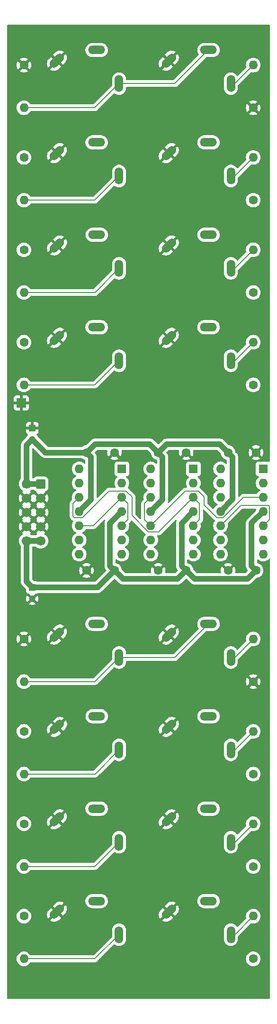
<source format=gbl>
G04 #@! TF.GenerationSoftware,KiCad,Pcbnew,8.0.3*
G04 #@! TF.CreationDate,2024-06-29T17:49:17+02:00*
G04 #@! TF.ProjectId,DMH_Buffered_Mult_PCB,444d485f-4275-4666-9665-7265645f4d75,1*
G04 #@! TF.SameCoordinates,Original*
G04 #@! TF.FileFunction,Copper,L2,Bot*
G04 #@! TF.FilePolarity,Positive*
%FSLAX46Y46*%
G04 Gerber Fmt 4.6, Leading zero omitted, Abs format (unit mm)*
G04 Created by KiCad (PCBNEW 8.0.3) date 2024-06-29 17:49:17*
%MOMM*%
%LPD*%
G01*
G04 APERTURE LIST*
G04 Aperture macros list*
%AMRoundRect*
0 Rectangle with rounded corners*
0 $1 Rounding radius*
0 $2 $3 $4 $5 $6 $7 $8 $9 X,Y pos of 4 corners*
0 Add a 4 corners polygon primitive as box body*
4,1,4,$2,$3,$4,$5,$6,$7,$8,$9,$2,$3,0*
0 Add four circle primitives for the rounded corners*
1,1,$1+$1,$2,$3*
1,1,$1+$1,$4,$5*
1,1,$1+$1,$6,$7*
1,1,$1+$1,$8,$9*
0 Add four rect primitives between the rounded corners*
20,1,$1+$1,$2,$3,$4,$5,0*
20,1,$1+$1,$4,$5,$6,$7,0*
20,1,$1+$1,$6,$7,$8,$9,0*
20,1,$1+$1,$8,$9,$2,$3,0*%
%AMHorizOval*
0 Thick line with rounded ends*
0 $1 width*
0 $2 $3 position (X,Y) of the first rounded end (center of the circle)*
0 $4 $5 position (X,Y) of the second rounded end (center of the circle)*
0 Add line between two ends*
20,1,$1,$2,$3,$4,$5,0*
0 Add two circle primitives to create the rounded ends*
1,1,$1,$2,$3*
1,1,$1,$4,$5*%
G04 Aperture macros list end*
G04 #@! TA.AperFunction,ComponentPad*
%ADD10HorizOval,1.508000X-0.533159X-0.533159X0.533159X0.533159X0*%
G04 #@! TD*
G04 #@! TA.AperFunction,ComponentPad*
%ADD11O,1.508000X3.016000*%
G04 #@! TD*
G04 #@! TA.AperFunction,ComponentPad*
%ADD12O,3.016000X1.508000*%
G04 #@! TD*
G04 #@! TA.AperFunction,ComponentPad*
%ADD13R,1.700000X1.700000*%
G04 #@! TD*
G04 #@! TA.AperFunction,ComponentPad*
%ADD14C,1.600000*%
G04 #@! TD*
G04 #@! TA.AperFunction,ComponentPad*
%ADD15O,1.600000X1.600000*%
G04 #@! TD*
G04 #@! TA.AperFunction,ComponentPad*
%ADD16RoundRect,0.250000X0.600000X0.600000X-0.600000X0.600000X-0.600000X-0.600000X0.600000X-0.600000X0*%
G04 #@! TD*
G04 #@! TA.AperFunction,ComponentPad*
%ADD17C,1.700000*%
G04 #@! TD*
G04 #@! TA.AperFunction,ComponentPad*
%ADD18R,1.600000X1.600000*%
G04 #@! TD*
G04 #@! TA.AperFunction,ComponentPad*
%ADD19R,1.200000X1.200000*%
G04 #@! TD*
G04 #@! TA.AperFunction,ComponentPad*
%ADD20C,1.200000*%
G04 #@! TD*
G04 #@! TA.AperFunction,Conductor*
%ADD21C,1.000000*%
G04 #@! TD*
G04 #@! TA.AperFunction,Conductor*
%ADD22C,0.200000*%
G04 #@! TD*
G04 APERTURE END LIST*
D10*
X35403810Y-179903810D03*
D11*
X46500000Y-184000000D03*
D12*
X42500000Y-178000000D03*
D10*
X55403810Y-163403810D03*
D11*
X66500000Y-167500000D03*
D12*
X62500000Y-161500000D03*
D10*
X55403810Y-77403810D03*
D11*
X66500000Y-81500000D03*
D12*
X62500000Y-75500000D03*
D10*
X55403810Y-93903810D03*
D11*
X66500000Y-98000000D03*
D12*
X62500000Y-92000000D03*
D10*
X55403810Y-179903810D03*
D11*
X66500000Y-184000000D03*
D12*
X62500000Y-178000000D03*
D10*
X55403810Y-44403810D03*
D11*
X66500000Y-48500000D03*
D12*
X62500000Y-42500000D03*
D10*
X55403810Y-60903810D03*
D11*
X66500000Y-65000000D03*
D12*
X62500000Y-59000000D03*
D10*
X35403810Y-60903810D03*
D11*
X46500000Y-65000000D03*
D12*
X42500000Y-59000000D03*
D10*
X35403810Y-93903810D03*
D11*
X46500000Y-98000000D03*
D12*
X42500000Y-92000000D03*
D10*
X35416310Y-77403810D03*
D11*
X46512500Y-81500000D03*
D12*
X42512500Y-75500000D03*
D10*
X55403810Y-146903810D03*
D11*
X66500000Y-151000000D03*
D12*
X62500000Y-145000000D03*
D13*
X29022826Y-105522826D03*
D10*
X55403810Y-196403810D03*
D11*
X66500000Y-200500000D03*
D12*
X62500000Y-194500000D03*
D10*
X35416310Y-163403810D03*
D11*
X46512500Y-167500000D03*
D12*
X42512500Y-161500000D03*
D10*
X35403810Y-146903810D03*
D11*
X46500000Y-151000000D03*
D12*
X42500000Y-145000000D03*
D10*
X35403810Y-196403810D03*
D11*
X46500000Y-200500000D03*
D12*
X42500000Y-194500000D03*
D10*
X35403810Y-44403810D03*
D11*
X46500000Y-48500000D03*
D12*
X42500000Y-42500000D03*
D14*
X29500000Y-164190000D03*
D15*
X29500000Y-171810000D03*
D14*
X29500000Y-61690000D03*
D15*
X29500000Y-69310000D03*
D14*
X58500000Y-135450000D03*
X53500000Y-135450000D03*
D16*
X32500000Y-120000000D03*
D17*
X29960000Y-120000000D03*
X32500000Y-122540000D03*
X29960000Y-122540000D03*
X32500000Y-125080000D03*
X29960000Y-125080000D03*
X32500000Y-127620000D03*
X29960000Y-127620000D03*
X32500000Y-130160000D03*
X29960000Y-130160000D03*
D14*
X70500000Y-155310000D03*
D15*
X70500000Y-147690000D03*
D14*
X70500000Y-85810000D03*
D15*
X70500000Y-78190000D03*
D14*
X70500000Y-171810000D03*
D15*
X70500000Y-164190000D03*
D18*
X59800000Y-117300000D03*
D15*
X59800000Y-119840000D03*
X59800000Y-122380000D03*
X59800000Y-124920000D03*
X59800000Y-127460000D03*
X59800000Y-130000000D03*
X59800000Y-132540000D03*
X52180000Y-132540000D03*
X52180000Y-130000000D03*
X52180000Y-127460000D03*
X52180000Y-124920000D03*
X52180000Y-122380000D03*
X52180000Y-119840000D03*
X52180000Y-117300000D03*
D14*
X29500000Y-94690000D03*
D15*
X29500000Y-102310000D03*
D14*
X29500000Y-197190000D03*
D15*
X29500000Y-204810000D03*
D14*
X29500000Y-45190000D03*
D15*
X29500000Y-52810000D03*
D14*
X45700000Y-114400000D03*
X40700000Y-114400000D03*
X70500000Y-52810000D03*
D15*
X70500000Y-45190000D03*
D14*
X29500000Y-147690000D03*
D15*
X29500000Y-155310000D03*
D14*
X70500000Y-69310000D03*
D15*
X70500000Y-61690000D03*
D14*
X71000000Y-114400000D03*
X66000000Y-114400000D03*
X58500000Y-114400000D03*
X53500000Y-114400000D03*
D18*
X72270000Y-117300000D03*
D15*
X72270000Y-119840000D03*
X72270000Y-122380000D03*
X72270000Y-124920000D03*
X72270000Y-127460000D03*
X72270000Y-130000000D03*
X72270000Y-132540000D03*
X64650000Y-132540000D03*
X64650000Y-130000000D03*
X64650000Y-127460000D03*
X64650000Y-124920000D03*
X64650000Y-122380000D03*
X64650000Y-119840000D03*
X64650000Y-117300000D03*
D14*
X29500000Y-78190000D03*
D15*
X29500000Y-85810000D03*
D14*
X29500000Y-180690000D03*
D15*
X29500000Y-188310000D03*
D14*
X70500000Y-204810000D03*
D15*
X70500000Y-197190000D03*
D19*
X31000000Y-110027401D03*
D20*
X31000000Y-112027401D03*
D14*
X70500000Y-102310000D03*
D15*
X70500000Y-94690000D03*
D19*
X31000000Y-138500000D03*
D20*
X31000000Y-140500000D03*
D14*
X70500000Y-188310000D03*
D15*
X70500000Y-180690000D03*
D14*
X45700000Y-135450000D03*
X40700000Y-135450000D03*
X71000000Y-135450000D03*
X66000000Y-135450000D03*
D18*
X47000000Y-117300000D03*
D15*
X47000000Y-119840000D03*
X47000000Y-122380000D03*
X47000000Y-124920000D03*
X47000000Y-127460000D03*
X47000000Y-130000000D03*
X47000000Y-132540000D03*
X39380000Y-132540000D03*
X39380000Y-130000000D03*
X39380000Y-127460000D03*
X39380000Y-124920000D03*
X39380000Y-122380000D03*
X39380000Y-119840000D03*
X39380000Y-117300000D03*
D21*
X44900001Y-127019999D02*
X47000000Y-124920000D01*
X29960000Y-130160000D02*
X29960000Y-137460000D01*
X45700000Y-135450000D02*
X44900001Y-134650001D01*
X44900001Y-134650001D02*
X44900001Y-127019999D01*
X72270000Y-124920000D02*
X70200001Y-126989999D01*
X70200001Y-134650001D02*
X71000000Y-135450000D01*
X57700001Y-127019999D02*
X57700001Y-134650001D01*
X69500000Y-136950000D02*
X71000000Y-135450000D01*
X57700001Y-134650001D02*
X58500000Y-135450000D01*
X42650000Y-138500000D02*
X45700000Y-135450000D01*
X31000000Y-138500000D02*
X42650000Y-138500000D01*
X29960000Y-130160000D02*
X32500000Y-130160000D01*
X70200001Y-126989999D02*
X70200001Y-134650001D01*
X59800000Y-124920000D02*
X57700001Y-127019999D01*
X45700000Y-135450000D02*
X47200000Y-136950000D01*
X58500000Y-135450000D02*
X60000000Y-136950000D01*
X57000000Y-136950000D02*
X58500000Y-135450000D01*
X47200000Y-136950000D02*
X57000000Y-136950000D01*
X29960000Y-137460000D02*
X31000000Y-138500000D01*
X60000000Y-136950000D02*
X69500000Y-136950000D01*
X29960000Y-113067401D02*
X31000000Y-112027401D01*
X29960000Y-120000000D02*
X29960000Y-113067401D01*
X42200000Y-112900000D02*
X52000000Y-112900000D01*
X41499999Y-115199999D02*
X40700000Y-114400000D01*
X55000000Y-112900000D02*
X64500000Y-112900000D01*
X33372599Y-114400000D02*
X31000000Y-112027401D01*
X32500000Y-120000000D02*
X29960000Y-120000000D01*
X41499999Y-122800001D02*
X41499999Y-115199999D01*
X54299999Y-122800001D02*
X54299999Y-115199999D01*
X53500000Y-114400000D02*
X55000000Y-112900000D01*
X39380000Y-124920000D02*
X41499999Y-122800001D01*
X66000000Y-114400000D02*
X66799999Y-115199999D01*
X40700000Y-114400000D02*
X33372599Y-114400000D01*
X66799999Y-115199999D02*
X66799999Y-122770001D01*
X64500000Y-112900000D02*
X66000000Y-114400000D01*
X40700000Y-114400000D02*
X42200000Y-112900000D01*
X52000000Y-112900000D02*
X53500000Y-114400000D01*
X52180000Y-124920000D02*
X54299999Y-122800001D01*
X66799999Y-122770001D02*
X64650000Y-124920000D01*
X54299999Y-115199999D02*
X53500000Y-114400000D01*
D22*
X46500000Y-48500000D02*
X56500000Y-48500000D01*
X48100000Y-123480000D02*
X48100000Y-126360000D01*
X42190000Y-52810000D02*
X46500000Y-48500000D01*
X48100000Y-126360000D02*
X47000000Y-127460000D01*
X47000000Y-122380000D02*
X48100000Y-123480000D01*
X39380000Y-127460000D02*
X41920000Y-127460000D01*
X41920000Y-127460000D02*
X47000000Y-122380000D01*
X29500000Y-52810000D02*
X42190000Y-52810000D01*
X56500000Y-48500000D02*
X62500000Y-42500000D01*
X29500000Y-69310000D02*
X42190000Y-69310000D01*
X42190000Y-69310000D02*
X46500000Y-65000000D01*
X42202500Y-85810000D02*
X46512500Y-81500000D01*
X29500000Y-85810000D02*
X42202500Y-85810000D01*
X42190000Y-102310000D02*
X46500000Y-98000000D01*
X29500000Y-102310000D02*
X42190000Y-102310000D01*
X51724365Y-128560000D02*
X48800000Y-125635635D01*
X48800000Y-125635635D02*
X48800000Y-122300000D01*
X38520000Y-126020000D02*
X38280000Y-125780000D01*
X59800000Y-122380000D02*
X53620000Y-128560000D01*
X39980000Y-126020000D02*
X38520000Y-126020000D01*
X48800000Y-122300000D02*
X47780000Y-121280000D01*
X53620000Y-128560000D02*
X51724365Y-128560000D01*
X47780000Y-121280000D02*
X44720000Y-121280000D01*
X38280000Y-123480000D02*
X39380000Y-122380000D01*
X59800000Y-122380000D02*
X60900000Y-123480000D01*
X60900000Y-126360000D02*
X59800000Y-127460000D01*
X60900000Y-123480000D02*
X60900000Y-126360000D01*
X38280000Y-125780000D02*
X38280000Y-123480000D01*
X44720000Y-121280000D02*
X39980000Y-126020000D01*
X66500000Y-48500000D02*
X67190000Y-48500000D01*
X67190000Y-48500000D02*
X70500000Y-45190000D01*
X67190000Y-65000000D02*
X70500000Y-61690000D01*
X66500000Y-65000000D02*
X67190000Y-65000000D01*
X67190000Y-81500000D02*
X70500000Y-78190000D01*
X66500000Y-81500000D02*
X67190000Y-81500000D01*
X66500000Y-98000000D02*
X67190000Y-98000000D01*
X67190000Y-98000000D02*
X70500000Y-94690000D01*
X64005686Y-126020000D02*
X61700000Y-123714314D01*
X61700000Y-123714314D02*
X61700000Y-122300000D01*
X52180000Y-122380000D02*
X51080000Y-123480000D01*
X61700000Y-122300000D02*
X60680000Y-121280000D01*
X51080000Y-126360000D02*
X52180000Y-127460000D01*
X68745635Y-122380000D02*
X65105635Y-126020000D01*
X56500000Y-151000000D02*
X62500000Y-145000000D01*
X29500000Y-155310000D02*
X42190000Y-155310000D01*
X42190000Y-155310000D02*
X46500000Y-151000000D01*
X46500000Y-151000000D02*
X56500000Y-151000000D01*
X72270000Y-122380000D02*
X68745635Y-122380000D01*
X60680000Y-121280000D02*
X58360000Y-121280000D01*
X65105635Y-126020000D02*
X64005686Y-126020000D01*
X58360000Y-121280000D02*
X52180000Y-127460000D01*
X51080000Y-123480000D02*
X51080000Y-126360000D01*
X42202500Y-171810000D02*
X46512500Y-167500000D01*
X29500000Y-171810000D02*
X42202500Y-171810000D01*
X29500000Y-188310000D02*
X42190000Y-188310000D01*
X42190000Y-188310000D02*
X46500000Y-184000000D01*
X42190000Y-204810000D02*
X46500000Y-200500000D01*
X29500000Y-204810000D02*
X42190000Y-204810000D01*
X67190000Y-151000000D02*
X70500000Y-147690000D01*
X68290000Y-123820000D02*
X73220000Y-123820000D01*
X73400000Y-126330000D02*
X72270000Y-127460000D01*
X73400000Y-124000000D02*
X73400000Y-126330000D01*
X64650000Y-127460000D02*
X68290000Y-123820000D01*
X73220000Y-123820000D02*
X73400000Y-124000000D01*
X66500000Y-151000000D02*
X67190000Y-151000000D01*
X67190000Y-167500000D02*
X70500000Y-164190000D01*
X66500000Y-167500000D02*
X67190000Y-167500000D01*
X67190000Y-184000000D02*
X70500000Y-180690000D01*
X66500000Y-184000000D02*
X67190000Y-184000000D01*
X67190000Y-200500000D02*
X70500000Y-197190000D01*
X66500000Y-200500000D02*
X67190000Y-200500000D01*
G04 #@! TA.AperFunction,Conductor*
G36*
X73442539Y-38020185D02*
G01*
X73488294Y-38072989D01*
X73499500Y-38124500D01*
X73499500Y-115949414D01*
X73479815Y-116016453D01*
X73427011Y-116062208D01*
X73357853Y-116072152D01*
X73316078Y-116058249D01*
X73312333Y-116056204D01*
X73177482Y-116005908D01*
X73177483Y-116005908D01*
X73117883Y-115999501D01*
X73117881Y-115999500D01*
X73117873Y-115999500D01*
X73117864Y-115999500D01*
X71422129Y-115999500D01*
X71422123Y-115999501D01*
X71362516Y-116005908D01*
X71227671Y-116056202D01*
X71227664Y-116056206D01*
X71112455Y-116142452D01*
X71112452Y-116142455D01*
X71026206Y-116257664D01*
X71026202Y-116257671D01*
X70975908Y-116392517D01*
X70971482Y-116433688D01*
X70969501Y-116452123D01*
X70969500Y-116452135D01*
X70969500Y-118147870D01*
X70969501Y-118147876D01*
X70975908Y-118207483D01*
X71026202Y-118342328D01*
X71026206Y-118342335D01*
X71112452Y-118457544D01*
X71112455Y-118457547D01*
X71227664Y-118543793D01*
X71227671Y-118543797D01*
X71247831Y-118551316D01*
X71362517Y-118594091D01*
X71397596Y-118597862D01*
X71462144Y-118624599D01*
X71501993Y-118681991D01*
X71504488Y-118751816D01*
X71468836Y-118811905D01*
X71455464Y-118822725D01*
X71430858Y-118839954D01*
X71269954Y-119000858D01*
X71139432Y-119187265D01*
X71139431Y-119187267D01*
X71043261Y-119393502D01*
X71043258Y-119393511D01*
X70984366Y-119613302D01*
X70984364Y-119613313D01*
X70964532Y-119839998D01*
X70964532Y-119840001D01*
X70984364Y-120066686D01*
X70984366Y-120066697D01*
X71043258Y-120286488D01*
X71043261Y-120286497D01*
X71139431Y-120492732D01*
X71139432Y-120492734D01*
X71269954Y-120679141D01*
X71430858Y-120840045D01*
X71430861Y-120840047D01*
X71617266Y-120970568D01*
X71675275Y-120997618D01*
X71727714Y-121043791D01*
X71746866Y-121110984D01*
X71726650Y-121177865D01*
X71675275Y-121222382D01*
X71617267Y-121249431D01*
X71617265Y-121249432D01*
X71430858Y-121379954D01*
X71269954Y-121540858D01*
X71229935Y-121598013D01*
X71139881Y-121726624D01*
X71085307Y-121770248D01*
X71038308Y-121779500D01*
X68666575Y-121779500D01*
X68625654Y-121790464D01*
X68625654Y-121790465D01*
X68588386Y-121800451D01*
X68513849Y-121820423D01*
X68513844Y-121820426D01*
X68376925Y-121899475D01*
X68376917Y-121899481D01*
X68012180Y-122264219D01*
X67950857Y-122297704D01*
X67881165Y-122292720D01*
X67825232Y-122250848D01*
X67800815Y-122185384D01*
X67800499Y-122176538D01*
X67800499Y-115101455D01*
X67762051Y-114908169D01*
X67762050Y-114908168D01*
X67762050Y-114908164D01*
X67747863Y-114873914D01*
X67728243Y-114826547D01*
X67698008Y-114753553D01*
X67686634Y-114726092D01*
X67686633Y-114726091D01*
X67686631Y-114726085D01*
X67577138Y-114562217D01*
X67437781Y-114422860D01*
X67437780Y-114422859D01*
X67414918Y-114399997D01*
X69695034Y-114399997D01*
X69695034Y-114400002D01*
X69714858Y-114626599D01*
X69714860Y-114626610D01*
X69773730Y-114846317D01*
X69773735Y-114846331D01*
X69869863Y-115052478D01*
X69920974Y-115125472D01*
X70600000Y-114446446D01*
X70600000Y-114452661D01*
X70627259Y-114554394D01*
X70679920Y-114645606D01*
X70754394Y-114720080D01*
X70845606Y-114772741D01*
X70947339Y-114800000D01*
X70953553Y-114800000D01*
X70274526Y-115479025D01*
X70347513Y-115530132D01*
X70347521Y-115530136D01*
X70553668Y-115626264D01*
X70553682Y-115626269D01*
X70773389Y-115685139D01*
X70773400Y-115685141D01*
X70999998Y-115704966D01*
X71000002Y-115704966D01*
X71226599Y-115685141D01*
X71226610Y-115685139D01*
X71446317Y-115626269D01*
X71446331Y-115626264D01*
X71652478Y-115530136D01*
X71725471Y-115479024D01*
X71046447Y-114800000D01*
X71052661Y-114800000D01*
X71154394Y-114772741D01*
X71245606Y-114720080D01*
X71320080Y-114645606D01*
X71372741Y-114554394D01*
X71400000Y-114452661D01*
X71400000Y-114446447D01*
X72079024Y-115125471D01*
X72130136Y-115052478D01*
X72226264Y-114846331D01*
X72226269Y-114846317D01*
X72285139Y-114626610D01*
X72285141Y-114626599D01*
X72304966Y-114400002D01*
X72304966Y-114399997D01*
X72285141Y-114173400D01*
X72285139Y-114173389D01*
X72226269Y-113953682D01*
X72226264Y-113953668D01*
X72130136Y-113747521D01*
X72130132Y-113747513D01*
X72079025Y-113674526D01*
X71400000Y-114353551D01*
X71400000Y-114347339D01*
X71372741Y-114245606D01*
X71320080Y-114154394D01*
X71245606Y-114079920D01*
X71154394Y-114027259D01*
X71052661Y-114000000D01*
X71046448Y-114000000D01*
X71725472Y-113320974D01*
X71652478Y-113269863D01*
X71446331Y-113173735D01*
X71446317Y-113173730D01*
X71226610Y-113114860D01*
X71226599Y-113114858D01*
X71000002Y-113095034D01*
X70999998Y-113095034D01*
X70773400Y-113114858D01*
X70773389Y-113114860D01*
X70553682Y-113173730D01*
X70553673Y-113173734D01*
X70347516Y-113269866D01*
X70347512Y-113269868D01*
X70274526Y-113320973D01*
X70274526Y-113320974D01*
X70953553Y-114000000D01*
X70947339Y-114000000D01*
X70845606Y-114027259D01*
X70754394Y-114079920D01*
X70679920Y-114154394D01*
X70627259Y-114245606D01*
X70600000Y-114347339D01*
X70600000Y-114353552D01*
X69920974Y-113674526D01*
X69920973Y-113674526D01*
X69869868Y-113747512D01*
X69869866Y-113747516D01*
X69773734Y-113953673D01*
X69773730Y-113953682D01*
X69714860Y-114173389D01*
X69714858Y-114173400D01*
X69695034Y-114399997D01*
X67414918Y-114399997D01*
X67326887Y-114311966D01*
X67293402Y-114250643D01*
X67291040Y-114235092D01*
X67285635Y-114173313D01*
X67285635Y-114173308D01*
X67226739Y-113953504D01*
X67130568Y-113747266D01*
X67000047Y-113560861D01*
X67000045Y-113560858D01*
X66839141Y-113399954D01*
X66652734Y-113269432D01*
X66652732Y-113269431D01*
X66446497Y-113173261D01*
X66446488Y-113173258D01*
X66226697Y-113114366D01*
X66226688Y-113114364D01*
X66164903Y-113108958D01*
X66099835Y-113083504D01*
X66088032Y-113073111D01*
X65284209Y-112269289D01*
X65284206Y-112269285D01*
X65284206Y-112269286D01*
X65277139Y-112262219D01*
X65277139Y-112262218D01*
X65137782Y-112122861D01*
X65137781Y-112122860D01*
X65137780Y-112122859D01*
X64973920Y-112013371D01*
X64973911Y-112013366D01*
X64901315Y-111983296D01*
X64845165Y-111960038D01*
X64791836Y-111937949D01*
X64791832Y-111937948D01*
X64791828Y-111937946D01*
X64695188Y-111918724D01*
X64598544Y-111899500D01*
X64598541Y-111899500D01*
X55098540Y-111899500D01*
X54901459Y-111899500D01*
X54901456Y-111899500D01*
X54708171Y-111937946D01*
X54708167Y-111937948D01*
X54708165Y-111937948D01*
X54708164Y-111937949D01*
X54632745Y-111969188D01*
X54632743Y-111969189D01*
X54526089Y-112013366D01*
X54526079Y-112013371D01*
X54445968Y-112066901D01*
X54445967Y-112066901D01*
X54362222Y-112122857D01*
X54362214Y-112122863D01*
X53587680Y-112897398D01*
X53526357Y-112930883D01*
X53456665Y-112925899D01*
X53412320Y-112897399D01*
X52784208Y-112269288D01*
X52784206Y-112269285D01*
X52784206Y-112269286D01*
X52777139Y-112262219D01*
X52777139Y-112262218D01*
X52637782Y-112122861D01*
X52637781Y-112122860D01*
X52637780Y-112122859D01*
X52473920Y-112013371D01*
X52473911Y-112013366D01*
X52401315Y-111983296D01*
X52345165Y-111960038D01*
X52291836Y-111937949D01*
X52291832Y-111937948D01*
X52291828Y-111937946D01*
X52195188Y-111918724D01*
X52098544Y-111899500D01*
X52098541Y-111899500D01*
X42298540Y-111899500D01*
X42101459Y-111899500D01*
X42101456Y-111899500D01*
X41908171Y-111937946D01*
X41908167Y-111937948D01*
X41908165Y-111937948D01*
X41908164Y-111937949D01*
X41832745Y-111969188D01*
X41832743Y-111969189D01*
X41726089Y-112013366D01*
X41726079Y-112013371D01*
X41645968Y-112066901D01*
X41645967Y-112066901D01*
X41562222Y-112122857D01*
X41562214Y-112122863D01*
X40611966Y-113073111D01*
X40550643Y-113106596D01*
X40535095Y-113108958D01*
X40473307Y-113114365D01*
X40253511Y-113173258D01*
X40253502Y-113173261D01*
X40047267Y-113269431D01*
X40047265Y-113269432D01*
X39944595Y-113341322D01*
X39913378Y-113363181D01*
X39893535Y-113377075D01*
X39827329Y-113399402D01*
X39822412Y-113399500D01*
X33838382Y-113399500D01*
X33771343Y-113379815D01*
X33750701Y-113363181D01*
X32058508Y-111670988D01*
X32033744Y-111632980D01*
X32033138Y-111633283D01*
X31939673Y-111445581D01*
X31939673Y-111445580D01*
X31816764Y-111282822D01*
X31809135Y-111275867D01*
X31772855Y-111216159D01*
X31774614Y-111146311D01*
X31813857Y-111088503D01*
X31835017Y-111076312D01*
X31834304Y-111075005D01*
X31842093Y-111070751D01*
X31957187Y-110984591D01*
X31957190Y-110984588D01*
X32043350Y-110869494D01*
X32043354Y-110869487D01*
X32093596Y-110734780D01*
X32093598Y-110734773D01*
X32099999Y-110675245D01*
X32100000Y-110675228D01*
X32100000Y-110277401D01*
X31166988Y-110277401D01*
X31184205Y-110267461D01*
X31240060Y-110211606D01*
X31279556Y-110143197D01*
X31300000Y-110066897D01*
X31300000Y-109987905D01*
X31279556Y-109911605D01*
X31240060Y-109843196D01*
X31184205Y-109787341D01*
X31166988Y-109777401D01*
X31250000Y-109777401D01*
X32100000Y-109777401D01*
X32100000Y-109379573D01*
X32099999Y-109379556D01*
X32093598Y-109320028D01*
X32093596Y-109320021D01*
X32043354Y-109185314D01*
X32043350Y-109185307D01*
X31957190Y-109070213D01*
X31957187Y-109070210D01*
X31842093Y-108984050D01*
X31842086Y-108984046D01*
X31707379Y-108933804D01*
X31707372Y-108933802D01*
X31647844Y-108927401D01*
X31250000Y-108927401D01*
X31250000Y-109777401D01*
X31166988Y-109777401D01*
X31115796Y-109747845D01*
X31039496Y-109727401D01*
X30960504Y-109727401D01*
X30884204Y-109747845D01*
X30815795Y-109787341D01*
X30759940Y-109843196D01*
X30720444Y-109911605D01*
X30700000Y-109987905D01*
X30700000Y-110066897D01*
X30720444Y-110143197D01*
X30759940Y-110211606D01*
X30815795Y-110267461D01*
X30833012Y-110277401D01*
X29900000Y-110277401D01*
X29900000Y-110675245D01*
X29906401Y-110734773D01*
X29906403Y-110734780D01*
X29956645Y-110869487D01*
X29956649Y-110869494D01*
X30042809Y-110984588D01*
X30042812Y-110984591D01*
X30157906Y-111070751D01*
X30165696Y-111075005D01*
X30164026Y-111078061D01*
X30206577Y-111109901D01*
X30231007Y-111175360D01*
X30216169Y-111243636D01*
X30190866Y-111275866D01*
X30183236Y-111282821D01*
X30060325Y-111445581D01*
X29966863Y-111633281D01*
X29966261Y-111632981D01*
X29941491Y-111670988D01*
X29599114Y-112013366D01*
X29322221Y-112290259D01*
X29322218Y-112290262D01*
X29252538Y-112359941D01*
X29182859Y-112429620D01*
X29073371Y-112593480D01*
X29073366Y-112593490D01*
X29020038Y-112722236D01*
X28997949Y-112775562D01*
X28997947Y-112775568D01*
X28992798Y-112801459D01*
X28992798Y-112801460D01*
X28959500Y-112968857D01*
X28959500Y-119039241D01*
X28939815Y-119106280D01*
X28923181Y-119126922D01*
X28921505Y-119128597D01*
X28785965Y-119322169D01*
X28785964Y-119322171D01*
X28686098Y-119536335D01*
X28686094Y-119536344D01*
X28624938Y-119764586D01*
X28624936Y-119764596D01*
X28604341Y-119999999D01*
X28604341Y-120000000D01*
X28624936Y-120235403D01*
X28624938Y-120235413D01*
X28686094Y-120463655D01*
X28686096Y-120463659D01*
X28686097Y-120463663D01*
X28746343Y-120592861D01*
X28785965Y-120677830D01*
X28785967Y-120677834D01*
X28851464Y-120771372D01*
X28921505Y-120871401D01*
X29088599Y-121038495D01*
X29252502Y-121153261D01*
X29274594Y-121168730D01*
X29318218Y-121223307D01*
X29325411Y-121292806D01*
X29293889Y-121355160D01*
X29274593Y-121371880D01*
X29198626Y-121425072D01*
X29198625Y-121425072D01*
X29830590Y-122057037D01*
X29767007Y-122074075D01*
X29652993Y-122139901D01*
X29559901Y-122232993D01*
X29494075Y-122347007D01*
X29477037Y-122410590D01*
X28845072Y-121778625D01*
X28786401Y-121862419D01*
X28686570Y-122076507D01*
X28686566Y-122076516D01*
X28625432Y-122304673D01*
X28625430Y-122304684D01*
X28604843Y-122539998D01*
X28604843Y-122540001D01*
X28625430Y-122775315D01*
X28625432Y-122775326D01*
X28686566Y-123003483D01*
X28686570Y-123003492D01*
X28786400Y-123217579D01*
X28786402Y-123217583D01*
X28845072Y-123301373D01*
X28845073Y-123301373D01*
X29477037Y-122669409D01*
X29494075Y-122732993D01*
X29559901Y-122847007D01*
X29652993Y-122940099D01*
X29767007Y-123005925D01*
X29830590Y-123022962D01*
X29198625Y-123654925D01*
X29275031Y-123708425D01*
X29318655Y-123763002D01*
X29325848Y-123832501D01*
X29294326Y-123894855D01*
X29275029Y-123911576D01*
X29198625Y-123965072D01*
X29830590Y-124597037D01*
X29767007Y-124614075D01*
X29652993Y-124679901D01*
X29559901Y-124772993D01*
X29494075Y-124887007D01*
X29477037Y-124950590D01*
X28845072Y-124318625D01*
X28786401Y-124402419D01*
X28686570Y-124616507D01*
X28686566Y-124616516D01*
X28625432Y-124844673D01*
X28625430Y-124844684D01*
X28604843Y-125079998D01*
X28604843Y-125080001D01*
X28625430Y-125315315D01*
X28625432Y-125315326D01*
X28686566Y-125543483D01*
X28686570Y-125543492D01*
X28786400Y-125757579D01*
X28786402Y-125757583D01*
X28845072Y-125841373D01*
X28845073Y-125841373D01*
X29477037Y-125209409D01*
X29494075Y-125272993D01*
X29559901Y-125387007D01*
X29652993Y-125480099D01*
X29767007Y-125545925D01*
X29830590Y-125562962D01*
X29198625Y-126194925D01*
X29275031Y-126248425D01*
X29318655Y-126303002D01*
X29325848Y-126372501D01*
X29294326Y-126434855D01*
X29275029Y-126451576D01*
X29198625Y-126505072D01*
X29830590Y-127137037D01*
X29767007Y-127154075D01*
X29652993Y-127219901D01*
X29559901Y-127312993D01*
X29494075Y-127427007D01*
X29477037Y-127490590D01*
X28845072Y-126858625D01*
X28786401Y-126942419D01*
X28686570Y-127156507D01*
X28686566Y-127156516D01*
X28625432Y-127384673D01*
X28625430Y-127384684D01*
X28604843Y-127619998D01*
X28604843Y-127620001D01*
X28625430Y-127855315D01*
X28625432Y-127855326D01*
X28686566Y-128083483D01*
X28686570Y-128083492D01*
X28786400Y-128297579D01*
X28786402Y-128297583D01*
X28845072Y-128381373D01*
X28845073Y-128381373D01*
X29477037Y-127749409D01*
X29494075Y-127812993D01*
X29559901Y-127927007D01*
X29652993Y-128020099D01*
X29767007Y-128085925D01*
X29830590Y-128102962D01*
X29198625Y-128734925D01*
X29274594Y-128788119D01*
X29318219Y-128842696D01*
X29325413Y-128912194D01*
X29293890Y-128974549D01*
X29274595Y-128991269D01*
X29088594Y-129121508D01*
X28921505Y-129288597D01*
X28785965Y-129482169D01*
X28785964Y-129482171D01*
X28686098Y-129696335D01*
X28686094Y-129696344D01*
X28624938Y-129924586D01*
X28624936Y-129924596D01*
X28604341Y-130159999D01*
X28604341Y-130160000D01*
X28624936Y-130395403D01*
X28624938Y-130395413D01*
X28686094Y-130623655D01*
X28686096Y-130623659D01*
X28686097Y-130623663D01*
X28720344Y-130697105D01*
X28785965Y-130837830D01*
X28785967Y-130837834D01*
X28921501Y-131031395D01*
X28921506Y-131031402D01*
X28923181Y-131033077D01*
X28923682Y-131033995D01*
X28924982Y-131035544D01*
X28924670Y-131035805D01*
X28956666Y-131094400D01*
X28959500Y-131120758D01*
X28959500Y-137558541D01*
X28970406Y-137613368D01*
X28993036Y-137727139D01*
X28993036Y-137727141D01*
X28997948Y-137751831D01*
X28997950Y-137751839D01*
X29073364Y-137933907D01*
X29073371Y-137933920D01*
X29182860Y-138097781D01*
X29182863Y-138097785D01*
X29326537Y-138241459D01*
X29326559Y-138241479D01*
X29863181Y-138778101D01*
X29896666Y-138839424D01*
X29899500Y-138865782D01*
X29899500Y-139147869D01*
X29899501Y-139147876D01*
X29905908Y-139207483D01*
X29956202Y-139342328D01*
X29956206Y-139342335D01*
X30042452Y-139457544D01*
X30042455Y-139457547D01*
X30157664Y-139543793D01*
X30157671Y-139543797D01*
X30292516Y-139594091D01*
X30318419Y-139596875D01*
X30352127Y-139600500D01*
X30402692Y-139600499D01*
X30469729Y-139620182D01*
X30490372Y-139636818D01*
X31000000Y-140146446D01*
X31509628Y-139636818D01*
X31570951Y-139603333D01*
X31597308Y-139600499D01*
X31647872Y-139600499D01*
X31707483Y-139594091D01*
X31842331Y-139543796D01*
X31867128Y-139525233D01*
X31932592Y-139500816D01*
X31941439Y-139500500D01*
X42748542Y-139500500D01*
X42767870Y-139496655D01*
X42845188Y-139481275D01*
X42941836Y-139462051D01*
X42995165Y-139439961D01*
X43123914Y-139386632D01*
X43287782Y-139277139D01*
X43427139Y-139137782D01*
X43427139Y-139137780D01*
X43437347Y-139127573D01*
X43437348Y-139127570D01*
X45612320Y-136952599D01*
X45673641Y-136919116D01*
X45743333Y-136924100D01*
X45787680Y-136952601D01*
X46198260Y-137363181D01*
X46422860Y-137587781D01*
X46422861Y-137587782D01*
X46562218Y-137727139D01*
X46562219Y-137727140D01*
X46726079Y-137836628D01*
X46726092Y-137836635D01*
X46826466Y-137878211D01*
X46826467Y-137878211D01*
X46908164Y-137912051D01*
X47101454Y-137950499D01*
X47101457Y-137950500D01*
X47101459Y-137950500D01*
X57098542Y-137950500D01*
X57117870Y-137946655D01*
X57195188Y-137931275D01*
X57291836Y-137912051D01*
X57345165Y-137889961D01*
X57473914Y-137836632D01*
X57637782Y-137727139D01*
X57777139Y-137587782D01*
X57777139Y-137587780D01*
X57787347Y-137577573D01*
X57787348Y-137577570D01*
X58412322Y-136952597D01*
X58473641Y-136919115D01*
X58543333Y-136924099D01*
X58587679Y-136952599D01*
X59222860Y-137587781D01*
X59222861Y-137587782D01*
X59362218Y-137727139D01*
X59362219Y-137727140D01*
X59526079Y-137836628D01*
X59526092Y-137836635D01*
X59626466Y-137878211D01*
X59626467Y-137878211D01*
X59708164Y-137912051D01*
X59901454Y-137950499D01*
X59901457Y-137950500D01*
X59901459Y-137950500D01*
X69598542Y-137950500D01*
X69617870Y-137946655D01*
X69695188Y-137931275D01*
X69791836Y-137912051D01*
X69845165Y-137889961D01*
X69973914Y-137836632D01*
X70137782Y-137727139D01*
X70277139Y-137587782D01*
X70277139Y-137587780D01*
X70287347Y-137577573D01*
X70287348Y-137577570D01*
X71088034Y-136776885D01*
X71149355Y-136743402D01*
X71164900Y-136741041D01*
X71226692Y-136735635D01*
X71446496Y-136676739D01*
X71652734Y-136580568D01*
X71839139Y-136450047D01*
X72000047Y-136289139D01*
X72130568Y-136102734D01*
X72226739Y-135896496D01*
X72285635Y-135676692D01*
X72305468Y-135450000D01*
X72285635Y-135223308D01*
X72226739Y-135003504D01*
X72130568Y-134797266D01*
X72000047Y-134610861D01*
X72000045Y-134610858D01*
X71839141Y-134449954D01*
X71652734Y-134319432D01*
X71652732Y-134319431D01*
X71446497Y-134223261D01*
X71446488Y-134223258D01*
X71292408Y-134181973D01*
X71232747Y-134145608D01*
X71202218Y-134082761D01*
X71200501Y-134062198D01*
X71200501Y-133609050D01*
X71220186Y-133542011D01*
X71272990Y-133496256D01*
X71342148Y-133486312D01*
X71405704Y-133515337D01*
X71412182Y-133521369D01*
X71430858Y-133540045D01*
X71430861Y-133540047D01*
X71617266Y-133670568D01*
X71823504Y-133766739D01*
X72043308Y-133825635D01*
X72205230Y-133839801D01*
X72269998Y-133845468D01*
X72270000Y-133845468D01*
X72270002Y-133845468D01*
X72326673Y-133840509D01*
X72496692Y-133825635D01*
X72716496Y-133766739D01*
X72922734Y-133670568D01*
X73109139Y-133540047D01*
X73270047Y-133379139D01*
X73273924Y-133373601D01*
X73328501Y-133329976D01*
X73397999Y-133322782D01*
X73460354Y-133354304D01*
X73495769Y-133414533D01*
X73499500Y-133444724D01*
X73499500Y-211875500D01*
X73479815Y-211942539D01*
X73427011Y-211988294D01*
X73375500Y-211999500D01*
X26624500Y-211999500D01*
X26557461Y-211979815D01*
X26511706Y-211927011D01*
X26500500Y-211875500D01*
X26500500Y-204809998D01*
X28194532Y-204809998D01*
X28194532Y-204810001D01*
X28214364Y-205036686D01*
X28214366Y-205036697D01*
X28273258Y-205256488D01*
X28273261Y-205256497D01*
X28369431Y-205462732D01*
X28369432Y-205462734D01*
X28499954Y-205649141D01*
X28660858Y-205810045D01*
X28660861Y-205810047D01*
X28847266Y-205940568D01*
X29053504Y-206036739D01*
X29273308Y-206095635D01*
X29435230Y-206109801D01*
X29499998Y-206115468D01*
X29500000Y-206115468D01*
X29500002Y-206115468D01*
X29556673Y-206110509D01*
X29726692Y-206095635D01*
X29946496Y-206036739D01*
X30152734Y-205940568D01*
X30339139Y-205810047D01*
X30500047Y-205649139D01*
X30630118Y-205463375D01*
X30684693Y-205419752D01*
X30731692Y-205410500D01*
X42103331Y-205410500D01*
X42103347Y-205410501D01*
X42110943Y-205410501D01*
X42269054Y-205410501D01*
X42269057Y-205410501D01*
X42421785Y-205369577D01*
X42471904Y-205340639D01*
X42558716Y-205290520D01*
X42670520Y-205178716D01*
X42670520Y-205178714D01*
X42680728Y-205168507D01*
X42680729Y-205168504D01*
X43039235Y-204809998D01*
X69194532Y-204809998D01*
X69194532Y-204810001D01*
X69214364Y-205036686D01*
X69214366Y-205036697D01*
X69273258Y-205256488D01*
X69273261Y-205256497D01*
X69369431Y-205462732D01*
X69369432Y-205462734D01*
X69499954Y-205649141D01*
X69660858Y-205810045D01*
X69660861Y-205810047D01*
X69847266Y-205940568D01*
X70053504Y-206036739D01*
X70273308Y-206095635D01*
X70435230Y-206109801D01*
X70499998Y-206115468D01*
X70500000Y-206115468D01*
X70500002Y-206115468D01*
X70556673Y-206110509D01*
X70726692Y-206095635D01*
X70946496Y-206036739D01*
X71152734Y-205940568D01*
X71339139Y-205810047D01*
X71500047Y-205649139D01*
X71630568Y-205462734D01*
X71726739Y-205256496D01*
X71785635Y-205036692D01*
X71805468Y-204810000D01*
X71785635Y-204583308D01*
X71726739Y-204363504D01*
X71630568Y-204157266D01*
X71500047Y-203970861D01*
X71500045Y-203970858D01*
X71339141Y-203809954D01*
X71152734Y-203679432D01*
X71152732Y-203679431D01*
X70946497Y-203583261D01*
X70946488Y-203583258D01*
X70726697Y-203524366D01*
X70726693Y-203524365D01*
X70726692Y-203524365D01*
X70726691Y-203524364D01*
X70726686Y-203524364D01*
X70500002Y-203504532D01*
X70499998Y-203504532D01*
X70273313Y-203524364D01*
X70273302Y-203524366D01*
X70053511Y-203583258D01*
X70053502Y-203583261D01*
X69847267Y-203679431D01*
X69847265Y-203679432D01*
X69660858Y-203809954D01*
X69499954Y-203970858D01*
X69369432Y-204157265D01*
X69369431Y-204157267D01*
X69273261Y-204363502D01*
X69273258Y-204363511D01*
X69214366Y-204583302D01*
X69214364Y-204583313D01*
X69194532Y-204809998D01*
X43039235Y-204809998D01*
X45582151Y-202267083D01*
X45643472Y-202233600D01*
X45713164Y-202238584D01*
X45742715Y-202254448D01*
X45831531Y-202318975D01*
X45842499Y-202326944D01*
X46018439Y-202416591D01*
X46143637Y-202457270D01*
X46206236Y-202477610D01*
X46401264Y-202508500D01*
X46401269Y-202508500D01*
X46598736Y-202508500D01*
X46793763Y-202477610D01*
X46981561Y-202416591D01*
X47157501Y-202326944D01*
X47285979Y-202233600D01*
X47317246Y-202210884D01*
X47317248Y-202210881D01*
X47317252Y-202210879D01*
X47456879Y-202071252D01*
X47456881Y-202071248D01*
X47456884Y-202071246D01*
X47507779Y-202001192D01*
X47572944Y-201911501D01*
X47662591Y-201735561D01*
X47723610Y-201547763D01*
X47754500Y-201352736D01*
X47754500Y-199647263D01*
X65245500Y-199647263D01*
X65245500Y-201352736D01*
X65276389Y-201547763D01*
X65337408Y-201735558D01*
X65337409Y-201735561D01*
X65427056Y-201911501D01*
X65427058Y-201911504D01*
X65543115Y-202071246D01*
X65682753Y-202210884D01*
X65832234Y-202319486D01*
X65842499Y-202326944D01*
X66018439Y-202416591D01*
X66143637Y-202457270D01*
X66206236Y-202477610D01*
X66401264Y-202508500D01*
X66401269Y-202508500D01*
X66598736Y-202508500D01*
X66793763Y-202477610D01*
X66981561Y-202416591D01*
X67157501Y-202326944D01*
X67285979Y-202233600D01*
X67317246Y-202210884D01*
X67317248Y-202210881D01*
X67317252Y-202210879D01*
X67456879Y-202071252D01*
X67456881Y-202071248D01*
X67456884Y-202071246D01*
X67507779Y-202001192D01*
X67572944Y-201911501D01*
X67662591Y-201735561D01*
X67723610Y-201547763D01*
X67754500Y-201352736D01*
X67754500Y-200836096D01*
X67774185Y-200769057D01*
X67790814Y-200748420D01*
X70057294Y-198481939D01*
X70118615Y-198448456D01*
X70177066Y-198449847D01*
X70196604Y-198455082D01*
X70273308Y-198475635D01*
X70435230Y-198489801D01*
X70499998Y-198495468D01*
X70500000Y-198495468D01*
X70500002Y-198495468D01*
X70556673Y-198490509D01*
X70726692Y-198475635D01*
X70946496Y-198416739D01*
X71152734Y-198320568D01*
X71339139Y-198190047D01*
X71500047Y-198029139D01*
X71630568Y-197842734D01*
X71726739Y-197636496D01*
X71785635Y-197416692D01*
X71805468Y-197190000D01*
X71785635Y-196963308D01*
X71740916Y-196796415D01*
X71726741Y-196743511D01*
X71726738Y-196743502D01*
X71725640Y-196741148D01*
X71630568Y-196537266D01*
X71500047Y-196350861D01*
X71500045Y-196350858D01*
X71339141Y-196189954D01*
X71152734Y-196059432D01*
X71152732Y-196059431D01*
X70946497Y-195963261D01*
X70946488Y-195963258D01*
X70726697Y-195904366D01*
X70726693Y-195904365D01*
X70726692Y-195904365D01*
X70726691Y-195904364D01*
X70726686Y-195904364D01*
X70500002Y-195884532D01*
X70499998Y-195884532D01*
X70273313Y-195904364D01*
X70273302Y-195904366D01*
X70053511Y-195963258D01*
X70053502Y-195963261D01*
X69847267Y-196059431D01*
X69847265Y-196059432D01*
X69660858Y-196189954D01*
X69499954Y-196350858D01*
X69369432Y-196537265D01*
X69369431Y-196537267D01*
X69273261Y-196743502D01*
X69273258Y-196743511D01*
X69214366Y-196963302D01*
X69214364Y-196963313D01*
X69194532Y-197189998D01*
X69194532Y-197190001D01*
X69214364Y-197416686D01*
X69214366Y-197416697D01*
X69240152Y-197512931D01*
X69238489Y-197582781D01*
X69208058Y-197632705D01*
X67751065Y-199089698D01*
X67689742Y-199123183D01*
X67620050Y-199118199D01*
X67564117Y-199076327D01*
X67563066Y-199074902D01*
X67456884Y-198928753D01*
X67317246Y-198789115D01*
X67157504Y-198673058D01*
X67157503Y-198673057D01*
X67157501Y-198673056D01*
X66981561Y-198583409D01*
X66981558Y-198583408D01*
X66793763Y-198522389D01*
X66598736Y-198491500D01*
X66598731Y-198491500D01*
X66401269Y-198491500D01*
X66401264Y-198491500D01*
X66206236Y-198522389D01*
X66018441Y-198583408D01*
X65842495Y-198673058D01*
X65682753Y-198789115D01*
X65543115Y-198928753D01*
X65427058Y-199088495D01*
X65337408Y-199264441D01*
X65276389Y-199452236D01*
X65245500Y-199647263D01*
X47754500Y-199647263D01*
X47723610Y-199452236D01*
X47703270Y-199389637D01*
X47662591Y-199264439D01*
X47572944Y-199088499D01*
X47563065Y-199074902D01*
X47456884Y-198928753D01*
X47317246Y-198789115D01*
X47157504Y-198673058D01*
X47157503Y-198673057D01*
X47157501Y-198673056D01*
X46981561Y-198583409D01*
X46981558Y-198583408D01*
X46793763Y-198522389D01*
X46598736Y-198491500D01*
X46598731Y-198491500D01*
X46401269Y-198491500D01*
X46401264Y-198491500D01*
X46206236Y-198522389D01*
X46018441Y-198583408D01*
X45842495Y-198673058D01*
X45682753Y-198789115D01*
X45543115Y-198928753D01*
X45427058Y-199088495D01*
X45337408Y-199264441D01*
X45276389Y-199452236D01*
X45245500Y-199647263D01*
X45245500Y-200853903D01*
X45225815Y-200920942D01*
X45209181Y-200941584D01*
X41977584Y-204173181D01*
X41916261Y-204206666D01*
X41889903Y-204209500D01*
X30731692Y-204209500D01*
X30664653Y-204189815D01*
X30630119Y-204156625D01*
X30500047Y-203970861D01*
X30500045Y-203970858D01*
X30339141Y-203809954D01*
X30152734Y-203679432D01*
X30152732Y-203679431D01*
X29946497Y-203583261D01*
X29946488Y-203583258D01*
X29726697Y-203524366D01*
X29726693Y-203524365D01*
X29726692Y-203524365D01*
X29726691Y-203524364D01*
X29726686Y-203524364D01*
X29500002Y-203504532D01*
X29499998Y-203504532D01*
X29273313Y-203524364D01*
X29273302Y-203524366D01*
X29053511Y-203583258D01*
X29053502Y-203583261D01*
X28847267Y-203679431D01*
X28847265Y-203679432D01*
X28660858Y-203809954D01*
X28499954Y-203970858D01*
X28369432Y-204157265D01*
X28369431Y-204157267D01*
X28273261Y-204363502D01*
X28273258Y-204363511D01*
X28214366Y-204583302D01*
X28214364Y-204583313D01*
X28194532Y-204809998D01*
X26500500Y-204809998D01*
X26500500Y-197189998D01*
X28194532Y-197189998D01*
X28194532Y-197190001D01*
X28214364Y-197416686D01*
X28214366Y-197416697D01*
X28273258Y-197636488D01*
X28273261Y-197636497D01*
X28369431Y-197842732D01*
X28369432Y-197842734D01*
X28499954Y-198029141D01*
X28660858Y-198190045D01*
X28660861Y-198190047D01*
X28847266Y-198320568D01*
X29053504Y-198416739D01*
X29273308Y-198475635D01*
X29435230Y-198489801D01*
X29499998Y-198495468D01*
X29500000Y-198495468D01*
X29500002Y-198495468D01*
X29556673Y-198490509D01*
X29726692Y-198475635D01*
X29946496Y-198416739D01*
X30152734Y-198320568D01*
X30339139Y-198190047D01*
X30500047Y-198029139D01*
X30630568Y-197842734D01*
X30726739Y-197636496D01*
X30785635Y-197416692D01*
X30805468Y-197190000D01*
X30785635Y-196963308D01*
X30752133Y-196838277D01*
X33616651Y-196838277D01*
X33616651Y-197035660D01*
X33647529Y-197230616D01*
X33708521Y-197418335D01*
X33708522Y-197418338D01*
X33798134Y-197594210D01*
X33824106Y-197629958D01*
X33824107Y-197629958D01*
X34390517Y-197063548D01*
X34407555Y-197127132D01*
X34473381Y-197241147D01*
X34566473Y-197334239D01*
X34680488Y-197400065D01*
X34744069Y-197417101D01*
X34177660Y-197983510D01*
X34177660Y-197983511D01*
X34213415Y-198009488D01*
X34389281Y-198099097D01*
X34389284Y-198099098D01*
X34577003Y-198160090D01*
X34771960Y-198190969D01*
X34969342Y-198190969D01*
X35164298Y-198160090D01*
X35352017Y-198099098D01*
X35352020Y-198099097D01*
X35527890Y-198009486D01*
X35687578Y-197893464D01*
X35687579Y-197893464D01*
X36113745Y-197467298D01*
X36113745Y-197467297D01*
X35580586Y-196934139D01*
X35934139Y-196580586D01*
X36467297Y-197113745D01*
X36742765Y-196838277D01*
X53616651Y-196838277D01*
X53616651Y-197035660D01*
X53647529Y-197230616D01*
X53708521Y-197418335D01*
X53708522Y-197418338D01*
X53798134Y-197594210D01*
X53824106Y-197629958D01*
X53824107Y-197629958D01*
X54390517Y-197063548D01*
X54407555Y-197127132D01*
X54473381Y-197241147D01*
X54566473Y-197334239D01*
X54680488Y-197400065D01*
X54744069Y-197417101D01*
X54177660Y-197983510D01*
X54177660Y-197983511D01*
X54213415Y-198009488D01*
X54389281Y-198099097D01*
X54389284Y-198099098D01*
X54577003Y-198160090D01*
X54771960Y-198190969D01*
X54969342Y-198190969D01*
X55164298Y-198160090D01*
X55352017Y-198099098D01*
X55352020Y-198099097D01*
X55527890Y-198009486D01*
X55687578Y-197893464D01*
X55687579Y-197893464D01*
X56113745Y-197467298D01*
X56113745Y-197467297D01*
X55580586Y-196934139D01*
X55934139Y-196580586D01*
X56467297Y-197113745D01*
X56893463Y-196687579D01*
X56893463Y-196687578D01*
X57009485Y-196527889D01*
X57009489Y-196527883D01*
X57099097Y-196352021D01*
X57099099Y-196352015D01*
X57160090Y-196164300D01*
X57190969Y-195969343D01*
X57190969Y-195771959D01*
X57160090Y-195577003D01*
X57099098Y-195389284D01*
X57099097Y-195389281D01*
X57009489Y-195213419D01*
X57009481Y-195213406D01*
X56983511Y-195177661D01*
X56983510Y-195177660D01*
X56417102Y-195744068D01*
X56400066Y-195680488D01*
X56334240Y-195566472D01*
X56241148Y-195473380D01*
X56127132Y-195407554D01*
X56063549Y-195390517D01*
X56629958Y-194824108D01*
X56594208Y-194798134D01*
X56418338Y-194708522D01*
X56418335Y-194708521D01*
X56230616Y-194647529D01*
X56035660Y-194616651D01*
X55838277Y-194616651D01*
X55643319Y-194647529D01*
X55455604Y-194708520D01*
X55455598Y-194708522D01*
X55279736Y-194798130D01*
X55279730Y-194798134D01*
X55120041Y-194914156D01*
X55120039Y-194914157D01*
X54693875Y-195340320D01*
X54693875Y-195340321D01*
X55227033Y-195873479D01*
X54873480Y-196227033D01*
X54340321Y-195693874D01*
X54340320Y-195693874D01*
X53914156Y-196120039D01*
X53914155Y-196120041D01*
X53798133Y-196279729D01*
X53708522Y-196455599D01*
X53708521Y-196455602D01*
X53647529Y-196643321D01*
X53616651Y-196838277D01*
X36742765Y-196838277D01*
X36893463Y-196687579D01*
X36893463Y-196687578D01*
X37009485Y-196527889D01*
X37009489Y-196527883D01*
X37099097Y-196352021D01*
X37099099Y-196352015D01*
X37160090Y-196164300D01*
X37190969Y-195969343D01*
X37190969Y-195771959D01*
X37160090Y-195577003D01*
X37099098Y-195389284D01*
X37099097Y-195389281D01*
X37009489Y-195213419D01*
X37009481Y-195213406D01*
X36983511Y-195177661D01*
X36983510Y-195177660D01*
X36417102Y-195744068D01*
X36400066Y-195680488D01*
X36334240Y-195566472D01*
X36241148Y-195473380D01*
X36127132Y-195407554D01*
X36063549Y-195390517D01*
X36629958Y-194824108D01*
X36594208Y-194798134D01*
X36418338Y-194708522D01*
X36418335Y-194708521D01*
X36230616Y-194647529D01*
X36035660Y-194616651D01*
X35838277Y-194616651D01*
X35643319Y-194647529D01*
X35455604Y-194708520D01*
X35455598Y-194708522D01*
X35279736Y-194798130D01*
X35279730Y-194798134D01*
X35120041Y-194914156D01*
X35120039Y-194914157D01*
X34693875Y-195340320D01*
X34693875Y-195340321D01*
X35227033Y-195873479D01*
X34873480Y-196227033D01*
X34340321Y-195693874D01*
X34340320Y-195693874D01*
X33914156Y-196120039D01*
X33914155Y-196120041D01*
X33798133Y-196279729D01*
X33708522Y-196455599D01*
X33708521Y-196455602D01*
X33647529Y-196643321D01*
X33616651Y-196838277D01*
X30752133Y-196838277D01*
X30740916Y-196796415D01*
X30726741Y-196743511D01*
X30726738Y-196743502D01*
X30725640Y-196741148D01*
X30630568Y-196537266D01*
X30500047Y-196350861D01*
X30500045Y-196350858D01*
X30339141Y-196189954D01*
X30152734Y-196059432D01*
X30152732Y-196059431D01*
X29946497Y-195963261D01*
X29946488Y-195963258D01*
X29726697Y-195904366D01*
X29726693Y-195904365D01*
X29726692Y-195904365D01*
X29726691Y-195904364D01*
X29726686Y-195904364D01*
X29500002Y-195884532D01*
X29499998Y-195884532D01*
X29273313Y-195904364D01*
X29273302Y-195904366D01*
X29053511Y-195963258D01*
X29053502Y-195963261D01*
X28847267Y-196059431D01*
X28847265Y-196059432D01*
X28660858Y-196189954D01*
X28499954Y-196350858D01*
X28369432Y-196537265D01*
X28369431Y-196537267D01*
X28273261Y-196743502D01*
X28273258Y-196743511D01*
X28214366Y-196963302D01*
X28214364Y-196963313D01*
X28194532Y-197189998D01*
X26500500Y-197189998D01*
X26500500Y-194401263D01*
X40491500Y-194401263D01*
X40491500Y-194598736D01*
X40522389Y-194793763D01*
X40561508Y-194914156D01*
X40583409Y-194981561D01*
X40673056Y-195157501D01*
X40673058Y-195157504D01*
X40789115Y-195317246D01*
X40928753Y-195456884D01*
X41078234Y-195565486D01*
X41088499Y-195572944D01*
X41264439Y-195662591D01*
X41360719Y-195693874D01*
X41452236Y-195723610D01*
X41647264Y-195754500D01*
X41647269Y-195754500D01*
X43352736Y-195754500D01*
X43547763Y-195723610D01*
X43735561Y-195662591D01*
X43911501Y-195572944D01*
X44001192Y-195507779D01*
X44071246Y-195456884D01*
X44071248Y-195456881D01*
X44071252Y-195456879D01*
X44210879Y-195317252D01*
X44210881Y-195317248D01*
X44210884Y-195317246D01*
X44261779Y-195247192D01*
X44326944Y-195157501D01*
X44416591Y-194981561D01*
X44477610Y-194793763D01*
X44491111Y-194708520D01*
X44508500Y-194598736D01*
X44508500Y-194401263D01*
X60491500Y-194401263D01*
X60491500Y-194598736D01*
X60522389Y-194793763D01*
X60561508Y-194914156D01*
X60583409Y-194981561D01*
X60673056Y-195157501D01*
X60673058Y-195157504D01*
X60789115Y-195317246D01*
X60928753Y-195456884D01*
X61078234Y-195565486D01*
X61088499Y-195572944D01*
X61264439Y-195662591D01*
X61360719Y-195693874D01*
X61452236Y-195723610D01*
X61647264Y-195754500D01*
X61647269Y-195754500D01*
X63352736Y-195754500D01*
X63547763Y-195723610D01*
X63735561Y-195662591D01*
X63911501Y-195572944D01*
X64001192Y-195507779D01*
X64071246Y-195456884D01*
X64071248Y-195456881D01*
X64071252Y-195456879D01*
X64210879Y-195317252D01*
X64210881Y-195317248D01*
X64210884Y-195317246D01*
X64261779Y-195247192D01*
X64326944Y-195157501D01*
X64416591Y-194981561D01*
X64477610Y-194793763D01*
X64491111Y-194708520D01*
X64508500Y-194598736D01*
X64508500Y-194401263D01*
X64477610Y-194206236D01*
X64457270Y-194143637D01*
X64416591Y-194018439D01*
X64326944Y-193842499D01*
X64319486Y-193832234D01*
X64210884Y-193682753D01*
X64071246Y-193543115D01*
X63911504Y-193427058D01*
X63911503Y-193427057D01*
X63911501Y-193427056D01*
X63735561Y-193337409D01*
X63735558Y-193337408D01*
X63547763Y-193276389D01*
X63352736Y-193245500D01*
X63352731Y-193245500D01*
X61647269Y-193245500D01*
X61647264Y-193245500D01*
X61452236Y-193276389D01*
X61264441Y-193337408D01*
X61088495Y-193427058D01*
X60928753Y-193543115D01*
X60789115Y-193682753D01*
X60673058Y-193842495D01*
X60583408Y-194018441D01*
X60522389Y-194206236D01*
X60491500Y-194401263D01*
X44508500Y-194401263D01*
X44477610Y-194206236D01*
X44457270Y-194143637D01*
X44416591Y-194018439D01*
X44326944Y-193842499D01*
X44319486Y-193832234D01*
X44210884Y-193682753D01*
X44071246Y-193543115D01*
X43911504Y-193427058D01*
X43911503Y-193427057D01*
X43911501Y-193427056D01*
X43735561Y-193337409D01*
X43735558Y-193337408D01*
X43547763Y-193276389D01*
X43352736Y-193245500D01*
X43352731Y-193245500D01*
X41647269Y-193245500D01*
X41647264Y-193245500D01*
X41452236Y-193276389D01*
X41264441Y-193337408D01*
X41088495Y-193427058D01*
X40928753Y-193543115D01*
X40789115Y-193682753D01*
X40673058Y-193842495D01*
X40583408Y-194018441D01*
X40522389Y-194206236D01*
X40491500Y-194401263D01*
X26500500Y-194401263D01*
X26500500Y-188309998D01*
X28194532Y-188309998D01*
X28194532Y-188310001D01*
X28214364Y-188536686D01*
X28214366Y-188536697D01*
X28273258Y-188756488D01*
X28273261Y-188756497D01*
X28369431Y-188962732D01*
X28369432Y-188962734D01*
X28499954Y-189149141D01*
X28660858Y-189310045D01*
X28660861Y-189310047D01*
X28847266Y-189440568D01*
X29053504Y-189536739D01*
X29273308Y-189595635D01*
X29435230Y-189609801D01*
X29499998Y-189615468D01*
X29500000Y-189615468D01*
X29500002Y-189615468D01*
X29556673Y-189610509D01*
X29726692Y-189595635D01*
X29946496Y-189536739D01*
X30152734Y-189440568D01*
X30339139Y-189310047D01*
X30500047Y-189149139D01*
X30630118Y-188963375D01*
X30684693Y-188919752D01*
X30731692Y-188910500D01*
X42103331Y-188910500D01*
X42103347Y-188910501D01*
X42110943Y-188910501D01*
X42269054Y-188910501D01*
X42269057Y-188910501D01*
X42421785Y-188869577D01*
X42471904Y-188840639D01*
X42558716Y-188790520D01*
X42670520Y-188678716D01*
X42670520Y-188678714D01*
X42680728Y-188668507D01*
X42680729Y-188668504D01*
X43039235Y-188309998D01*
X69194532Y-188309998D01*
X69194532Y-188310001D01*
X69214364Y-188536686D01*
X69214366Y-188536697D01*
X69273258Y-188756488D01*
X69273261Y-188756497D01*
X69369431Y-188962732D01*
X69369432Y-188962734D01*
X69499954Y-189149141D01*
X69660858Y-189310045D01*
X69660861Y-189310047D01*
X69847266Y-189440568D01*
X70053504Y-189536739D01*
X70273308Y-189595635D01*
X70435230Y-189609801D01*
X70499998Y-189615468D01*
X70500000Y-189615468D01*
X70500002Y-189615468D01*
X70556673Y-189610509D01*
X70726692Y-189595635D01*
X70946496Y-189536739D01*
X71152734Y-189440568D01*
X71339139Y-189310047D01*
X71500047Y-189149139D01*
X71630568Y-188962734D01*
X71726739Y-188756496D01*
X71785635Y-188536692D01*
X71805468Y-188310000D01*
X71785635Y-188083308D01*
X71726739Y-187863504D01*
X71630568Y-187657266D01*
X71500047Y-187470861D01*
X71500045Y-187470858D01*
X71339141Y-187309954D01*
X71152734Y-187179432D01*
X71152732Y-187179431D01*
X70946497Y-187083261D01*
X70946488Y-187083258D01*
X70726697Y-187024366D01*
X70726693Y-187024365D01*
X70726692Y-187024365D01*
X70726691Y-187024364D01*
X70726686Y-187024364D01*
X70500002Y-187004532D01*
X70499998Y-187004532D01*
X70273313Y-187024364D01*
X70273302Y-187024366D01*
X70053511Y-187083258D01*
X70053502Y-187083261D01*
X69847267Y-187179431D01*
X69847265Y-187179432D01*
X69660858Y-187309954D01*
X69499954Y-187470858D01*
X69369432Y-187657265D01*
X69369431Y-187657267D01*
X69273261Y-187863502D01*
X69273258Y-187863511D01*
X69214366Y-188083302D01*
X69214364Y-188083313D01*
X69194532Y-188309998D01*
X43039235Y-188309998D01*
X45582151Y-185767083D01*
X45643472Y-185733600D01*
X45713164Y-185738584D01*
X45742715Y-185754448D01*
X45831531Y-185818975D01*
X45842499Y-185826944D01*
X46018439Y-185916591D01*
X46143637Y-185957270D01*
X46206236Y-185977610D01*
X46401264Y-186008500D01*
X46401269Y-186008500D01*
X46598736Y-186008500D01*
X46793763Y-185977610D01*
X46981561Y-185916591D01*
X47157501Y-185826944D01*
X47285979Y-185733600D01*
X47317246Y-185710884D01*
X47317248Y-185710881D01*
X47317252Y-185710879D01*
X47456879Y-185571252D01*
X47456881Y-185571248D01*
X47456884Y-185571246D01*
X47507779Y-185501192D01*
X47572944Y-185411501D01*
X47662591Y-185235561D01*
X47723610Y-185047763D01*
X47754500Y-184852736D01*
X47754500Y-183147263D01*
X65245500Y-183147263D01*
X65245500Y-184852736D01*
X65276389Y-185047763D01*
X65337408Y-185235558D01*
X65337409Y-185235561D01*
X65427056Y-185411501D01*
X65427058Y-185411504D01*
X65543115Y-185571246D01*
X65682753Y-185710884D01*
X65832234Y-185819486D01*
X65842499Y-185826944D01*
X66018439Y-185916591D01*
X66143637Y-185957270D01*
X66206236Y-185977610D01*
X66401264Y-186008500D01*
X66401269Y-186008500D01*
X66598736Y-186008500D01*
X66793763Y-185977610D01*
X66981561Y-185916591D01*
X67157501Y-185826944D01*
X67285979Y-185733600D01*
X67317246Y-185710884D01*
X67317248Y-185710881D01*
X67317252Y-185710879D01*
X67456879Y-185571252D01*
X67456881Y-185571248D01*
X67456884Y-185571246D01*
X67507779Y-185501192D01*
X67572944Y-185411501D01*
X67662591Y-185235561D01*
X67723610Y-185047763D01*
X67754500Y-184852736D01*
X67754500Y-184336096D01*
X67774185Y-184269057D01*
X67790814Y-184248420D01*
X70057294Y-181981939D01*
X70118615Y-181948456D01*
X70177066Y-181949847D01*
X70196604Y-181955082D01*
X70273308Y-181975635D01*
X70435230Y-181989801D01*
X70499998Y-181995468D01*
X70500000Y-181995468D01*
X70500002Y-181995468D01*
X70556673Y-181990509D01*
X70726692Y-181975635D01*
X70946496Y-181916739D01*
X71152734Y-181820568D01*
X71339139Y-181690047D01*
X71500047Y-181529139D01*
X71630568Y-181342734D01*
X71726739Y-181136496D01*
X71785635Y-180916692D01*
X71805468Y-180690000D01*
X71785635Y-180463308D01*
X71740916Y-180296415D01*
X71726741Y-180243511D01*
X71726738Y-180243502D01*
X71725640Y-180241148D01*
X71630568Y-180037266D01*
X71500047Y-179850861D01*
X71500045Y-179850858D01*
X71339141Y-179689954D01*
X71152734Y-179559432D01*
X71152732Y-179559431D01*
X70946497Y-179463261D01*
X70946488Y-179463258D01*
X70726697Y-179404366D01*
X70726693Y-179404365D01*
X70726692Y-179404365D01*
X70726691Y-179404364D01*
X70726686Y-179404364D01*
X70500002Y-179384532D01*
X70499998Y-179384532D01*
X70273313Y-179404364D01*
X70273302Y-179404366D01*
X70053511Y-179463258D01*
X70053502Y-179463261D01*
X69847267Y-179559431D01*
X69847265Y-179559432D01*
X69660858Y-179689954D01*
X69499954Y-179850858D01*
X69369432Y-180037265D01*
X69369431Y-180037267D01*
X69273261Y-180243502D01*
X69273258Y-180243511D01*
X69214366Y-180463302D01*
X69214364Y-180463313D01*
X69194532Y-180689998D01*
X69194532Y-180690001D01*
X69214364Y-180916686D01*
X69214366Y-180916697D01*
X69240152Y-181012931D01*
X69238489Y-181082781D01*
X69208058Y-181132705D01*
X67751065Y-182589698D01*
X67689742Y-182623183D01*
X67620050Y-182618199D01*
X67564117Y-182576327D01*
X67563066Y-182574902D01*
X67456884Y-182428753D01*
X67317246Y-182289115D01*
X67157504Y-182173058D01*
X67157503Y-182173057D01*
X67157501Y-182173056D01*
X66981561Y-182083409D01*
X66981558Y-182083408D01*
X66793763Y-182022389D01*
X66598736Y-181991500D01*
X66598731Y-181991500D01*
X66401269Y-181991500D01*
X66401264Y-181991500D01*
X66206236Y-182022389D01*
X66018441Y-182083408D01*
X65842495Y-182173058D01*
X65682753Y-182289115D01*
X65543115Y-182428753D01*
X65427058Y-182588495D01*
X65337408Y-182764441D01*
X65276389Y-182952236D01*
X65245500Y-183147263D01*
X47754500Y-183147263D01*
X47723610Y-182952236D01*
X47703270Y-182889637D01*
X47662591Y-182764439D01*
X47572944Y-182588499D01*
X47563065Y-182574902D01*
X47456884Y-182428753D01*
X47317246Y-182289115D01*
X47157504Y-182173058D01*
X47157503Y-182173057D01*
X47157501Y-182173056D01*
X46981561Y-182083409D01*
X46981558Y-182083408D01*
X46793763Y-182022389D01*
X46598736Y-181991500D01*
X46598731Y-181991500D01*
X46401269Y-181991500D01*
X46401264Y-181991500D01*
X46206236Y-182022389D01*
X46018441Y-182083408D01*
X45842495Y-182173058D01*
X45682753Y-182289115D01*
X45543115Y-182428753D01*
X45427058Y-182588495D01*
X45337408Y-182764441D01*
X45276389Y-182952236D01*
X45245500Y-183147263D01*
X45245500Y-184353903D01*
X45225815Y-184420942D01*
X45209181Y-184441584D01*
X41977584Y-187673181D01*
X41916261Y-187706666D01*
X41889903Y-187709500D01*
X30731692Y-187709500D01*
X30664653Y-187689815D01*
X30630119Y-187656625D01*
X30500047Y-187470861D01*
X30500045Y-187470858D01*
X30339141Y-187309954D01*
X30152734Y-187179432D01*
X30152732Y-187179431D01*
X29946497Y-187083261D01*
X29946488Y-187083258D01*
X29726697Y-187024366D01*
X29726693Y-187024365D01*
X29726692Y-187024365D01*
X29726691Y-187024364D01*
X29726686Y-187024364D01*
X29500002Y-187004532D01*
X29499998Y-187004532D01*
X29273313Y-187024364D01*
X29273302Y-187024366D01*
X29053511Y-187083258D01*
X29053502Y-187083261D01*
X28847267Y-187179431D01*
X28847265Y-187179432D01*
X28660858Y-187309954D01*
X28499954Y-187470858D01*
X28369432Y-187657265D01*
X28369431Y-187657267D01*
X28273261Y-187863502D01*
X28273258Y-187863511D01*
X28214366Y-188083302D01*
X28214364Y-188083313D01*
X28194532Y-188309998D01*
X26500500Y-188309998D01*
X26500500Y-180689998D01*
X28194532Y-180689998D01*
X28194532Y-180690001D01*
X28214364Y-180916686D01*
X28214366Y-180916697D01*
X28273258Y-181136488D01*
X28273261Y-181136497D01*
X28369431Y-181342732D01*
X28369432Y-181342734D01*
X28499954Y-181529141D01*
X28660858Y-181690045D01*
X28660861Y-181690047D01*
X28847266Y-181820568D01*
X29053504Y-181916739D01*
X29273308Y-181975635D01*
X29435230Y-181989801D01*
X29499998Y-181995468D01*
X29500000Y-181995468D01*
X29500002Y-181995468D01*
X29556673Y-181990509D01*
X29726692Y-181975635D01*
X29946496Y-181916739D01*
X30152734Y-181820568D01*
X30339139Y-181690047D01*
X30500047Y-181529139D01*
X30630568Y-181342734D01*
X30726739Y-181136496D01*
X30785635Y-180916692D01*
X30805468Y-180690000D01*
X30785635Y-180463308D01*
X30752133Y-180338277D01*
X33616651Y-180338277D01*
X33616651Y-180535660D01*
X33647529Y-180730616D01*
X33708521Y-180918335D01*
X33708522Y-180918338D01*
X33798134Y-181094210D01*
X33824106Y-181129958D01*
X33824107Y-181129958D01*
X34390517Y-180563548D01*
X34407555Y-180627132D01*
X34473381Y-180741147D01*
X34566473Y-180834239D01*
X34680488Y-180900065D01*
X34744069Y-180917101D01*
X34177660Y-181483510D01*
X34177660Y-181483511D01*
X34213415Y-181509488D01*
X34389281Y-181599097D01*
X34389284Y-181599098D01*
X34577003Y-181660090D01*
X34771960Y-181690969D01*
X34969342Y-181690969D01*
X35164298Y-181660090D01*
X35352017Y-181599098D01*
X35352020Y-181599097D01*
X35527890Y-181509486D01*
X35687578Y-181393464D01*
X35687579Y-181393464D01*
X36113745Y-180967298D01*
X36113745Y-180967297D01*
X35580586Y-180434139D01*
X35934139Y-180080586D01*
X36467297Y-180613745D01*
X36742765Y-180338277D01*
X53616651Y-180338277D01*
X53616651Y-180535660D01*
X53647529Y-180730616D01*
X53708521Y-180918335D01*
X53708522Y-180918338D01*
X53798134Y-181094210D01*
X53824106Y-181129958D01*
X53824107Y-181129958D01*
X54390517Y-180563548D01*
X54407555Y-180627132D01*
X54473381Y-180741147D01*
X54566473Y-180834239D01*
X54680488Y-180900065D01*
X54744069Y-180917101D01*
X54177660Y-181483510D01*
X54177660Y-181483511D01*
X54213415Y-181509488D01*
X54389281Y-181599097D01*
X54389284Y-181599098D01*
X54577003Y-181660090D01*
X54771960Y-181690969D01*
X54969342Y-181690969D01*
X55164298Y-181660090D01*
X55352017Y-181599098D01*
X55352020Y-181599097D01*
X55527890Y-181509486D01*
X55687578Y-181393464D01*
X55687579Y-181393464D01*
X56113745Y-180967298D01*
X56113745Y-180967297D01*
X55580586Y-180434139D01*
X55934139Y-180080586D01*
X56467297Y-180613745D01*
X56893463Y-180187579D01*
X56893463Y-180187578D01*
X57009485Y-180027889D01*
X57009489Y-180027883D01*
X57099097Y-179852021D01*
X57099099Y-179852015D01*
X57160090Y-179664300D01*
X57190969Y-179469343D01*
X57190969Y-179271959D01*
X57160090Y-179077003D01*
X57099098Y-178889284D01*
X57099097Y-178889281D01*
X57009489Y-178713419D01*
X57009481Y-178713406D01*
X56983511Y-178677661D01*
X56983510Y-178677660D01*
X56417102Y-179244068D01*
X56400066Y-179180488D01*
X56334240Y-179066472D01*
X56241148Y-178973380D01*
X56127132Y-178907554D01*
X56063549Y-178890517D01*
X56629958Y-178324108D01*
X56594208Y-178298134D01*
X56418338Y-178208522D01*
X56418335Y-178208521D01*
X56230616Y-178147529D01*
X56035660Y-178116651D01*
X55838277Y-178116651D01*
X55643319Y-178147529D01*
X55455604Y-178208520D01*
X55455598Y-178208522D01*
X55279736Y-178298130D01*
X55279730Y-178298134D01*
X55120041Y-178414156D01*
X55120039Y-178414157D01*
X54693875Y-178840320D01*
X54693875Y-178840321D01*
X55227033Y-179373479D01*
X54873480Y-179727033D01*
X54340321Y-179193874D01*
X54340320Y-179193874D01*
X53914156Y-179620039D01*
X53914155Y-179620041D01*
X53798133Y-179779729D01*
X53708522Y-179955599D01*
X53708521Y-179955602D01*
X53647529Y-180143321D01*
X53616651Y-180338277D01*
X36742765Y-180338277D01*
X36893463Y-180187579D01*
X36893463Y-180187578D01*
X37009485Y-180027889D01*
X37009489Y-180027883D01*
X37099097Y-179852021D01*
X37099099Y-179852015D01*
X37160090Y-179664300D01*
X37190969Y-179469343D01*
X37190969Y-179271959D01*
X37160090Y-179077003D01*
X37099098Y-178889284D01*
X37099097Y-178889281D01*
X37009489Y-178713419D01*
X37009481Y-178713406D01*
X36983511Y-178677661D01*
X36983510Y-178677660D01*
X36417102Y-179244068D01*
X36400066Y-179180488D01*
X36334240Y-179066472D01*
X36241148Y-178973380D01*
X36127132Y-178907554D01*
X36063549Y-178890517D01*
X36629958Y-178324108D01*
X36594208Y-178298134D01*
X36418338Y-178208522D01*
X36418335Y-178208521D01*
X36230616Y-178147529D01*
X36035660Y-178116651D01*
X35838277Y-178116651D01*
X35643319Y-178147529D01*
X35455604Y-178208520D01*
X35455598Y-178208522D01*
X35279736Y-178298130D01*
X35279730Y-178298134D01*
X35120041Y-178414156D01*
X35120039Y-178414157D01*
X34693875Y-178840320D01*
X34693875Y-178840321D01*
X35227033Y-179373479D01*
X34873480Y-179727033D01*
X34340321Y-179193874D01*
X34340320Y-179193874D01*
X33914156Y-179620039D01*
X33914155Y-179620041D01*
X33798133Y-179779729D01*
X33708522Y-179955599D01*
X33708521Y-179955602D01*
X33647529Y-180143321D01*
X33616651Y-180338277D01*
X30752133Y-180338277D01*
X30740916Y-180296415D01*
X30726741Y-180243511D01*
X30726738Y-180243502D01*
X30725640Y-180241148D01*
X30630568Y-180037266D01*
X30500047Y-179850861D01*
X30500045Y-179850858D01*
X30339141Y-179689954D01*
X30152734Y-179559432D01*
X30152732Y-179559431D01*
X29946497Y-179463261D01*
X29946488Y-179463258D01*
X29726697Y-179404366D01*
X29726693Y-179404365D01*
X29726692Y-179404365D01*
X29726691Y-179404364D01*
X29726686Y-179404364D01*
X29500002Y-179384532D01*
X29499998Y-179384532D01*
X29273313Y-179404364D01*
X29273302Y-179404366D01*
X29053511Y-179463258D01*
X29053502Y-179463261D01*
X28847267Y-179559431D01*
X28847265Y-179559432D01*
X28660858Y-179689954D01*
X28499954Y-179850858D01*
X28369432Y-180037265D01*
X28369431Y-180037267D01*
X28273261Y-180243502D01*
X28273258Y-180243511D01*
X28214366Y-180463302D01*
X28214364Y-180463313D01*
X28194532Y-180689998D01*
X26500500Y-180689998D01*
X26500500Y-177901263D01*
X40491500Y-177901263D01*
X40491500Y-178098736D01*
X40522389Y-178293763D01*
X40561508Y-178414156D01*
X40583409Y-178481561D01*
X40673056Y-178657501D01*
X40673058Y-178657504D01*
X40789115Y-178817246D01*
X40928753Y-178956884D01*
X41078234Y-179065486D01*
X41088499Y-179072944D01*
X41264439Y-179162591D01*
X41360719Y-179193874D01*
X41452236Y-179223610D01*
X41647264Y-179254500D01*
X41647269Y-179254500D01*
X43352736Y-179254500D01*
X43547763Y-179223610D01*
X43735561Y-179162591D01*
X43911501Y-179072944D01*
X44001192Y-179007779D01*
X44071246Y-178956884D01*
X44071248Y-178956881D01*
X44071252Y-178956879D01*
X44210879Y-178817252D01*
X44210881Y-178817248D01*
X44210884Y-178817246D01*
X44261779Y-178747192D01*
X44326944Y-178657501D01*
X44416591Y-178481561D01*
X44477610Y-178293763D01*
X44491111Y-178208520D01*
X44508500Y-178098736D01*
X44508500Y-177901263D01*
X60491500Y-177901263D01*
X60491500Y-178098736D01*
X60522389Y-178293763D01*
X60561508Y-178414156D01*
X60583409Y-178481561D01*
X60673056Y-178657501D01*
X60673058Y-178657504D01*
X60789115Y-178817246D01*
X60928753Y-178956884D01*
X61078234Y-179065486D01*
X61088499Y-179072944D01*
X61264439Y-179162591D01*
X61360719Y-179193874D01*
X61452236Y-179223610D01*
X61647264Y-179254500D01*
X61647269Y-179254500D01*
X63352736Y-179254500D01*
X63547763Y-179223610D01*
X63735561Y-179162591D01*
X63911501Y-179072944D01*
X64001192Y-179007779D01*
X64071246Y-178956884D01*
X64071248Y-178956881D01*
X64071252Y-178956879D01*
X64210879Y-178817252D01*
X64210881Y-178817248D01*
X64210884Y-178817246D01*
X64261779Y-178747192D01*
X64326944Y-178657501D01*
X64416591Y-178481561D01*
X64477610Y-178293763D01*
X64491111Y-178208520D01*
X64508500Y-178098736D01*
X64508500Y-177901263D01*
X64477610Y-177706236D01*
X64457270Y-177643637D01*
X64416591Y-177518439D01*
X64326944Y-177342499D01*
X64319486Y-177332234D01*
X64210884Y-177182753D01*
X64071246Y-177043115D01*
X63911504Y-176927058D01*
X63911503Y-176927057D01*
X63911501Y-176927056D01*
X63735561Y-176837409D01*
X63735558Y-176837408D01*
X63547763Y-176776389D01*
X63352736Y-176745500D01*
X63352731Y-176745500D01*
X61647269Y-176745500D01*
X61647264Y-176745500D01*
X61452236Y-176776389D01*
X61264441Y-176837408D01*
X61088495Y-176927058D01*
X60928753Y-177043115D01*
X60789115Y-177182753D01*
X60673058Y-177342495D01*
X60583408Y-177518441D01*
X60522389Y-177706236D01*
X60491500Y-177901263D01*
X44508500Y-177901263D01*
X44477610Y-177706236D01*
X44457270Y-177643637D01*
X44416591Y-177518439D01*
X44326944Y-177342499D01*
X44319486Y-177332234D01*
X44210884Y-177182753D01*
X44071246Y-177043115D01*
X43911504Y-176927058D01*
X43911503Y-176927057D01*
X43911501Y-176927056D01*
X43735561Y-176837409D01*
X43735558Y-176837408D01*
X43547763Y-176776389D01*
X43352736Y-176745500D01*
X43352731Y-176745500D01*
X41647269Y-176745500D01*
X41647264Y-176745500D01*
X41452236Y-176776389D01*
X41264441Y-176837408D01*
X41088495Y-176927058D01*
X40928753Y-177043115D01*
X40789115Y-177182753D01*
X40673058Y-177342495D01*
X40583408Y-177518441D01*
X40522389Y-177706236D01*
X40491500Y-177901263D01*
X26500500Y-177901263D01*
X26500500Y-171809998D01*
X28194532Y-171809998D01*
X28194532Y-171810001D01*
X28214364Y-172036686D01*
X28214366Y-172036697D01*
X28273258Y-172256488D01*
X28273261Y-172256497D01*
X28369431Y-172462732D01*
X28369432Y-172462734D01*
X28499954Y-172649141D01*
X28660858Y-172810045D01*
X28660861Y-172810047D01*
X28847266Y-172940568D01*
X29053504Y-173036739D01*
X29273308Y-173095635D01*
X29435230Y-173109801D01*
X29499998Y-173115468D01*
X29500000Y-173115468D01*
X29500002Y-173115468D01*
X29556673Y-173110509D01*
X29726692Y-173095635D01*
X29946496Y-173036739D01*
X30152734Y-172940568D01*
X30339139Y-172810047D01*
X30500047Y-172649139D01*
X30630118Y-172463375D01*
X30684693Y-172419752D01*
X30731692Y-172410500D01*
X42115831Y-172410500D01*
X42115847Y-172410501D01*
X42123443Y-172410501D01*
X42281554Y-172410501D01*
X42281557Y-172410501D01*
X42434285Y-172369577D01*
X42484404Y-172340639D01*
X42571216Y-172290520D01*
X42683020Y-172178716D01*
X42683020Y-172178714D01*
X42693228Y-172168507D01*
X42693229Y-172168504D01*
X43051735Y-171809998D01*
X69194532Y-171809998D01*
X69194532Y-171810001D01*
X69214364Y-172036686D01*
X69214366Y-172036697D01*
X69273258Y-172256488D01*
X69273261Y-172256497D01*
X69369431Y-172462732D01*
X69369432Y-172462734D01*
X69499954Y-172649141D01*
X69660858Y-172810045D01*
X69660861Y-172810047D01*
X69847266Y-172940568D01*
X70053504Y-173036739D01*
X70273308Y-173095635D01*
X70435230Y-173109801D01*
X70499998Y-173115468D01*
X70500000Y-173115468D01*
X70500002Y-173115468D01*
X70556673Y-173110509D01*
X70726692Y-173095635D01*
X70946496Y-173036739D01*
X71152734Y-172940568D01*
X71339139Y-172810047D01*
X71500047Y-172649139D01*
X71630568Y-172462734D01*
X71726739Y-172256496D01*
X71785635Y-172036692D01*
X71805468Y-171810000D01*
X71785635Y-171583308D01*
X71726739Y-171363504D01*
X71630568Y-171157266D01*
X71500047Y-170970861D01*
X71500045Y-170970858D01*
X71339141Y-170809954D01*
X71152734Y-170679432D01*
X71152732Y-170679431D01*
X70946497Y-170583261D01*
X70946488Y-170583258D01*
X70726697Y-170524366D01*
X70726693Y-170524365D01*
X70726692Y-170524365D01*
X70726691Y-170524364D01*
X70726686Y-170524364D01*
X70500002Y-170504532D01*
X70499998Y-170504532D01*
X70273313Y-170524364D01*
X70273302Y-170524366D01*
X70053511Y-170583258D01*
X70053502Y-170583261D01*
X69847267Y-170679431D01*
X69847265Y-170679432D01*
X69660858Y-170809954D01*
X69499954Y-170970858D01*
X69369432Y-171157265D01*
X69369431Y-171157267D01*
X69273261Y-171363502D01*
X69273258Y-171363511D01*
X69214366Y-171583302D01*
X69214364Y-171583313D01*
X69194532Y-171809998D01*
X43051735Y-171809998D01*
X45594651Y-169267083D01*
X45655972Y-169233600D01*
X45725664Y-169238584D01*
X45755215Y-169254448D01*
X45844031Y-169318975D01*
X45854999Y-169326944D01*
X46030939Y-169416591D01*
X46156137Y-169457270D01*
X46218736Y-169477610D01*
X46413764Y-169508500D01*
X46413769Y-169508500D01*
X46611236Y-169508500D01*
X46806263Y-169477610D01*
X46994061Y-169416591D01*
X47170001Y-169326944D01*
X47298479Y-169233600D01*
X47329746Y-169210884D01*
X47329748Y-169210881D01*
X47329752Y-169210879D01*
X47469379Y-169071252D01*
X47469381Y-169071248D01*
X47469384Y-169071246D01*
X47520279Y-169001192D01*
X47585444Y-168911501D01*
X47675091Y-168735561D01*
X47736110Y-168547763D01*
X47767000Y-168352736D01*
X47767000Y-166647263D01*
X65245500Y-166647263D01*
X65245500Y-168352736D01*
X65276389Y-168547763D01*
X65337408Y-168735558D01*
X65337409Y-168735561D01*
X65427056Y-168911501D01*
X65427058Y-168911504D01*
X65543115Y-169071246D01*
X65682753Y-169210884D01*
X65832234Y-169319486D01*
X65842499Y-169326944D01*
X66018439Y-169416591D01*
X66143637Y-169457270D01*
X66206236Y-169477610D01*
X66401264Y-169508500D01*
X66401269Y-169508500D01*
X66598736Y-169508500D01*
X66793763Y-169477610D01*
X66981561Y-169416591D01*
X67157501Y-169326944D01*
X67285979Y-169233600D01*
X67317246Y-169210884D01*
X67317248Y-169210881D01*
X67317252Y-169210879D01*
X67456879Y-169071252D01*
X67456881Y-169071248D01*
X67456884Y-169071246D01*
X67507779Y-169001192D01*
X67572944Y-168911501D01*
X67662591Y-168735561D01*
X67723610Y-168547763D01*
X67754500Y-168352736D01*
X67754500Y-167836096D01*
X67774185Y-167769057D01*
X67790814Y-167748420D01*
X70057294Y-165481939D01*
X70118615Y-165448456D01*
X70177066Y-165449847D01*
X70196604Y-165455082D01*
X70273308Y-165475635D01*
X70435230Y-165489801D01*
X70499998Y-165495468D01*
X70500000Y-165495468D01*
X70500002Y-165495468D01*
X70556673Y-165490509D01*
X70726692Y-165475635D01*
X70946496Y-165416739D01*
X71152734Y-165320568D01*
X71339139Y-165190047D01*
X71500047Y-165029139D01*
X71630568Y-164842734D01*
X71726739Y-164636496D01*
X71785635Y-164416692D01*
X71805468Y-164190000D01*
X71785635Y-163963308D01*
X71740916Y-163796415D01*
X71726741Y-163743511D01*
X71726738Y-163743502D01*
X71725640Y-163741148D01*
X71630568Y-163537266D01*
X71500047Y-163350861D01*
X71500045Y-163350858D01*
X71339141Y-163189954D01*
X71152734Y-163059432D01*
X71152732Y-163059431D01*
X70946497Y-162963261D01*
X70946488Y-162963258D01*
X70726697Y-162904366D01*
X70726693Y-162904365D01*
X70726692Y-162904365D01*
X70726691Y-162904364D01*
X70726686Y-162904364D01*
X70500002Y-162884532D01*
X70499998Y-162884532D01*
X70273313Y-162904364D01*
X70273302Y-162904366D01*
X70053511Y-162963258D01*
X70053502Y-162963261D01*
X69847267Y-163059431D01*
X69847265Y-163059432D01*
X69660858Y-163189954D01*
X69499954Y-163350858D01*
X69369432Y-163537265D01*
X69369431Y-163537267D01*
X69273261Y-163743502D01*
X69273258Y-163743511D01*
X69214366Y-163963302D01*
X69214364Y-163963313D01*
X69194532Y-164189998D01*
X69194532Y-164190001D01*
X69214364Y-164416686D01*
X69214366Y-164416697D01*
X69240152Y-164512931D01*
X69238489Y-164582781D01*
X69208058Y-164632705D01*
X67751065Y-166089698D01*
X67689742Y-166123183D01*
X67620050Y-166118199D01*
X67564117Y-166076327D01*
X67563066Y-166074902D01*
X67456884Y-165928753D01*
X67317246Y-165789115D01*
X67157504Y-165673058D01*
X67157503Y-165673057D01*
X67157501Y-165673056D01*
X66981561Y-165583409D01*
X66981558Y-165583408D01*
X66793763Y-165522389D01*
X66598736Y-165491500D01*
X66598731Y-165491500D01*
X66401269Y-165491500D01*
X66401264Y-165491500D01*
X66206236Y-165522389D01*
X66018441Y-165583408D01*
X65842495Y-165673058D01*
X65682753Y-165789115D01*
X65543115Y-165928753D01*
X65427058Y-166088495D01*
X65337408Y-166264441D01*
X65276389Y-166452236D01*
X65245500Y-166647263D01*
X47767000Y-166647263D01*
X47736110Y-166452236D01*
X47715770Y-166389637D01*
X47675091Y-166264439D01*
X47585444Y-166088499D01*
X47575565Y-166074902D01*
X47469384Y-165928753D01*
X47329746Y-165789115D01*
X47170004Y-165673058D01*
X47170003Y-165673057D01*
X47170001Y-165673056D01*
X46994061Y-165583409D01*
X46994058Y-165583408D01*
X46806263Y-165522389D01*
X46611236Y-165491500D01*
X46611231Y-165491500D01*
X46413769Y-165491500D01*
X46413764Y-165491500D01*
X46218736Y-165522389D01*
X46030941Y-165583408D01*
X45854995Y-165673058D01*
X45695253Y-165789115D01*
X45555615Y-165928753D01*
X45439558Y-166088495D01*
X45349908Y-166264441D01*
X45288889Y-166452236D01*
X45258000Y-166647263D01*
X45258000Y-167853903D01*
X45238315Y-167920942D01*
X45221681Y-167941584D01*
X41990084Y-171173181D01*
X41928761Y-171206666D01*
X41902403Y-171209500D01*
X30731692Y-171209500D01*
X30664653Y-171189815D01*
X30630119Y-171156625D01*
X30500047Y-170970861D01*
X30500045Y-170970858D01*
X30339141Y-170809954D01*
X30152734Y-170679432D01*
X30152732Y-170679431D01*
X29946497Y-170583261D01*
X29946488Y-170583258D01*
X29726697Y-170524366D01*
X29726693Y-170524365D01*
X29726692Y-170524365D01*
X29726691Y-170524364D01*
X29726686Y-170524364D01*
X29500002Y-170504532D01*
X29499998Y-170504532D01*
X29273313Y-170524364D01*
X29273302Y-170524366D01*
X29053511Y-170583258D01*
X29053502Y-170583261D01*
X28847267Y-170679431D01*
X28847265Y-170679432D01*
X28660858Y-170809954D01*
X28499954Y-170970858D01*
X28369432Y-171157265D01*
X28369431Y-171157267D01*
X28273261Y-171363502D01*
X28273258Y-171363511D01*
X28214366Y-171583302D01*
X28214364Y-171583313D01*
X28194532Y-171809998D01*
X26500500Y-171809998D01*
X26500500Y-164189998D01*
X28194532Y-164189998D01*
X28194532Y-164190001D01*
X28214364Y-164416686D01*
X28214366Y-164416697D01*
X28273258Y-164636488D01*
X28273261Y-164636497D01*
X28369431Y-164842732D01*
X28369432Y-164842734D01*
X28499954Y-165029141D01*
X28660858Y-165190045D01*
X28660861Y-165190047D01*
X28847266Y-165320568D01*
X29053504Y-165416739D01*
X29273308Y-165475635D01*
X29435230Y-165489801D01*
X29499998Y-165495468D01*
X29500000Y-165495468D01*
X29500002Y-165495468D01*
X29556673Y-165490509D01*
X29726692Y-165475635D01*
X29946496Y-165416739D01*
X30152734Y-165320568D01*
X30339139Y-165190047D01*
X30500047Y-165029139D01*
X30630568Y-164842734D01*
X30726739Y-164636496D01*
X30785635Y-164416692D01*
X30805468Y-164190000D01*
X30785635Y-163963308D01*
X30752133Y-163838277D01*
X33629151Y-163838277D01*
X33629151Y-164035660D01*
X33660029Y-164230616D01*
X33721021Y-164418335D01*
X33721022Y-164418338D01*
X33810634Y-164594210D01*
X33836606Y-164629958D01*
X33836607Y-164629958D01*
X34403017Y-164063548D01*
X34420055Y-164127132D01*
X34485881Y-164241147D01*
X34578973Y-164334239D01*
X34692988Y-164400065D01*
X34756569Y-164417101D01*
X34190160Y-164983510D01*
X34190160Y-164983511D01*
X34225915Y-165009488D01*
X34401781Y-165099097D01*
X34401784Y-165099098D01*
X34589503Y-165160090D01*
X34784460Y-165190969D01*
X34981842Y-165190969D01*
X35176798Y-165160090D01*
X35364517Y-165099098D01*
X35364520Y-165099097D01*
X35540390Y-165009486D01*
X35700078Y-164893464D01*
X35700079Y-164893464D01*
X36126245Y-164467298D01*
X36126245Y-164467297D01*
X35593086Y-163934139D01*
X35946639Y-163580586D01*
X36479798Y-164113745D01*
X36755265Y-163838277D01*
X53616651Y-163838277D01*
X53616651Y-164035660D01*
X53647529Y-164230616D01*
X53708521Y-164418335D01*
X53708522Y-164418338D01*
X53798134Y-164594210D01*
X53824106Y-164629958D01*
X53824107Y-164629958D01*
X54390517Y-164063548D01*
X54407555Y-164127132D01*
X54473381Y-164241147D01*
X54566473Y-164334239D01*
X54680488Y-164400065D01*
X54744069Y-164417101D01*
X54177660Y-164983510D01*
X54177660Y-164983511D01*
X54213415Y-165009488D01*
X54389281Y-165099097D01*
X54389284Y-165099098D01*
X54577003Y-165160090D01*
X54771960Y-165190969D01*
X54969342Y-165190969D01*
X55164298Y-165160090D01*
X55352017Y-165099098D01*
X55352020Y-165099097D01*
X55527890Y-165009486D01*
X55687578Y-164893464D01*
X55687579Y-164893464D01*
X56113745Y-164467298D01*
X56113745Y-164467297D01*
X55580586Y-163934139D01*
X55934139Y-163580586D01*
X56467297Y-164113745D01*
X56893463Y-163687579D01*
X56893463Y-163687578D01*
X57009485Y-163527889D01*
X57009489Y-163527883D01*
X57099097Y-163352021D01*
X57099099Y-163352015D01*
X57160090Y-163164300D01*
X57190969Y-162969343D01*
X57190969Y-162771959D01*
X57160090Y-162577003D01*
X57099098Y-162389284D01*
X57099097Y-162389281D01*
X57009489Y-162213419D01*
X57009481Y-162213406D01*
X56983511Y-162177661D01*
X56983510Y-162177660D01*
X56417102Y-162744068D01*
X56400066Y-162680488D01*
X56334240Y-162566472D01*
X56241148Y-162473380D01*
X56127132Y-162407554D01*
X56063549Y-162390517D01*
X56629958Y-161824108D01*
X56594208Y-161798134D01*
X56418338Y-161708522D01*
X56418335Y-161708521D01*
X56230616Y-161647529D01*
X56035660Y-161616651D01*
X55838277Y-161616651D01*
X55643319Y-161647529D01*
X55455604Y-161708520D01*
X55455598Y-161708522D01*
X55279736Y-161798130D01*
X55279730Y-161798134D01*
X55120041Y-161914156D01*
X55120039Y-161914157D01*
X54693875Y-162340320D01*
X54693875Y-162340321D01*
X55227033Y-162873479D01*
X54873480Y-163227033D01*
X54340321Y-162693874D01*
X54340320Y-162693874D01*
X53914156Y-163120039D01*
X53914155Y-163120041D01*
X53798133Y-163279729D01*
X53708522Y-163455599D01*
X53708521Y-163455602D01*
X53647529Y-163643321D01*
X53616651Y-163838277D01*
X36755265Y-163838277D01*
X36905963Y-163687579D01*
X36905963Y-163687578D01*
X37021985Y-163527889D01*
X37021989Y-163527883D01*
X37111597Y-163352021D01*
X37111599Y-163352015D01*
X37172590Y-163164300D01*
X37203469Y-162969343D01*
X37203469Y-162771959D01*
X37172590Y-162577003D01*
X37111598Y-162389284D01*
X37111597Y-162389281D01*
X37021989Y-162213419D01*
X37021981Y-162213406D01*
X36996011Y-162177661D01*
X36996010Y-162177660D01*
X36429602Y-162744068D01*
X36412566Y-162680488D01*
X36346740Y-162566472D01*
X36253648Y-162473380D01*
X36139632Y-162407554D01*
X36076049Y-162390517D01*
X36642458Y-161824108D01*
X36606708Y-161798134D01*
X36430838Y-161708522D01*
X36430835Y-161708521D01*
X36243116Y-161647529D01*
X36048160Y-161616651D01*
X35850777Y-161616651D01*
X35655819Y-161647529D01*
X35468104Y-161708520D01*
X35468098Y-161708522D01*
X35292236Y-161798130D01*
X35292230Y-161798134D01*
X35132541Y-161914156D01*
X35132539Y-161914157D01*
X34706375Y-162340320D01*
X34706375Y-162340321D01*
X35239533Y-162873479D01*
X34885980Y-163227033D01*
X34352821Y-162693874D01*
X34352820Y-162693874D01*
X33926656Y-163120039D01*
X33926655Y-163120041D01*
X33810633Y-163279729D01*
X33721022Y-163455599D01*
X33721021Y-163455602D01*
X33660029Y-163643321D01*
X33629151Y-163838277D01*
X30752133Y-163838277D01*
X30740916Y-163796415D01*
X30726741Y-163743511D01*
X30726738Y-163743502D01*
X30725640Y-163741148D01*
X30630568Y-163537266D01*
X30500047Y-163350861D01*
X30500045Y-163350858D01*
X30339141Y-163189954D01*
X30152734Y-163059432D01*
X30152732Y-163059431D01*
X29946497Y-162963261D01*
X29946488Y-162963258D01*
X29726697Y-162904366D01*
X29726693Y-162904365D01*
X29726692Y-162904365D01*
X29726691Y-162904364D01*
X29726686Y-162904364D01*
X29500002Y-162884532D01*
X29499998Y-162884532D01*
X29273313Y-162904364D01*
X29273302Y-162904366D01*
X29053511Y-162963258D01*
X29053502Y-162963261D01*
X28847267Y-163059431D01*
X28847265Y-163059432D01*
X28660858Y-163189954D01*
X28499954Y-163350858D01*
X28369432Y-163537265D01*
X28369431Y-163537267D01*
X28273261Y-163743502D01*
X28273258Y-163743511D01*
X28214366Y-163963302D01*
X28214364Y-163963313D01*
X28194532Y-164189998D01*
X26500500Y-164189998D01*
X26500500Y-161401263D01*
X40504000Y-161401263D01*
X40504000Y-161598736D01*
X40534889Y-161793763D01*
X40574008Y-161914156D01*
X40595909Y-161981561D01*
X40685556Y-162157501D01*
X40685558Y-162157504D01*
X40801615Y-162317246D01*
X40941253Y-162456884D01*
X41090734Y-162565486D01*
X41100999Y-162572944D01*
X41276939Y-162662591D01*
X41373219Y-162693874D01*
X41464736Y-162723610D01*
X41659764Y-162754500D01*
X41659769Y-162754500D01*
X43365236Y-162754500D01*
X43560263Y-162723610D01*
X43748061Y-162662591D01*
X43924001Y-162572944D01*
X44013692Y-162507779D01*
X44083746Y-162456884D01*
X44083748Y-162456881D01*
X44083752Y-162456879D01*
X44223379Y-162317252D01*
X44223381Y-162317248D01*
X44223384Y-162317246D01*
X44274279Y-162247192D01*
X44339444Y-162157501D01*
X44429091Y-161981561D01*
X44490110Y-161793763D01*
X44503611Y-161708520D01*
X44521000Y-161598736D01*
X44521000Y-161401263D01*
X60491500Y-161401263D01*
X60491500Y-161598736D01*
X60522389Y-161793763D01*
X60561508Y-161914156D01*
X60583409Y-161981561D01*
X60673056Y-162157501D01*
X60673058Y-162157504D01*
X60789115Y-162317246D01*
X60928753Y-162456884D01*
X61078234Y-162565486D01*
X61088499Y-162572944D01*
X61264439Y-162662591D01*
X61360719Y-162693874D01*
X61452236Y-162723610D01*
X61647264Y-162754500D01*
X61647269Y-162754500D01*
X63352736Y-162754500D01*
X63547763Y-162723610D01*
X63735561Y-162662591D01*
X63911501Y-162572944D01*
X64001192Y-162507779D01*
X64071246Y-162456884D01*
X64071248Y-162456881D01*
X64071252Y-162456879D01*
X64210879Y-162317252D01*
X64210881Y-162317248D01*
X64210884Y-162317246D01*
X64261779Y-162247192D01*
X64326944Y-162157501D01*
X64416591Y-161981561D01*
X64477610Y-161793763D01*
X64491111Y-161708520D01*
X64508500Y-161598736D01*
X64508500Y-161401263D01*
X64477610Y-161206236D01*
X64457270Y-161143637D01*
X64416591Y-161018439D01*
X64326944Y-160842499D01*
X64319486Y-160832234D01*
X64210884Y-160682753D01*
X64071246Y-160543115D01*
X63911504Y-160427058D01*
X63911503Y-160427057D01*
X63911501Y-160427056D01*
X63735561Y-160337409D01*
X63735558Y-160337408D01*
X63547763Y-160276389D01*
X63352736Y-160245500D01*
X63352731Y-160245500D01*
X61647269Y-160245500D01*
X61647264Y-160245500D01*
X61452236Y-160276389D01*
X61264441Y-160337408D01*
X61088495Y-160427058D01*
X60928753Y-160543115D01*
X60789115Y-160682753D01*
X60673058Y-160842495D01*
X60583408Y-161018441D01*
X60522389Y-161206236D01*
X60491500Y-161401263D01*
X44521000Y-161401263D01*
X44490110Y-161206236D01*
X44469770Y-161143637D01*
X44429091Y-161018439D01*
X44339444Y-160842499D01*
X44331986Y-160832234D01*
X44223384Y-160682753D01*
X44083746Y-160543115D01*
X43924004Y-160427058D01*
X43924003Y-160427057D01*
X43924001Y-160427056D01*
X43748061Y-160337409D01*
X43748058Y-160337408D01*
X43560263Y-160276389D01*
X43365236Y-160245500D01*
X43365231Y-160245500D01*
X41659769Y-160245500D01*
X41659764Y-160245500D01*
X41464736Y-160276389D01*
X41276941Y-160337408D01*
X41100995Y-160427058D01*
X40941253Y-160543115D01*
X40801615Y-160682753D01*
X40685558Y-160842495D01*
X40595908Y-161018441D01*
X40534889Y-161206236D01*
X40504000Y-161401263D01*
X26500500Y-161401263D01*
X26500500Y-155309998D01*
X28194532Y-155309998D01*
X28194532Y-155310001D01*
X28214364Y-155536686D01*
X28214366Y-155536697D01*
X28273258Y-155756488D01*
X28273261Y-155756497D01*
X28369431Y-155962732D01*
X28369432Y-155962734D01*
X28499954Y-156149141D01*
X28660858Y-156310045D01*
X28660861Y-156310047D01*
X28847266Y-156440568D01*
X29053504Y-156536739D01*
X29273308Y-156595635D01*
X29435230Y-156609801D01*
X29499998Y-156615468D01*
X29500000Y-156615468D01*
X29500002Y-156615468D01*
X29556673Y-156610509D01*
X29726692Y-156595635D01*
X29946496Y-156536739D01*
X30152734Y-156440568D01*
X30339139Y-156310047D01*
X30500047Y-156149139D01*
X30630118Y-155963375D01*
X30684693Y-155919752D01*
X30731692Y-155910500D01*
X42103331Y-155910500D01*
X42103347Y-155910501D01*
X42110943Y-155910501D01*
X42269054Y-155910501D01*
X42269057Y-155910501D01*
X42421785Y-155869577D01*
X42471904Y-155840639D01*
X42558716Y-155790520D01*
X42670520Y-155678716D01*
X42670520Y-155678714D01*
X42680728Y-155668507D01*
X42680729Y-155668504D01*
X43039236Y-155309997D01*
X69195034Y-155309997D01*
X69195034Y-155310002D01*
X69214858Y-155536599D01*
X69214860Y-155536610D01*
X69273730Y-155756317D01*
X69273735Y-155756331D01*
X69369863Y-155962478D01*
X69420974Y-156035472D01*
X70100000Y-155356446D01*
X70100000Y-155362661D01*
X70127259Y-155464394D01*
X70179920Y-155555606D01*
X70254394Y-155630080D01*
X70345606Y-155682741D01*
X70447339Y-155710000D01*
X70453553Y-155710000D01*
X69774526Y-156389025D01*
X69847513Y-156440132D01*
X69847521Y-156440136D01*
X70053668Y-156536264D01*
X70053682Y-156536269D01*
X70273389Y-156595139D01*
X70273400Y-156595141D01*
X70499998Y-156614966D01*
X70500002Y-156614966D01*
X70726599Y-156595141D01*
X70726610Y-156595139D01*
X70946317Y-156536269D01*
X70946331Y-156536264D01*
X71152478Y-156440136D01*
X71225471Y-156389024D01*
X70546447Y-155710000D01*
X70552661Y-155710000D01*
X70654394Y-155682741D01*
X70745606Y-155630080D01*
X70820080Y-155555606D01*
X70872741Y-155464394D01*
X70900000Y-155362661D01*
X70900000Y-155356447D01*
X71579024Y-156035471D01*
X71630136Y-155962478D01*
X71726264Y-155756331D01*
X71726269Y-155756317D01*
X71785139Y-155536610D01*
X71785141Y-155536599D01*
X71804966Y-155310002D01*
X71804966Y-155309997D01*
X71785141Y-155083400D01*
X71785139Y-155083389D01*
X71726269Y-154863682D01*
X71726264Y-154863668D01*
X71630136Y-154657521D01*
X71630132Y-154657513D01*
X71579025Y-154584526D01*
X70900000Y-155263551D01*
X70900000Y-155257339D01*
X70872741Y-155155606D01*
X70820080Y-155064394D01*
X70745606Y-154989920D01*
X70654394Y-154937259D01*
X70552661Y-154910000D01*
X70546448Y-154910000D01*
X71225472Y-154230974D01*
X71152478Y-154179863D01*
X70946331Y-154083735D01*
X70946317Y-154083730D01*
X70726610Y-154024860D01*
X70726599Y-154024858D01*
X70500002Y-154005034D01*
X70499998Y-154005034D01*
X70273400Y-154024858D01*
X70273389Y-154024860D01*
X70053682Y-154083730D01*
X70053673Y-154083734D01*
X69847516Y-154179866D01*
X69847512Y-154179868D01*
X69774526Y-154230973D01*
X69774526Y-154230974D01*
X70453553Y-154910000D01*
X70447339Y-154910000D01*
X70345606Y-154937259D01*
X70254394Y-154989920D01*
X70179920Y-155064394D01*
X70127259Y-155155606D01*
X70100000Y-155257339D01*
X70100000Y-155263552D01*
X69420974Y-154584526D01*
X69420973Y-154584526D01*
X69369868Y-154657512D01*
X69369866Y-154657516D01*
X69273734Y-154863673D01*
X69273730Y-154863682D01*
X69214860Y-155083389D01*
X69214858Y-155083400D01*
X69195034Y-155309997D01*
X43039236Y-155309997D01*
X45582151Y-152767083D01*
X45643472Y-152733600D01*
X45713164Y-152738584D01*
X45742715Y-152754448D01*
X45831531Y-152818975D01*
X45842499Y-152826944D01*
X46018439Y-152916591D01*
X46143637Y-152957270D01*
X46206236Y-152977610D01*
X46401264Y-153008500D01*
X46401269Y-153008500D01*
X46598736Y-153008500D01*
X46793763Y-152977610D01*
X46981561Y-152916591D01*
X47157501Y-152826944D01*
X47285979Y-152733600D01*
X47317246Y-152710884D01*
X47317248Y-152710881D01*
X47317252Y-152710879D01*
X47456879Y-152571252D01*
X47456881Y-152571248D01*
X47456884Y-152571246D01*
X47507779Y-152501192D01*
X47572944Y-152411501D01*
X47662591Y-152235561D01*
X47723610Y-152047763D01*
X47754500Y-151852736D01*
X47754500Y-151724500D01*
X47774185Y-151657461D01*
X47826989Y-151611706D01*
X47878500Y-151600500D01*
X56413331Y-151600500D01*
X56413347Y-151600501D01*
X56420943Y-151600501D01*
X56579054Y-151600501D01*
X56579057Y-151600501D01*
X56731785Y-151559577D01*
X56781904Y-151530639D01*
X56868716Y-151480520D01*
X56980520Y-151368716D01*
X56980520Y-151368714D01*
X56990728Y-151358507D01*
X56990729Y-151358504D01*
X58201970Y-150147263D01*
X65245500Y-150147263D01*
X65245500Y-151852736D01*
X65276389Y-152047763D01*
X65337408Y-152235558D01*
X65337409Y-152235561D01*
X65427056Y-152411501D01*
X65427058Y-152411504D01*
X65543115Y-152571246D01*
X65682753Y-152710884D01*
X65832234Y-152819486D01*
X65842499Y-152826944D01*
X66018439Y-152916591D01*
X66143637Y-152957270D01*
X66206236Y-152977610D01*
X66401264Y-153008500D01*
X66401269Y-153008500D01*
X66598736Y-153008500D01*
X66793763Y-152977610D01*
X66981561Y-152916591D01*
X67157501Y-152826944D01*
X67285979Y-152733600D01*
X67317246Y-152710884D01*
X67317248Y-152710881D01*
X67317252Y-152710879D01*
X67456879Y-152571252D01*
X67456881Y-152571248D01*
X67456884Y-152571246D01*
X67507779Y-152501192D01*
X67572944Y-152411501D01*
X67662591Y-152235561D01*
X67723610Y-152047763D01*
X67754500Y-151852736D01*
X67754500Y-151336096D01*
X67774185Y-151269057D01*
X67790814Y-151248420D01*
X70057294Y-148981939D01*
X70118615Y-148948456D01*
X70177066Y-148949847D01*
X70196604Y-148955082D01*
X70273308Y-148975635D01*
X70435230Y-148989801D01*
X70499998Y-148995468D01*
X70500000Y-148995468D01*
X70500002Y-148995468D01*
X70556673Y-148990509D01*
X70726692Y-148975635D01*
X70946496Y-148916739D01*
X71152734Y-148820568D01*
X71339139Y-148690047D01*
X71500047Y-148529139D01*
X71630568Y-148342734D01*
X71726739Y-148136496D01*
X71785635Y-147916692D01*
X71805468Y-147690000D01*
X71785635Y-147463308D01*
X71739198Y-147290000D01*
X71726741Y-147243511D01*
X71726738Y-147243502D01*
X71725640Y-147241148D01*
X71630568Y-147037266D01*
X71500047Y-146850861D01*
X71500045Y-146850858D01*
X71339141Y-146689954D01*
X71152734Y-146559432D01*
X71152732Y-146559431D01*
X70946497Y-146463261D01*
X70946488Y-146463258D01*
X70726697Y-146404366D01*
X70726693Y-146404365D01*
X70726692Y-146404365D01*
X70726691Y-146404364D01*
X70726686Y-146404364D01*
X70500002Y-146384532D01*
X70499998Y-146384532D01*
X70273313Y-146404364D01*
X70273302Y-146404366D01*
X70053511Y-146463258D01*
X70053502Y-146463261D01*
X69847267Y-146559431D01*
X69847265Y-146559432D01*
X69660858Y-146689954D01*
X69499954Y-146850858D01*
X69369432Y-147037265D01*
X69369431Y-147037267D01*
X69273261Y-147243502D01*
X69273258Y-147243511D01*
X69214366Y-147463302D01*
X69214364Y-147463313D01*
X69194532Y-147689998D01*
X69194532Y-147690001D01*
X69214364Y-147916686D01*
X69214366Y-147916697D01*
X69240152Y-148012931D01*
X69238489Y-148082781D01*
X69208058Y-148132705D01*
X67751065Y-149589698D01*
X67689742Y-149623183D01*
X67620050Y-149618199D01*
X67564117Y-149576327D01*
X67563066Y-149574902D01*
X67456884Y-149428753D01*
X67317246Y-149289115D01*
X67157504Y-149173058D01*
X67157503Y-149173057D01*
X67157501Y-149173056D01*
X66981561Y-149083409D01*
X66981558Y-149083408D01*
X66793763Y-149022389D01*
X66598736Y-148991500D01*
X66598731Y-148991500D01*
X66401269Y-148991500D01*
X66401264Y-148991500D01*
X66206236Y-149022389D01*
X66018441Y-149083408D01*
X65842495Y-149173058D01*
X65682753Y-149289115D01*
X65543115Y-149428753D01*
X65427058Y-149588495D01*
X65337408Y-149764441D01*
X65276389Y-149952236D01*
X65245500Y-150147263D01*
X58201970Y-150147263D01*
X62058416Y-146290819D01*
X62119739Y-146257334D01*
X62146097Y-146254500D01*
X63352736Y-146254500D01*
X63547763Y-146223610D01*
X63735561Y-146162591D01*
X63911501Y-146072944D01*
X64001192Y-146007779D01*
X64071246Y-145956884D01*
X64071248Y-145956881D01*
X64071252Y-145956879D01*
X64210879Y-145817252D01*
X64210881Y-145817248D01*
X64210884Y-145817246D01*
X64261779Y-145747192D01*
X64326944Y-145657501D01*
X64416591Y-145481561D01*
X64477610Y-145293763D01*
X64491111Y-145208520D01*
X64508500Y-145098736D01*
X64508500Y-144901263D01*
X64477610Y-144706236D01*
X64457270Y-144643637D01*
X64416591Y-144518439D01*
X64326944Y-144342499D01*
X64319486Y-144332234D01*
X64210884Y-144182753D01*
X64071246Y-144043115D01*
X63911504Y-143927058D01*
X63911503Y-143927057D01*
X63911501Y-143927056D01*
X63735561Y-143837409D01*
X63735558Y-143837408D01*
X63547763Y-143776389D01*
X63352736Y-143745500D01*
X63352731Y-143745500D01*
X61647269Y-143745500D01*
X61647264Y-143745500D01*
X61452236Y-143776389D01*
X61264441Y-143837408D01*
X61088495Y-143927058D01*
X60928753Y-144043115D01*
X60789115Y-144182753D01*
X60673058Y-144342495D01*
X60583408Y-144518441D01*
X60522389Y-144706236D01*
X60491500Y-144901263D01*
X60491500Y-145098736D01*
X60522389Y-145293763D01*
X60561508Y-145414156D01*
X60583409Y-145481561D01*
X60629908Y-145572820D01*
X60673055Y-145657500D01*
X60745552Y-145757284D01*
X60769031Y-145823091D01*
X60753205Y-145891144D01*
X60732914Y-145917850D01*
X56287584Y-150363181D01*
X56226261Y-150396666D01*
X56199903Y-150399500D01*
X47878500Y-150399500D01*
X47811461Y-150379815D01*
X47765706Y-150327011D01*
X47754500Y-150275500D01*
X47754500Y-150147263D01*
X47723610Y-149952236D01*
X47703270Y-149889637D01*
X47662591Y-149764439D01*
X47572944Y-149588499D01*
X47563065Y-149574902D01*
X47456884Y-149428753D01*
X47317246Y-149289115D01*
X47157504Y-149173058D01*
X47157503Y-149173057D01*
X47157501Y-149173056D01*
X46981561Y-149083409D01*
X46981558Y-149083408D01*
X46793763Y-149022389D01*
X46598736Y-148991500D01*
X46598731Y-148991500D01*
X46401269Y-148991500D01*
X46401264Y-148991500D01*
X46206236Y-149022389D01*
X46018441Y-149083408D01*
X45842495Y-149173058D01*
X45682753Y-149289115D01*
X45543115Y-149428753D01*
X45427058Y-149588495D01*
X45337408Y-149764441D01*
X45276389Y-149952236D01*
X45245500Y-150147263D01*
X45245500Y-151353903D01*
X45225815Y-151420942D01*
X45209181Y-151441584D01*
X41977584Y-154673181D01*
X41916261Y-154706666D01*
X41889903Y-154709500D01*
X30731692Y-154709500D01*
X30664653Y-154689815D01*
X30630119Y-154656625D01*
X30500047Y-154470861D01*
X30500045Y-154470858D01*
X30339141Y-154309954D01*
X30152734Y-154179432D01*
X30152732Y-154179431D01*
X29946497Y-154083261D01*
X29946488Y-154083258D01*
X29726697Y-154024366D01*
X29726693Y-154024365D01*
X29726692Y-154024365D01*
X29726691Y-154024364D01*
X29726686Y-154024364D01*
X29500002Y-154004532D01*
X29499998Y-154004532D01*
X29273313Y-154024364D01*
X29273302Y-154024366D01*
X29053511Y-154083258D01*
X29053502Y-154083261D01*
X28847267Y-154179431D01*
X28847265Y-154179432D01*
X28660858Y-154309954D01*
X28499954Y-154470858D01*
X28369432Y-154657265D01*
X28369431Y-154657267D01*
X28273261Y-154863502D01*
X28273258Y-154863511D01*
X28214366Y-155083302D01*
X28214364Y-155083313D01*
X28194532Y-155309998D01*
X26500500Y-155309998D01*
X26500500Y-147689997D01*
X28195034Y-147689997D01*
X28195034Y-147690002D01*
X28214858Y-147916599D01*
X28214860Y-147916610D01*
X28273730Y-148136317D01*
X28273735Y-148136331D01*
X28369863Y-148342478D01*
X28420974Y-148415472D01*
X29100000Y-147736446D01*
X29100000Y-147742661D01*
X29127259Y-147844394D01*
X29179920Y-147935606D01*
X29254394Y-148010080D01*
X29345606Y-148062741D01*
X29447339Y-148090000D01*
X29453553Y-148090000D01*
X28774526Y-148769025D01*
X28847513Y-148820132D01*
X28847521Y-148820136D01*
X29053668Y-148916264D01*
X29053682Y-148916269D01*
X29273389Y-148975139D01*
X29273400Y-148975141D01*
X29499998Y-148994966D01*
X29500002Y-148994966D01*
X29726599Y-148975141D01*
X29726610Y-148975139D01*
X29946317Y-148916269D01*
X29946331Y-148916264D01*
X30152478Y-148820136D01*
X30225471Y-148769024D01*
X29546447Y-148090000D01*
X29552661Y-148090000D01*
X29654394Y-148062741D01*
X29745606Y-148010080D01*
X29820080Y-147935606D01*
X29872741Y-147844394D01*
X29900000Y-147742661D01*
X29900000Y-147736447D01*
X30579024Y-148415471D01*
X30630136Y-148342478D01*
X30726264Y-148136331D01*
X30726269Y-148136317D01*
X30785139Y-147916610D01*
X30785141Y-147916599D01*
X30804966Y-147690002D01*
X30804966Y-147689997D01*
X30785141Y-147463400D01*
X30785139Y-147463389D01*
X30751616Y-147338277D01*
X33616651Y-147338277D01*
X33616651Y-147535660D01*
X33647529Y-147730616D01*
X33708521Y-147918335D01*
X33708522Y-147918338D01*
X33798134Y-148094210D01*
X33824106Y-148129958D01*
X33824107Y-148129958D01*
X34390517Y-147563548D01*
X34407555Y-147627132D01*
X34473381Y-147741147D01*
X34566473Y-147834239D01*
X34680488Y-147900065D01*
X34744069Y-147917101D01*
X34177660Y-148483510D01*
X34177660Y-148483511D01*
X34213415Y-148509488D01*
X34389281Y-148599097D01*
X34389284Y-148599098D01*
X34577003Y-148660090D01*
X34771960Y-148690969D01*
X34969342Y-148690969D01*
X35164298Y-148660090D01*
X35352017Y-148599098D01*
X35352020Y-148599097D01*
X35527890Y-148509486D01*
X35687578Y-148393464D01*
X35687579Y-148393464D01*
X36113745Y-147967298D01*
X36113745Y-147967297D01*
X35580586Y-147434139D01*
X35934139Y-147080586D01*
X36467297Y-147613745D01*
X36742765Y-147338277D01*
X53616651Y-147338277D01*
X53616651Y-147535660D01*
X53647529Y-147730616D01*
X53708521Y-147918335D01*
X53708522Y-147918338D01*
X53798134Y-148094210D01*
X53824106Y-148129958D01*
X53824107Y-148129958D01*
X54390517Y-147563548D01*
X54407555Y-147627132D01*
X54473381Y-147741147D01*
X54566473Y-147834239D01*
X54680488Y-147900065D01*
X54744069Y-147917101D01*
X54177660Y-148483510D01*
X54177660Y-148483511D01*
X54213415Y-148509488D01*
X54389281Y-148599097D01*
X54389284Y-148599098D01*
X54577003Y-148660090D01*
X54771960Y-148690969D01*
X54969342Y-148690969D01*
X55164298Y-148660090D01*
X55352017Y-148599098D01*
X55352020Y-148599097D01*
X55527890Y-148509486D01*
X55687578Y-148393464D01*
X55687579Y-148393464D01*
X56113745Y-147967298D01*
X56113745Y-147967297D01*
X55580586Y-147434139D01*
X55934139Y-147080586D01*
X56467297Y-147613745D01*
X56893463Y-147187579D01*
X56893463Y-147187578D01*
X57009485Y-147027889D01*
X57009489Y-147027883D01*
X57099097Y-146852021D01*
X57099099Y-146852015D01*
X57160090Y-146664300D01*
X57190969Y-146469343D01*
X57190969Y-146271959D01*
X57160090Y-146077003D01*
X57099098Y-145889284D01*
X57099097Y-145889281D01*
X57009489Y-145713419D01*
X57009481Y-145713406D01*
X56983511Y-145677661D01*
X56983510Y-145677660D01*
X56417102Y-146244068D01*
X56400066Y-146180488D01*
X56334240Y-146066472D01*
X56241148Y-145973380D01*
X56127132Y-145907554D01*
X56063549Y-145890517D01*
X56629958Y-145324108D01*
X56594208Y-145298134D01*
X56418338Y-145208522D01*
X56418335Y-145208521D01*
X56230616Y-145147529D01*
X56035660Y-145116651D01*
X55838277Y-145116651D01*
X55643319Y-145147529D01*
X55455604Y-145208520D01*
X55455598Y-145208522D01*
X55279736Y-145298130D01*
X55279730Y-145298134D01*
X55120041Y-145414156D01*
X55120039Y-145414157D01*
X54693875Y-145840320D01*
X54693875Y-145840321D01*
X55227033Y-146373479D01*
X54873480Y-146727033D01*
X54340321Y-146193874D01*
X54340320Y-146193874D01*
X53914156Y-146620039D01*
X53914155Y-146620041D01*
X53798133Y-146779729D01*
X53708522Y-146955599D01*
X53708521Y-146955602D01*
X53647529Y-147143321D01*
X53616651Y-147338277D01*
X36742765Y-147338277D01*
X36893463Y-147187579D01*
X36893463Y-147187578D01*
X37009485Y-147027889D01*
X37009489Y-147027883D01*
X37099097Y-146852021D01*
X37099099Y-146852015D01*
X37160090Y-146664300D01*
X37190969Y-146469343D01*
X37190969Y-146271959D01*
X37160090Y-146077003D01*
X37099098Y-145889284D01*
X37099097Y-145889281D01*
X37009489Y-145713419D01*
X37009481Y-145713406D01*
X36983511Y-145677661D01*
X36983510Y-145677660D01*
X36417102Y-146244068D01*
X36400066Y-146180488D01*
X36334240Y-146066472D01*
X36241148Y-145973380D01*
X36127132Y-145907554D01*
X36063549Y-145890517D01*
X36629958Y-145324108D01*
X36594208Y-145298134D01*
X36418338Y-145208522D01*
X36418335Y-145208521D01*
X36230616Y-145147529D01*
X36035660Y-145116651D01*
X35838277Y-145116651D01*
X35643319Y-145147529D01*
X35455604Y-145208520D01*
X35455598Y-145208522D01*
X35279736Y-145298130D01*
X35279730Y-145298134D01*
X35120041Y-145414156D01*
X35120039Y-145414157D01*
X34693875Y-145840320D01*
X34693875Y-145840321D01*
X35227033Y-146373479D01*
X34873480Y-146727033D01*
X34340321Y-146193874D01*
X34340320Y-146193874D01*
X33914156Y-146620039D01*
X33914155Y-146620041D01*
X33798133Y-146779729D01*
X33708522Y-146955599D01*
X33708521Y-146955602D01*
X33647529Y-147143321D01*
X33616651Y-147338277D01*
X30751616Y-147338277D01*
X30726269Y-147243682D01*
X30726264Y-147243668D01*
X30630136Y-147037521D01*
X30630132Y-147037513D01*
X30579025Y-146964526D01*
X29900000Y-147643551D01*
X29900000Y-147637339D01*
X29872741Y-147535606D01*
X29820080Y-147444394D01*
X29745606Y-147369920D01*
X29654394Y-147317259D01*
X29552661Y-147290000D01*
X29546448Y-147290000D01*
X30225472Y-146610974D01*
X30152478Y-146559863D01*
X29946331Y-146463735D01*
X29946317Y-146463730D01*
X29726610Y-146404860D01*
X29726599Y-146404858D01*
X29500002Y-146385034D01*
X29499998Y-146385034D01*
X29273400Y-146404858D01*
X29273389Y-146404860D01*
X29053682Y-146463730D01*
X29053673Y-146463734D01*
X28847516Y-146559866D01*
X28847512Y-146559868D01*
X28774526Y-146610973D01*
X28774526Y-146610974D01*
X29453553Y-147290000D01*
X29447339Y-147290000D01*
X29345606Y-147317259D01*
X29254394Y-147369920D01*
X29179920Y-147444394D01*
X29127259Y-147535606D01*
X29100000Y-147637339D01*
X29100000Y-147643552D01*
X28420974Y-146964526D01*
X28420973Y-146964526D01*
X28369868Y-147037512D01*
X28369866Y-147037516D01*
X28273734Y-147243673D01*
X28273730Y-147243682D01*
X28214860Y-147463389D01*
X28214858Y-147463400D01*
X28195034Y-147689997D01*
X26500500Y-147689997D01*
X26500500Y-144901263D01*
X40491500Y-144901263D01*
X40491500Y-145098736D01*
X40522389Y-145293763D01*
X40561508Y-145414156D01*
X40583409Y-145481561D01*
X40673056Y-145657501D01*
X40673058Y-145657504D01*
X40789115Y-145817246D01*
X40928753Y-145956884D01*
X41078234Y-146065486D01*
X41088499Y-146072944D01*
X41264439Y-146162591D01*
X41360719Y-146193874D01*
X41452236Y-146223610D01*
X41647264Y-146254500D01*
X41647269Y-146254500D01*
X43352736Y-146254500D01*
X43547763Y-146223610D01*
X43735561Y-146162591D01*
X43911501Y-146072944D01*
X44001192Y-146007779D01*
X44071246Y-145956884D01*
X44071248Y-145956881D01*
X44071252Y-145956879D01*
X44210879Y-145817252D01*
X44210881Y-145817248D01*
X44210884Y-145817246D01*
X44261779Y-145747192D01*
X44326944Y-145657501D01*
X44416591Y-145481561D01*
X44477610Y-145293763D01*
X44491111Y-145208520D01*
X44508500Y-145098736D01*
X44508500Y-144901263D01*
X44477610Y-144706236D01*
X44457270Y-144643637D01*
X44416591Y-144518439D01*
X44326944Y-144342499D01*
X44319486Y-144332234D01*
X44210884Y-144182753D01*
X44071246Y-144043115D01*
X43911504Y-143927058D01*
X43911503Y-143927057D01*
X43911501Y-143927056D01*
X43735561Y-143837409D01*
X43735558Y-143837408D01*
X43547763Y-143776389D01*
X43352736Y-143745500D01*
X43352731Y-143745500D01*
X41647269Y-143745500D01*
X41647264Y-143745500D01*
X41452236Y-143776389D01*
X41264441Y-143837408D01*
X41088495Y-143927058D01*
X40928753Y-144043115D01*
X40789115Y-144182753D01*
X40673058Y-144342495D01*
X40583408Y-144518441D01*
X40522389Y-144706236D01*
X40491500Y-144901263D01*
X26500500Y-144901263D01*
X26500500Y-141434240D01*
X30419311Y-141434240D01*
X30507585Y-141488897D01*
X30697678Y-141562539D01*
X30898072Y-141600000D01*
X31101928Y-141600000D01*
X31302322Y-141562539D01*
X31492412Y-141488899D01*
X31492416Y-141488897D01*
X31580686Y-141434241D01*
X31580686Y-141434240D01*
X31000001Y-140853553D01*
X31000000Y-140853553D01*
X30419311Y-141434240D01*
X26500500Y-141434240D01*
X26500500Y-140499999D01*
X29895287Y-140499999D01*
X29895287Y-140500000D01*
X29914096Y-140702989D01*
X29914097Y-140702992D01*
X29969883Y-140899063D01*
X29969886Y-140899069D01*
X30060751Y-141081551D01*
X30062533Y-141083911D01*
X30646446Y-140500000D01*
X30606950Y-140460504D01*
X30700000Y-140460504D01*
X30700000Y-140539496D01*
X30720444Y-140615796D01*
X30759940Y-140684205D01*
X30815795Y-140740060D01*
X30884204Y-140779556D01*
X30960504Y-140800000D01*
X31039496Y-140800000D01*
X31115796Y-140779556D01*
X31184205Y-140740060D01*
X31240060Y-140684205D01*
X31279556Y-140615796D01*
X31300000Y-140539496D01*
X31300000Y-140500000D01*
X31353553Y-140500000D01*
X31937465Y-141083912D01*
X31939247Y-141081553D01*
X31939248Y-141081551D01*
X32030113Y-140899069D01*
X32030116Y-140899063D01*
X32085902Y-140702992D01*
X32085903Y-140702989D01*
X32104713Y-140500000D01*
X32104713Y-140499999D01*
X32085903Y-140297010D01*
X32085902Y-140297007D01*
X32030116Y-140100936D01*
X32030113Y-140100930D01*
X31939249Y-139918449D01*
X31939247Y-139918447D01*
X31937465Y-139916087D01*
X31353553Y-140500000D01*
X31300000Y-140500000D01*
X31300000Y-140460504D01*
X31279556Y-140384204D01*
X31240060Y-140315795D01*
X31184205Y-140259940D01*
X31115796Y-140220444D01*
X31039496Y-140200000D01*
X30960504Y-140200000D01*
X30884204Y-140220444D01*
X30815795Y-140259940D01*
X30759940Y-140315795D01*
X30720444Y-140384204D01*
X30700000Y-140460504D01*
X30606950Y-140460504D01*
X30062533Y-139916087D01*
X30060755Y-139918442D01*
X30060754Y-139918443D01*
X29969886Y-140100930D01*
X29969883Y-140100936D01*
X29914097Y-140297007D01*
X29914096Y-140297010D01*
X29895287Y-140499999D01*
X26500500Y-140499999D01*
X26500500Y-109379556D01*
X29900000Y-109379556D01*
X29900000Y-109777401D01*
X30750000Y-109777401D01*
X30750000Y-108927401D01*
X30352155Y-108927401D01*
X30292627Y-108933802D01*
X30292620Y-108933804D01*
X30157913Y-108984046D01*
X30157906Y-108984050D01*
X30042812Y-109070210D01*
X30042809Y-109070213D01*
X29956649Y-109185307D01*
X29956645Y-109185314D01*
X29906403Y-109320021D01*
X29906401Y-109320028D01*
X29900000Y-109379556D01*
X26500500Y-109379556D01*
X26500500Y-104624981D01*
X27672826Y-104624981D01*
X27672826Y-105272826D01*
X28589814Y-105272826D01*
X28556901Y-105329833D01*
X28522826Y-105457000D01*
X28522826Y-105588652D01*
X28556901Y-105715819D01*
X28589814Y-105772826D01*
X27672826Y-105772826D01*
X27672826Y-106420670D01*
X27679227Y-106480198D01*
X27679229Y-106480205D01*
X27729471Y-106614912D01*
X27729475Y-106614919D01*
X27815635Y-106730013D01*
X27815638Y-106730016D01*
X27930732Y-106816176D01*
X27930739Y-106816180D01*
X28065446Y-106866422D01*
X28065453Y-106866424D01*
X28124981Y-106872825D01*
X28124998Y-106872826D01*
X28772826Y-106872826D01*
X28772826Y-105955838D01*
X28829833Y-105988751D01*
X28957000Y-106022826D01*
X29088652Y-106022826D01*
X29215819Y-105988751D01*
X29272826Y-105955838D01*
X29272826Y-106872826D01*
X29920654Y-106872826D01*
X29920670Y-106872825D01*
X29980198Y-106866424D01*
X29980205Y-106866422D01*
X30114912Y-106816180D01*
X30114919Y-106816176D01*
X30230013Y-106730016D01*
X30230016Y-106730013D01*
X30316176Y-106614919D01*
X30316180Y-106614912D01*
X30366422Y-106480205D01*
X30366424Y-106480198D01*
X30372825Y-106420670D01*
X30372826Y-106420653D01*
X30372826Y-105772826D01*
X29455838Y-105772826D01*
X29488751Y-105715819D01*
X29522826Y-105588652D01*
X29522826Y-105457000D01*
X29488751Y-105329833D01*
X29455838Y-105272826D01*
X30372826Y-105272826D01*
X30372826Y-104624998D01*
X30372825Y-104624981D01*
X30366424Y-104565453D01*
X30366422Y-104565446D01*
X30316180Y-104430739D01*
X30316176Y-104430732D01*
X30230016Y-104315638D01*
X30230013Y-104315635D01*
X30114919Y-104229475D01*
X30114912Y-104229471D01*
X29980205Y-104179229D01*
X29980198Y-104179227D01*
X29920670Y-104172826D01*
X29272826Y-104172826D01*
X29272826Y-105089814D01*
X29215819Y-105056901D01*
X29088652Y-105022826D01*
X28957000Y-105022826D01*
X28829833Y-105056901D01*
X28772826Y-105089814D01*
X28772826Y-104172826D01*
X28124981Y-104172826D01*
X28065453Y-104179227D01*
X28065446Y-104179229D01*
X27930739Y-104229471D01*
X27930732Y-104229475D01*
X27815638Y-104315635D01*
X27815635Y-104315638D01*
X27729475Y-104430732D01*
X27729471Y-104430739D01*
X27679229Y-104565446D01*
X27679227Y-104565453D01*
X27672826Y-104624981D01*
X26500500Y-104624981D01*
X26500500Y-102309998D01*
X28194532Y-102309998D01*
X28194532Y-102310001D01*
X28214364Y-102536686D01*
X28214366Y-102536697D01*
X28273258Y-102756488D01*
X28273261Y-102756497D01*
X28369431Y-102962732D01*
X28369432Y-102962734D01*
X28499954Y-103149141D01*
X28660858Y-103310045D01*
X28660861Y-103310047D01*
X28847266Y-103440568D01*
X29053504Y-103536739D01*
X29273308Y-103595635D01*
X29435230Y-103609801D01*
X29499998Y-103615468D01*
X29500000Y-103615468D01*
X29500002Y-103615468D01*
X29556673Y-103610509D01*
X29726692Y-103595635D01*
X29946496Y-103536739D01*
X30152734Y-103440568D01*
X30339139Y-103310047D01*
X30500047Y-103149139D01*
X30630118Y-102963375D01*
X30684693Y-102919752D01*
X30731692Y-102910500D01*
X42103331Y-102910500D01*
X42103347Y-102910501D01*
X42110943Y-102910501D01*
X42269054Y-102910501D01*
X42269057Y-102910501D01*
X42421785Y-102869577D01*
X42471904Y-102840639D01*
X42558716Y-102790520D01*
X42670520Y-102678716D01*
X42670520Y-102678714D01*
X42680728Y-102668507D01*
X42680729Y-102668504D01*
X43039235Y-102309998D01*
X69194532Y-102309998D01*
X69194532Y-102310001D01*
X69214364Y-102536686D01*
X69214366Y-102536697D01*
X69273258Y-102756488D01*
X69273261Y-102756497D01*
X69369431Y-102962732D01*
X69369432Y-102962734D01*
X69499954Y-103149141D01*
X69660858Y-103310045D01*
X69660861Y-103310047D01*
X69847266Y-103440568D01*
X70053504Y-103536739D01*
X70273308Y-103595635D01*
X70435230Y-103609801D01*
X70499998Y-103615468D01*
X70500000Y-103615468D01*
X70500002Y-103615468D01*
X70556673Y-103610509D01*
X70726692Y-103595635D01*
X70946496Y-103536739D01*
X71152734Y-103440568D01*
X71339139Y-103310047D01*
X71500047Y-103149139D01*
X71630568Y-102962734D01*
X71726739Y-102756496D01*
X71785635Y-102536692D01*
X71805468Y-102310000D01*
X71785635Y-102083308D01*
X71726739Y-101863504D01*
X71630568Y-101657266D01*
X71500047Y-101470861D01*
X71500045Y-101470858D01*
X71339141Y-101309954D01*
X71152734Y-101179432D01*
X71152732Y-101179431D01*
X70946497Y-101083261D01*
X70946488Y-101083258D01*
X70726697Y-101024366D01*
X70726693Y-101024365D01*
X70726692Y-101024365D01*
X70726691Y-101024364D01*
X70726686Y-101024364D01*
X70500002Y-101004532D01*
X70499998Y-101004532D01*
X70273313Y-101024364D01*
X70273302Y-101024366D01*
X70053511Y-101083258D01*
X70053502Y-101083261D01*
X69847267Y-101179431D01*
X69847265Y-101179432D01*
X69660858Y-101309954D01*
X69499954Y-101470858D01*
X69369432Y-101657265D01*
X69369431Y-101657267D01*
X69273261Y-101863502D01*
X69273258Y-101863511D01*
X69214366Y-102083302D01*
X69214364Y-102083313D01*
X69194532Y-102309998D01*
X43039235Y-102309998D01*
X45582151Y-99767083D01*
X45643472Y-99733600D01*
X45713164Y-99738584D01*
X45742715Y-99754448D01*
X45831531Y-99818975D01*
X45842499Y-99826944D01*
X46018439Y-99916591D01*
X46143637Y-99957270D01*
X46206236Y-99977610D01*
X46401264Y-100008500D01*
X46401269Y-100008500D01*
X46598736Y-100008500D01*
X46793763Y-99977610D01*
X46981561Y-99916591D01*
X47157501Y-99826944D01*
X47285979Y-99733600D01*
X47317246Y-99710884D01*
X47317248Y-99710881D01*
X47317252Y-99710879D01*
X47456879Y-99571252D01*
X47456881Y-99571248D01*
X47456884Y-99571246D01*
X47507779Y-99501192D01*
X47572944Y-99411501D01*
X47662591Y-99235561D01*
X47723610Y-99047763D01*
X47754500Y-98852736D01*
X47754500Y-97147263D01*
X65245500Y-97147263D01*
X65245500Y-98852736D01*
X65276389Y-99047763D01*
X65337408Y-99235558D01*
X65337409Y-99235561D01*
X65427056Y-99411501D01*
X65427058Y-99411504D01*
X65543115Y-99571246D01*
X65682753Y-99710884D01*
X65832234Y-99819486D01*
X65842499Y-99826944D01*
X66018439Y-99916591D01*
X66143637Y-99957270D01*
X66206236Y-99977610D01*
X66401264Y-100008500D01*
X66401269Y-100008500D01*
X66598736Y-100008500D01*
X66793763Y-99977610D01*
X66981561Y-99916591D01*
X67157501Y-99826944D01*
X67285979Y-99733600D01*
X67317246Y-99710884D01*
X67317248Y-99710881D01*
X67317252Y-99710879D01*
X67456879Y-99571252D01*
X67456881Y-99571248D01*
X67456884Y-99571246D01*
X67507779Y-99501192D01*
X67572944Y-99411501D01*
X67662591Y-99235561D01*
X67723610Y-99047763D01*
X67754500Y-98852736D01*
X67754500Y-98336096D01*
X67774185Y-98269057D01*
X67790814Y-98248420D01*
X70057294Y-95981939D01*
X70118615Y-95948456D01*
X70177066Y-95949847D01*
X70196604Y-95955082D01*
X70273308Y-95975635D01*
X70435230Y-95989801D01*
X70499998Y-95995468D01*
X70500000Y-95995468D01*
X70500002Y-95995468D01*
X70556673Y-95990509D01*
X70726692Y-95975635D01*
X70946496Y-95916739D01*
X71152734Y-95820568D01*
X71339139Y-95690047D01*
X71500047Y-95529139D01*
X71630568Y-95342734D01*
X71726739Y-95136496D01*
X71785635Y-94916692D01*
X71805468Y-94690000D01*
X71785635Y-94463308D01*
X71740916Y-94296415D01*
X71726741Y-94243511D01*
X71726738Y-94243502D01*
X71725640Y-94241148D01*
X71630568Y-94037266D01*
X71500047Y-93850861D01*
X71500045Y-93850858D01*
X71339141Y-93689954D01*
X71152734Y-93559432D01*
X71152732Y-93559431D01*
X70946497Y-93463261D01*
X70946488Y-93463258D01*
X70726697Y-93404366D01*
X70726693Y-93404365D01*
X70726692Y-93404365D01*
X70726691Y-93404364D01*
X70726686Y-93404364D01*
X70500002Y-93384532D01*
X70499998Y-93384532D01*
X70273313Y-93404364D01*
X70273302Y-93404366D01*
X70053511Y-93463258D01*
X70053502Y-93463261D01*
X69847267Y-93559431D01*
X69847265Y-93559432D01*
X69660858Y-93689954D01*
X69499954Y-93850858D01*
X69369432Y-94037265D01*
X69369431Y-94037267D01*
X69273261Y-94243502D01*
X69273258Y-94243511D01*
X69214366Y-94463302D01*
X69214364Y-94463313D01*
X69194532Y-94689998D01*
X69194532Y-94690001D01*
X69214364Y-94916686D01*
X69214366Y-94916697D01*
X69240152Y-95012931D01*
X69238489Y-95082781D01*
X69208058Y-95132705D01*
X67751065Y-96589698D01*
X67689742Y-96623183D01*
X67620050Y-96618199D01*
X67564117Y-96576327D01*
X67563066Y-96574902D01*
X67456884Y-96428753D01*
X67317246Y-96289115D01*
X67157504Y-96173058D01*
X67157503Y-96173057D01*
X67157501Y-96173056D01*
X66981561Y-96083409D01*
X66981558Y-96083408D01*
X66793763Y-96022389D01*
X66598736Y-95991500D01*
X66598731Y-95991500D01*
X66401269Y-95991500D01*
X66401264Y-95991500D01*
X66206236Y-96022389D01*
X66018441Y-96083408D01*
X65842495Y-96173058D01*
X65682753Y-96289115D01*
X65543115Y-96428753D01*
X65427058Y-96588495D01*
X65337408Y-96764441D01*
X65276389Y-96952236D01*
X65245500Y-97147263D01*
X47754500Y-97147263D01*
X47723610Y-96952236D01*
X47703270Y-96889637D01*
X47662591Y-96764439D01*
X47572944Y-96588499D01*
X47563065Y-96574902D01*
X47456884Y-96428753D01*
X47317246Y-96289115D01*
X47157504Y-96173058D01*
X47157503Y-96173057D01*
X47157501Y-96173056D01*
X46981561Y-96083409D01*
X46981558Y-96083408D01*
X46793763Y-96022389D01*
X46598736Y-95991500D01*
X46598731Y-95991500D01*
X46401269Y-95991500D01*
X46401264Y-95991500D01*
X46206236Y-96022389D01*
X46018441Y-96083408D01*
X45842495Y-96173058D01*
X45682753Y-96289115D01*
X45543115Y-96428753D01*
X45427058Y-96588495D01*
X45337408Y-96764441D01*
X45276389Y-96952236D01*
X45245500Y-97147263D01*
X45245500Y-98353903D01*
X45225815Y-98420942D01*
X45209181Y-98441584D01*
X41977584Y-101673181D01*
X41916261Y-101706666D01*
X41889903Y-101709500D01*
X30731692Y-101709500D01*
X30664653Y-101689815D01*
X30630119Y-101656625D01*
X30500047Y-101470861D01*
X30500045Y-101470858D01*
X30339141Y-101309954D01*
X30152734Y-101179432D01*
X30152732Y-101179431D01*
X29946497Y-101083261D01*
X29946488Y-101083258D01*
X29726697Y-101024366D01*
X29726693Y-101024365D01*
X29726692Y-101024365D01*
X29726691Y-101024364D01*
X29726686Y-101024364D01*
X29500002Y-101004532D01*
X29499998Y-101004532D01*
X29273313Y-101024364D01*
X29273302Y-101024366D01*
X29053511Y-101083258D01*
X29053502Y-101083261D01*
X28847267Y-101179431D01*
X28847265Y-101179432D01*
X28660858Y-101309954D01*
X28499954Y-101470858D01*
X28369432Y-101657265D01*
X28369431Y-101657267D01*
X28273261Y-101863502D01*
X28273258Y-101863511D01*
X28214366Y-102083302D01*
X28214364Y-102083313D01*
X28194532Y-102309998D01*
X26500500Y-102309998D01*
X26500500Y-94689998D01*
X28194532Y-94689998D01*
X28194532Y-94690001D01*
X28214364Y-94916686D01*
X28214366Y-94916697D01*
X28273258Y-95136488D01*
X28273261Y-95136497D01*
X28369431Y-95342732D01*
X28369432Y-95342734D01*
X28499954Y-95529141D01*
X28660858Y-95690045D01*
X28660861Y-95690047D01*
X28847266Y-95820568D01*
X29053504Y-95916739D01*
X29273308Y-95975635D01*
X29435230Y-95989801D01*
X29499998Y-95995468D01*
X29500000Y-95995468D01*
X29500002Y-95995468D01*
X29556673Y-95990509D01*
X29726692Y-95975635D01*
X29946496Y-95916739D01*
X30152734Y-95820568D01*
X30339139Y-95690047D01*
X30500047Y-95529139D01*
X30630568Y-95342734D01*
X30726739Y-95136496D01*
X30785635Y-94916692D01*
X30805468Y-94690000D01*
X30785635Y-94463308D01*
X30752133Y-94338277D01*
X33616651Y-94338277D01*
X33616651Y-94535660D01*
X33647529Y-94730616D01*
X33708521Y-94918335D01*
X33708522Y-94918338D01*
X33798134Y-95094210D01*
X33824106Y-95129958D01*
X33824107Y-95129958D01*
X34390517Y-94563548D01*
X34407555Y-94627132D01*
X34473381Y-94741147D01*
X34566473Y-94834239D01*
X34680488Y-94900065D01*
X34744069Y-94917101D01*
X34177660Y-95483510D01*
X34177660Y-95483511D01*
X34213415Y-95509488D01*
X34389281Y-95599097D01*
X34389284Y-95599098D01*
X34577003Y-95660090D01*
X34771960Y-95690969D01*
X34969342Y-95690969D01*
X35164298Y-95660090D01*
X35352017Y-95599098D01*
X35352020Y-95599097D01*
X35527890Y-95509486D01*
X35687578Y-95393464D01*
X35687579Y-95393464D01*
X36113745Y-94967298D01*
X36113745Y-94967297D01*
X35580586Y-94434139D01*
X35934139Y-94080586D01*
X36467297Y-94613745D01*
X36742765Y-94338277D01*
X53616651Y-94338277D01*
X53616651Y-94535660D01*
X53647529Y-94730616D01*
X53708521Y-94918335D01*
X53708522Y-94918338D01*
X53798134Y-95094210D01*
X53824106Y-95129958D01*
X53824107Y-95129958D01*
X54390517Y-94563548D01*
X54407555Y-94627132D01*
X54473381Y-94741147D01*
X54566473Y-94834239D01*
X54680488Y-94900065D01*
X54744069Y-94917101D01*
X54177660Y-95483510D01*
X54177660Y-95483511D01*
X54213415Y-95509488D01*
X54389281Y-95599097D01*
X54389284Y-95599098D01*
X54577003Y-95660090D01*
X54771960Y-95690969D01*
X54969342Y-95690969D01*
X55164298Y-95660090D01*
X55352017Y-95599098D01*
X55352020Y-95599097D01*
X55527890Y-95509486D01*
X55687578Y-95393464D01*
X55687579Y-95393464D01*
X56113745Y-94967298D01*
X56113745Y-94967297D01*
X55580586Y-94434139D01*
X55934139Y-94080586D01*
X56467297Y-94613745D01*
X56893463Y-94187579D01*
X56893463Y-94187578D01*
X57009485Y-94027889D01*
X57009489Y-94027883D01*
X57099097Y-93852021D01*
X57099099Y-93852015D01*
X57160090Y-93664300D01*
X57190969Y-93469343D01*
X57190969Y-93271959D01*
X57160090Y-93077003D01*
X57099098Y-92889284D01*
X57099097Y-92889281D01*
X57009489Y-92713419D01*
X57009481Y-92713406D01*
X56983511Y-92677661D01*
X56983510Y-92677660D01*
X56417102Y-93244068D01*
X56400066Y-93180488D01*
X56334240Y-93066472D01*
X56241148Y-92973380D01*
X56127132Y-92907554D01*
X56063549Y-92890517D01*
X56629958Y-92324108D01*
X56594208Y-92298134D01*
X56418338Y-92208522D01*
X56418335Y-92208521D01*
X56230616Y-92147529D01*
X56035660Y-92116651D01*
X55838277Y-92116651D01*
X55643319Y-92147529D01*
X55455604Y-92208520D01*
X55455598Y-92208522D01*
X55279736Y-92298130D01*
X55279730Y-92298134D01*
X55120041Y-92414156D01*
X55120039Y-92414157D01*
X54693875Y-92840320D01*
X54693875Y-92840321D01*
X55227033Y-93373479D01*
X54873480Y-93727033D01*
X54340321Y-93193874D01*
X54340320Y-93193874D01*
X53914156Y-93620039D01*
X53914155Y-93620041D01*
X53798133Y-93779729D01*
X53708522Y-93955599D01*
X53708521Y-93955602D01*
X53647529Y-94143321D01*
X53616651Y-94338277D01*
X36742765Y-94338277D01*
X36893463Y-94187579D01*
X36893463Y-94187578D01*
X37009485Y-94027889D01*
X37009489Y-94027883D01*
X37099097Y-93852021D01*
X37099099Y-93852015D01*
X37160090Y-93664300D01*
X37190969Y-93469343D01*
X37190969Y-93271959D01*
X37160090Y-93077003D01*
X37099098Y-92889284D01*
X37099097Y-92889281D01*
X37009489Y-92713419D01*
X37009481Y-92713406D01*
X36983511Y-92677661D01*
X36983510Y-92677660D01*
X36417102Y-93244068D01*
X36400066Y-93180488D01*
X36334240Y-93066472D01*
X36241148Y-92973380D01*
X36127132Y-92907554D01*
X36063549Y-92890517D01*
X36629958Y-92324108D01*
X36594208Y-92298134D01*
X36418338Y-92208522D01*
X36418335Y-92208521D01*
X36230616Y-92147529D01*
X36035660Y-92116651D01*
X35838277Y-92116651D01*
X35643319Y-92147529D01*
X35455604Y-92208520D01*
X35455598Y-92208522D01*
X35279736Y-92298130D01*
X35279730Y-92298134D01*
X35120041Y-92414156D01*
X35120039Y-92414157D01*
X34693875Y-92840320D01*
X34693875Y-92840321D01*
X35227033Y-93373479D01*
X34873480Y-93727033D01*
X34340321Y-93193874D01*
X34340320Y-93193874D01*
X33914156Y-93620039D01*
X33914155Y-93620041D01*
X33798133Y-93779729D01*
X33708522Y-93955599D01*
X33708521Y-93955602D01*
X33647529Y-94143321D01*
X33616651Y-94338277D01*
X30752133Y-94338277D01*
X30740916Y-94296415D01*
X30726741Y-94243511D01*
X30726738Y-94243502D01*
X30725640Y-94241148D01*
X30630568Y-94037266D01*
X30500047Y-93850861D01*
X30500045Y-93850858D01*
X30339141Y-93689954D01*
X30152734Y-93559432D01*
X30152732Y-93559431D01*
X29946497Y-93463261D01*
X29946488Y-93463258D01*
X29726697Y-93404366D01*
X29726693Y-93404365D01*
X29726692Y-93404365D01*
X29726691Y-93404364D01*
X29726686Y-93404364D01*
X29500002Y-93384532D01*
X29499998Y-93384532D01*
X29273313Y-93404364D01*
X29273302Y-93404366D01*
X29053511Y-93463258D01*
X29053502Y-93463261D01*
X28847267Y-93559431D01*
X28847265Y-93559432D01*
X28660858Y-93689954D01*
X28499954Y-93850858D01*
X28369432Y-94037265D01*
X28369431Y-94037267D01*
X28273261Y-94243502D01*
X28273258Y-94243511D01*
X28214366Y-94463302D01*
X28214364Y-94463313D01*
X28194532Y-94689998D01*
X26500500Y-94689998D01*
X26500500Y-91901263D01*
X40491500Y-91901263D01*
X40491500Y-92098736D01*
X40522389Y-92293763D01*
X40561508Y-92414156D01*
X40583409Y-92481561D01*
X40673056Y-92657501D01*
X40673058Y-92657504D01*
X40789115Y-92817246D01*
X40928753Y-92956884D01*
X41078234Y-93065486D01*
X41088499Y-93072944D01*
X41264439Y-93162591D01*
X41360719Y-93193874D01*
X41452236Y-93223610D01*
X41647264Y-93254500D01*
X41647269Y-93254500D01*
X43352736Y-93254500D01*
X43547763Y-93223610D01*
X43735561Y-93162591D01*
X43911501Y-93072944D01*
X44001192Y-93007779D01*
X44071246Y-92956884D01*
X44071248Y-92956881D01*
X44071252Y-92956879D01*
X44210879Y-92817252D01*
X44210881Y-92817248D01*
X44210884Y-92817246D01*
X44261779Y-92747192D01*
X44326944Y-92657501D01*
X44416591Y-92481561D01*
X44477610Y-92293763D01*
X44491111Y-92208520D01*
X44508500Y-92098736D01*
X44508500Y-91901263D01*
X60491500Y-91901263D01*
X60491500Y-92098736D01*
X60522389Y-92293763D01*
X60561508Y-92414156D01*
X60583409Y-92481561D01*
X60673056Y-92657501D01*
X60673058Y-92657504D01*
X60789115Y-92817246D01*
X60928753Y-92956884D01*
X61078234Y-93065486D01*
X61088499Y-93072944D01*
X61264439Y-93162591D01*
X61360719Y-93193874D01*
X61452236Y-93223610D01*
X61647264Y-93254500D01*
X61647269Y-93254500D01*
X63352736Y-93254500D01*
X63547763Y-93223610D01*
X63735561Y-93162591D01*
X63911501Y-93072944D01*
X64001192Y-93007779D01*
X64071246Y-92956884D01*
X64071248Y-92956881D01*
X64071252Y-92956879D01*
X64210879Y-92817252D01*
X64210881Y-92817248D01*
X64210884Y-92817246D01*
X64261779Y-92747192D01*
X64326944Y-92657501D01*
X64416591Y-92481561D01*
X64477610Y-92293763D01*
X64491111Y-92208520D01*
X64508500Y-92098736D01*
X64508500Y-91901263D01*
X64477610Y-91706236D01*
X64457270Y-91643637D01*
X64416591Y-91518439D01*
X64326944Y-91342499D01*
X64319486Y-91332234D01*
X64210884Y-91182753D01*
X64071246Y-91043115D01*
X63911504Y-90927058D01*
X63911503Y-90927057D01*
X63911501Y-90927056D01*
X63735561Y-90837409D01*
X63735558Y-90837408D01*
X63547763Y-90776389D01*
X63352736Y-90745500D01*
X63352731Y-90745500D01*
X61647269Y-90745500D01*
X61647264Y-90745500D01*
X61452236Y-90776389D01*
X61264441Y-90837408D01*
X61088495Y-90927058D01*
X60928753Y-91043115D01*
X60789115Y-91182753D01*
X60673058Y-91342495D01*
X60583408Y-91518441D01*
X60522389Y-91706236D01*
X60491500Y-91901263D01*
X44508500Y-91901263D01*
X44477610Y-91706236D01*
X44457270Y-91643637D01*
X44416591Y-91518439D01*
X44326944Y-91342499D01*
X44319486Y-91332234D01*
X44210884Y-91182753D01*
X44071246Y-91043115D01*
X43911504Y-90927058D01*
X43911503Y-90927057D01*
X43911501Y-90927056D01*
X43735561Y-90837409D01*
X43735558Y-90837408D01*
X43547763Y-90776389D01*
X43352736Y-90745500D01*
X43352731Y-90745500D01*
X41647269Y-90745500D01*
X41647264Y-90745500D01*
X41452236Y-90776389D01*
X41264441Y-90837408D01*
X41088495Y-90927058D01*
X40928753Y-91043115D01*
X40789115Y-91182753D01*
X40673058Y-91342495D01*
X40583408Y-91518441D01*
X40522389Y-91706236D01*
X40491500Y-91901263D01*
X26500500Y-91901263D01*
X26500500Y-85809998D01*
X28194532Y-85809998D01*
X28194532Y-85810001D01*
X28214364Y-86036686D01*
X28214366Y-86036697D01*
X28273258Y-86256488D01*
X28273261Y-86256497D01*
X28369431Y-86462732D01*
X28369432Y-86462734D01*
X28499954Y-86649141D01*
X28660858Y-86810045D01*
X28660861Y-86810047D01*
X28847266Y-86940568D01*
X29053504Y-87036739D01*
X29273308Y-87095635D01*
X29435230Y-87109801D01*
X29499998Y-87115468D01*
X29500000Y-87115468D01*
X29500002Y-87115468D01*
X29556673Y-87110509D01*
X29726692Y-87095635D01*
X29946496Y-87036739D01*
X30152734Y-86940568D01*
X30339139Y-86810047D01*
X30500047Y-86649139D01*
X30630118Y-86463375D01*
X30684693Y-86419752D01*
X30731692Y-86410500D01*
X42115831Y-86410500D01*
X42115847Y-86410501D01*
X42123443Y-86410501D01*
X42281554Y-86410501D01*
X42281557Y-86410501D01*
X42434285Y-86369577D01*
X42484404Y-86340639D01*
X42571216Y-86290520D01*
X42683020Y-86178716D01*
X42683020Y-86178714D01*
X42693228Y-86168507D01*
X42693229Y-86168504D01*
X43051735Y-85809998D01*
X69194532Y-85809998D01*
X69194532Y-85810001D01*
X69214364Y-86036686D01*
X69214366Y-86036697D01*
X69273258Y-86256488D01*
X69273261Y-86256497D01*
X69369431Y-86462732D01*
X69369432Y-86462734D01*
X69499954Y-86649141D01*
X69660858Y-86810045D01*
X69660861Y-86810047D01*
X69847266Y-86940568D01*
X70053504Y-87036739D01*
X70273308Y-87095635D01*
X70435230Y-87109801D01*
X70499998Y-87115468D01*
X70500000Y-87115468D01*
X70500002Y-87115468D01*
X70556673Y-87110509D01*
X70726692Y-87095635D01*
X70946496Y-87036739D01*
X71152734Y-86940568D01*
X71339139Y-86810047D01*
X71500047Y-86649139D01*
X71630568Y-86462734D01*
X71726739Y-86256496D01*
X71785635Y-86036692D01*
X71805468Y-85810000D01*
X71785635Y-85583308D01*
X71726739Y-85363504D01*
X71630568Y-85157266D01*
X71500047Y-84970861D01*
X71500045Y-84970858D01*
X71339141Y-84809954D01*
X71152734Y-84679432D01*
X71152732Y-84679431D01*
X70946497Y-84583261D01*
X70946488Y-84583258D01*
X70726697Y-84524366D01*
X70726693Y-84524365D01*
X70726692Y-84524365D01*
X70726691Y-84524364D01*
X70726686Y-84524364D01*
X70500002Y-84504532D01*
X70499998Y-84504532D01*
X70273313Y-84524364D01*
X70273302Y-84524366D01*
X70053511Y-84583258D01*
X70053502Y-84583261D01*
X69847267Y-84679431D01*
X69847265Y-84679432D01*
X69660858Y-84809954D01*
X69499954Y-84970858D01*
X69369432Y-85157265D01*
X69369431Y-85157267D01*
X69273261Y-85363502D01*
X69273258Y-85363511D01*
X69214366Y-85583302D01*
X69214364Y-85583313D01*
X69194532Y-85809998D01*
X43051735Y-85809998D01*
X45594651Y-83267083D01*
X45655972Y-83233600D01*
X45725664Y-83238584D01*
X45755215Y-83254448D01*
X45844031Y-83318975D01*
X45854999Y-83326944D01*
X46030939Y-83416591D01*
X46156137Y-83457270D01*
X46218736Y-83477610D01*
X46413764Y-83508500D01*
X46413769Y-83508500D01*
X46611236Y-83508500D01*
X46806263Y-83477610D01*
X46994061Y-83416591D01*
X47170001Y-83326944D01*
X47298479Y-83233600D01*
X47329746Y-83210884D01*
X47329748Y-83210881D01*
X47329752Y-83210879D01*
X47469379Y-83071252D01*
X47469381Y-83071248D01*
X47469384Y-83071246D01*
X47520279Y-83001192D01*
X47585444Y-82911501D01*
X47675091Y-82735561D01*
X47736110Y-82547763D01*
X47767000Y-82352736D01*
X47767000Y-80647263D01*
X65245500Y-80647263D01*
X65245500Y-82352736D01*
X65276389Y-82547763D01*
X65337408Y-82735558D01*
X65337409Y-82735561D01*
X65427056Y-82911501D01*
X65427058Y-82911504D01*
X65543115Y-83071246D01*
X65682753Y-83210884D01*
X65832234Y-83319486D01*
X65842499Y-83326944D01*
X66018439Y-83416591D01*
X66143637Y-83457270D01*
X66206236Y-83477610D01*
X66401264Y-83508500D01*
X66401269Y-83508500D01*
X66598736Y-83508500D01*
X66793763Y-83477610D01*
X66981561Y-83416591D01*
X67157501Y-83326944D01*
X67285979Y-83233600D01*
X67317246Y-83210884D01*
X67317248Y-83210881D01*
X67317252Y-83210879D01*
X67456879Y-83071252D01*
X67456881Y-83071248D01*
X67456884Y-83071246D01*
X67507779Y-83001192D01*
X67572944Y-82911501D01*
X67662591Y-82735561D01*
X67723610Y-82547763D01*
X67754500Y-82352736D01*
X67754500Y-81836096D01*
X67774185Y-81769057D01*
X67790814Y-81748420D01*
X70057294Y-79481939D01*
X70118615Y-79448456D01*
X70177066Y-79449847D01*
X70196604Y-79455082D01*
X70273308Y-79475635D01*
X70435230Y-79489801D01*
X70499998Y-79495468D01*
X70500000Y-79495468D01*
X70500002Y-79495468D01*
X70556673Y-79490509D01*
X70726692Y-79475635D01*
X70946496Y-79416739D01*
X71152734Y-79320568D01*
X71339139Y-79190047D01*
X71500047Y-79029139D01*
X71630568Y-78842734D01*
X71726739Y-78636496D01*
X71785635Y-78416692D01*
X71805468Y-78190000D01*
X71785635Y-77963308D01*
X71740916Y-77796415D01*
X71726741Y-77743511D01*
X71726738Y-77743502D01*
X71725640Y-77741148D01*
X71630568Y-77537266D01*
X71500047Y-77350861D01*
X71500045Y-77350858D01*
X71339141Y-77189954D01*
X71152734Y-77059432D01*
X71152732Y-77059431D01*
X70946497Y-76963261D01*
X70946488Y-76963258D01*
X70726697Y-76904366D01*
X70726693Y-76904365D01*
X70726692Y-76904365D01*
X70726691Y-76904364D01*
X70726686Y-76904364D01*
X70500002Y-76884532D01*
X70499998Y-76884532D01*
X70273313Y-76904364D01*
X70273302Y-76904366D01*
X70053511Y-76963258D01*
X70053502Y-76963261D01*
X69847267Y-77059431D01*
X69847265Y-77059432D01*
X69660858Y-77189954D01*
X69499954Y-77350858D01*
X69369432Y-77537265D01*
X69369431Y-77537267D01*
X69273261Y-77743502D01*
X69273258Y-77743511D01*
X69214366Y-77963302D01*
X69214364Y-77963313D01*
X69194532Y-78189998D01*
X69194532Y-78190001D01*
X69214364Y-78416686D01*
X69214366Y-78416697D01*
X69240152Y-78512931D01*
X69238489Y-78582781D01*
X69208058Y-78632705D01*
X67751065Y-80089698D01*
X67689742Y-80123183D01*
X67620050Y-80118199D01*
X67564117Y-80076327D01*
X67563066Y-80074902D01*
X67456884Y-79928753D01*
X67317246Y-79789115D01*
X67157504Y-79673058D01*
X67157503Y-79673057D01*
X67157501Y-79673056D01*
X66981561Y-79583409D01*
X66981558Y-79583408D01*
X66793763Y-79522389D01*
X66598736Y-79491500D01*
X66598731Y-79491500D01*
X66401269Y-79491500D01*
X66401264Y-79491500D01*
X66206236Y-79522389D01*
X66018441Y-79583408D01*
X65842495Y-79673058D01*
X65682753Y-79789115D01*
X65543115Y-79928753D01*
X65427058Y-80088495D01*
X65337408Y-80264441D01*
X65276389Y-80452236D01*
X65245500Y-80647263D01*
X47767000Y-80647263D01*
X47736110Y-80452236D01*
X47715770Y-80389637D01*
X47675091Y-80264439D01*
X47585444Y-80088499D01*
X47575565Y-80074902D01*
X47469384Y-79928753D01*
X47329746Y-79789115D01*
X47170004Y-79673058D01*
X47170003Y-79673057D01*
X47170001Y-79673056D01*
X46994061Y-79583409D01*
X46994058Y-79583408D01*
X46806263Y-79522389D01*
X46611236Y-79491500D01*
X46611231Y-79491500D01*
X46413769Y-79491500D01*
X46413764Y-79491500D01*
X46218736Y-79522389D01*
X46030941Y-79583408D01*
X45854995Y-79673058D01*
X45695253Y-79789115D01*
X45555615Y-79928753D01*
X45439558Y-80088495D01*
X45349908Y-80264441D01*
X45288889Y-80452236D01*
X45258000Y-80647263D01*
X45258000Y-81853903D01*
X45238315Y-81920942D01*
X45221681Y-81941584D01*
X41990084Y-85173181D01*
X41928761Y-85206666D01*
X41902403Y-85209500D01*
X30731692Y-85209500D01*
X30664653Y-85189815D01*
X30630119Y-85156625D01*
X30500047Y-84970861D01*
X30500045Y-84970858D01*
X30339141Y-84809954D01*
X30152734Y-84679432D01*
X30152732Y-84679431D01*
X29946497Y-84583261D01*
X29946488Y-84583258D01*
X29726697Y-84524366D01*
X29726693Y-84524365D01*
X29726692Y-84524365D01*
X29726691Y-84524364D01*
X29726686Y-84524364D01*
X29500002Y-84504532D01*
X29499998Y-84504532D01*
X29273313Y-84524364D01*
X29273302Y-84524366D01*
X29053511Y-84583258D01*
X29053502Y-84583261D01*
X28847267Y-84679431D01*
X28847265Y-84679432D01*
X28660858Y-84809954D01*
X28499954Y-84970858D01*
X28369432Y-85157265D01*
X28369431Y-85157267D01*
X28273261Y-85363502D01*
X28273258Y-85363511D01*
X28214366Y-85583302D01*
X28214364Y-85583313D01*
X28194532Y-85809998D01*
X26500500Y-85809998D01*
X26500500Y-78189998D01*
X28194532Y-78189998D01*
X28194532Y-78190001D01*
X28214364Y-78416686D01*
X28214366Y-78416697D01*
X28273258Y-78636488D01*
X28273261Y-78636497D01*
X28369431Y-78842732D01*
X28369432Y-78842734D01*
X28499954Y-79029141D01*
X28660858Y-79190045D01*
X28660861Y-79190047D01*
X28847266Y-79320568D01*
X29053504Y-79416739D01*
X29273308Y-79475635D01*
X29435230Y-79489801D01*
X29499998Y-79495468D01*
X29500000Y-79495468D01*
X29500002Y-79495468D01*
X29556673Y-79490509D01*
X29726692Y-79475635D01*
X29946496Y-79416739D01*
X30152734Y-79320568D01*
X30339139Y-79190047D01*
X30500047Y-79029139D01*
X30630568Y-78842734D01*
X30726739Y-78636496D01*
X30785635Y-78416692D01*
X30805468Y-78190000D01*
X30785635Y-77963308D01*
X30752133Y-77838277D01*
X33629151Y-77838277D01*
X33629151Y-78035660D01*
X33660029Y-78230616D01*
X33721021Y-78418335D01*
X33721022Y-78418338D01*
X33810634Y-78594210D01*
X33836606Y-78629958D01*
X33836607Y-78629958D01*
X34403017Y-78063548D01*
X34420055Y-78127132D01*
X34485881Y-78241147D01*
X34578973Y-78334239D01*
X34692988Y-78400065D01*
X34756569Y-78417101D01*
X34190160Y-78983510D01*
X34190160Y-78983511D01*
X34225915Y-79009488D01*
X34401781Y-79099097D01*
X34401784Y-79099098D01*
X34589503Y-79160090D01*
X34784460Y-79190969D01*
X34981842Y-79190969D01*
X35176798Y-79160090D01*
X35364517Y-79099098D01*
X35364520Y-79099097D01*
X35540390Y-79009486D01*
X35700078Y-78893464D01*
X35700079Y-78893464D01*
X36126245Y-78467298D01*
X36126245Y-78467297D01*
X35593086Y-77934139D01*
X35946639Y-77580586D01*
X36479798Y-78113745D01*
X36755265Y-77838277D01*
X53616651Y-77838277D01*
X53616651Y-78035660D01*
X53647529Y-78230616D01*
X53708521Y-78418335D01*
X53708522Y-78418338D01*
X53798134Y-78594210D01*
X53824106Y-78629958D01*
X53824107Y-78629958D01*
X54390517Y-78063548D01*
X54407555Y-78127132D01*
X54473381Y-78241147D01*
X54566473Y-78334239D01*
X54680488Y-78400065D01*
X54744069Y-78417101D01*
X54177660Y-78983510D01*
X54177660Y-78983511D01*
X54213415Y-79009488D01*
X54389281Y-79099097D01*
X54389284Y-79099098D01*
X54577003Y-79160090D01*
X54771960Y-79190969D01*
X54969342Y-79190969D01*
X55164298Y-79160090D01*
X55352017Y-79099098D01*
X55352020Y-79099097D01*
X55527890Y-79009486D01*
X55687578Y-78893464D01*
X55687579Y-78893464D01*
X56113745Y-78467298D01*
X56113745Y-78467297D01*
X55580586Y-77934139D01*
X55934139Y-77580586D01*
X56467297Y-78113745D01*
X56893463Y-77687579D01*
X56893463Y-77687578D01*
X57009485Y-77527889D01*
X57009489Y-77527883D01*
X57099097Y-77352021D01*
X57099099Y-77352015D01*
X57160090Y-77164300D01*
X57190969Y-76969343D01*
X57190969Y-76771959D01*
X57160090Y-76577003D01*
X57099098Y-76389284D01*
X57099097Y-76389281D01*
X57009489Y-76213419D01*
X57009481Y-76213406D01*
X56983511Y-76177661D01*
X56983510Y-76177660D01*
X56417102Y-76744068D01*
X56400066Y-76680488D01*
X56334240Y-76566472D01*
X56241148Y-76473380D01*
X56127132Y-76407554D01*
X56063549Y-76390517D01*
X56629958Y-75824108D01*
X56594208Y-75798134D01*
X56418338Y-75708522D01*
X56418335Y-75708521D01*
X56230616Y-75647529D01*
X56035660Y-75616651D01*
X55838277Y-75616651D01*
X55643319Y-75647529D01*
X55455604Y-75708520D01*
X55455598Y-75708522D01*
X55279736Y-75798130D01*
X55279730Y-75798134D01*
X55120041Y-75914156D01*
X55120039Y-75914157D01*
X54693875Y-76340320D01*
X54693875Y-76340321D01*
X55227033Y-76873479D01*
X54873480Y-77227033D01*
X54340321Y-76693874D01*
X54340320Y-76693874D01*
X53914156Y-77120039D01*
X53914155Y-77120041D01*
X53798133Y-77279729D01*
X53708522Y-77455599D01*
X53708521Y-77455602D01*
X53647529Y-77643321D01*
X53616651Y-77838277D01*
X36755265Y-77838277D01*
X36905963Y-77687579D01*
X36905963Y-77687578D01*
X37021985Y-77527889D01*
X37021989Y-77527883D01*
X37111597Y-77352021D01*
X37111599Y-77352015D01*
X37172590Y-77164300D01*
X37203469Y-76969343D01*
X37203469Y-76771959D01*
X37172590Y-76577003D01*
X37111598Y-76389284D01*
X37111597Y-76389281D01*
X37021989Y-76213419D01*
X37021981Y-76213406D01*
X36996011Y-76177661D01*
X36996010Y-76177660D01*
X36429602Y-76744068D01*
X36412566Y-76680488D01*
X36346740Y-76566472D01*
X36253648Y-76473380D01*
X36139632Y-76407554D01*
X36076049Y-76390517D01*
X36642458Y-75824108D01*
X36606708Y-75798134D01*
X36430838Y-75708522D01*
X36430835Y-75708521D01*
X36243116Y-75647529D01*
X36048160Y-75616651D01*
X35850777Y-75616651D01*
X35655819Y-75647529D01*
X35468104Y-75708520D01*
X35468098Y-75708522D01*
X35292236Y-75798130D01*
X35292230Y-75798134D01*
X35132541Y-75914156D01*
X35132539Y-75914157D01*
X34706375Y-76340320D01*
X34706375Y-76340321D01*
X35239533Y-76873479D01*
X34885980Y-77227033D01*
X34352821Y-76693874D01*
X34352820Y-76693874D01*
X33926656Y-77120039D01*
X33926655Y-77120041D01*
X33810633Y-77279729D01*
X33721022Y-77455599D01*
X33721021Y-77455602D01*
X33660029Y-77643321D01*
X33629151Y-77838277D01*
X30752133Y-77838277D01*
X30740916Y-77796415D01*
X30726741Y-77743511D01*
X30726738Y-77743502D01*
X30725640Y-77741148D01*
X30630568Y-77537266D01*
X30500047Y-77350861D01*
X30500045Y-77350858D01*
X30339141Y-77189954D01*
X30152734Y-77059432D01*
X30152732Y-77059431D01*
X29946497Y-76963261D01*
X29946488Y-76963258D01*
X29726697Y-76904366D01*
X29726693Y-76904365D01*
X29726692Y-76904365D01*
X29726691Y-76904364D01*
X29726686Y-76904364D01*
X29500002Y-76884532D01*
X29499998Y-76884532D01*
X29273313Y-76904364D01*
X29273302Y-76904366D01*
X29053511Y-76963258D01*
X29053502Y-76963261D01*
X28847267Y-77059431D01*
X28847265Y-77059432D01*
X28660858Y-77189954D01*
X28499954Y-77350858D01*
X28369432Y-77537265D01*
X28369431Y-77537267D01*
X28273261Y-77743502D01*
X28273258Y-77743511D01*
X28214366Y-77963302D01*
X28214364Y-77963313D01*
X28194532Y-78189998D01*
X26500500Y-78189998D01*
X26500500Y-75401263D01*
X40504000Y-75401263D01*
X40504000Y-75598736D01*
X40534889Y-75793763D01*
X40574008Y-75914156D01*
X40595909Y-75981561D01*
X40685556Y-76157501D01*
X40685558Y-76157504D01*
X40801615Y-76317246D01*
X40941253Y-76456884D01*
X41090734Y-76565486D01*
X41100999Y-76572944D01*
X41276939Y-76662591D01*
X41373219Y-76693874D01*
X41464736Y-76723610D01*
X41659764Y-76754500D01*
X41659769Y-76754500D01*
X43365236Y-76754500D01*
X43560263Y-76723610D01*
X43748061Y-76662591D01*
X43924001Y-76572944D01*
X44013692Y-76507779D01*
X44083746Y-76456884D01*
X44083748Y-76456881D01*
X44083752Y-76456879D01*
X44223379Y-76317252D01*
X44223381Y-76317248D01*
X44223384Y-76317246D01*
X44274279Y-76247192D01*
X44339444Y-76157501D01*
X44429091Y-75981561D01*
X44490110Y-75793763D01*
X44503611Y-75708520D01*
X44521000Y-75598736D01*
X44521000Y-75401263D01*
X60491500Y-75401263D01*
X60491500Y-75598736D01*
X60522389Y-75793763D01*
X60561508Y-75914156D01*
X60583409Y-75981561D01*
X60673056Y-76157501D01*
X60673058Y-76157504D01*
X60789115Y-76317246D01*
X60928753Y-76456884D01*
X61078234Y-76565486D01*
X61088499Y-76572944D01*
X61264439Y-76662591D01*
X61360719Y-76693874D01*
X61452236Y-76723610D01*
X61647264Y-76754500D01*
X61647269Y-76754500D01*
X63352736Y-76754500D01*
X63547763Y-76723610D01*
X63735561Y-76662591D01*
X63911501Y-76572944D01*
X64001192Y-76507779D01*
X64071246Y-76456884D01*
X64071248Y-76456881D01*
X64071252Y-76456879D01*
X64210879Y-76317252D01*
X64210881Y-76317248D01*
X64210884Y-76317246D01*
X64261779Y-76247192D01*
X64326944Y-76157501D01*
X64416591Y-75981561D01*
X64477610Y-75793763D01*
X64491111Y-75708520D01*
X64508500Y-75598736D01*
X64508500Y-75401263D01*
X64477610Y-75206236D01*
X64457270Y-75143637D01*
X64416591Y-75018439D01*
X64326944Y-74842499D01*
X64319486Y-74832234D01*
X64210884Y-74682753D01*
X64071246Y-74543115D01*
X63911504Y-74427058D01*
X63911503Y-74427057D01*
X63911501Y-74427056D01*
X63735561Y-74337409D01*
X63735558Y-74337408D01*
X63547763Y-74276389D01*
X63352736Y-74245500D01*
X63352731Y-74245500D01*
X61647269Y-74245500D01*
X61647264Y-74245500D01*
X61452236Y-74276389D01*
X61264441Y-74337408D01*
X61088495Y-74427058D01*
X60928753Y-74543115D01*
X60789115Y-74682753D01*
X60673058Y-74842495D01*
X60583408Y-75018441D01*
X60522389Y-75206236D01*
X60491500Y-75401263D01*
X44521000Y-75401263D01*
X44490110Y-75206236D01*
X44469770Y-75143637D01*
X44429091Y-75018439D01*
X44339444Y-74842499D01*
X44331986Y-74832234D01*
X44223384Y-74682753D01*
X44083746Y-74543115D01*
X43924004Y-74427058D01*
X43924003Y-74427057D01*
X43924001Y-74427056D01*
X43748061Y-74337409D01*
X43748058Y-74337408D01*
X43560263Y-74276389D01*
X43365236Y-74245500D01*
X43365231Y-74245500D01*
X41659769Y-74245500D01*
X41659764Y-74245500D01*
X41464736Y-74276389D01*
X41276941Y-74337408D01*
X41100995Y-74427058D01*
X40941253Y-74543115D01*
X40801615Y-74682753D01*
X40685558Y-74842495D01*
X40595908Y-75018441D01*
X40534889Y-75206236D01*
X40504000Y-75401263D01*
X26500500Y-75401263D01*
X26500500Y-69309998D01*
X28194532Y-69309998D01*
X28194532Y-69310001D01*
X28214364Y-69536686D01*
X28214366Y-69536697D01*
X28273258Y-69756488D01*
X28273261Y-69756497D01*
X28369431Y-69962732D01*
X28369432Y-69962734D01*
X28499954Y-70149141D01*
X28660858Y-70310045D01*
X28660861Y-70310047D01*
X28847266Y-70440568D01*
X29053504Y-70536739D01*
X29273308Y-70595635D01*
X29435230Y-70609801D01*
X29499998Y-70615468D01*
X29500000Y-70615468D01*
X29500002Y-70615468D01*
X29556673Y-70610509D01*
X29726692Y-70595635D01*
X29946496Y-70536739D01*
X30152734Y-70440568D01*
X30339139Y-70310047D01*
X30500047Y-70149139D01*
X30630118Y-69963375D01*
X30684693Y-69919752D01*
X30731692Y-69910500D01*
X42103331Y-69910500D01*
X42103347Y-69910501D01*
X42110943Y-69910501D01*
X42269054Y-69910501D01*
X42269057Y-69910501D01*
X42421785Y-69869577D01*
X42471904Y-69840639D01*
X42558716Y-69790520D01*
X42670520Y-69678716D01*
X42670520Y-69678714D01*
X42680728Y-69668507D01*
X42680729Y-69668504D01*
X43039235Y-69309998D01*
X69194532Y-69309998D01*
X69194532Y-69310001D01*
X69214364Y-69536686D01*
X69214366Y-69536697D01*
X69273258Y-69756488D01*
X69273261Y-69756497D01*
X69369431Y-69962732D01*
X69369432Y-69962734D01*
X69499954Y-70149141D01*
X69660858Y-70310045D01*
X69660861Y-70310047D01*
X69847266Y-70440568D01*
X70053504Y-70536739D01*
X70273308Y-70595635D01*
X70435230Y-70609801D01*
X70499998Y-70615468D01*
X70500000Y-70615468D01*
X70500002Y-70615468D01*
X70556673Y-70610509D01*
X70726692Y-70595635D01*
X70946496Y-70536739D01*
X71152734Y-70440568D01*
X71339139Y-70310047D01*
X71500047Y-70149139D01*
X71630568Y-69962734D01*
X71726739Y-69756496D01*
X71785635Y-69536692D01*
X71805468Y-69310000D01*
X71785635Y-69083308D01*
X71726739Y-68863504D01*
X71630568Y-68657266D01*
X71500047Y-68470861D01*
X71500045Y-68470858D01*
X71339141Y-68309954D01*
X71152734Y-68179432D01*
X71152732Y-68179431D01*
X70946497Y-68083261D01*
X70946488Y-68083258D01*
X70726697Y-68024366D01*
X70726693Y-68024365D01*
X70726692Y-68024365D01*
X70726691Y-68024364D01*
X70726686Y-68024364D01*
X70500002Y-68004532D01*
X70499998Y-68004532D01*
X70273313Y-68024364D01*
X70273302Y-68024366D01*
X70053511Y-68083258D01*
X70053502Y-68083261D01*
X69847267Y-68179431D01*
X69847265Y-68179432D01*
X69660858Y-68309954D01*
X69499954Y-68470858D01*
X69369432Y-68657265D01*
X69369431Y-68657267D01*
X69273261Y-68863502D01*
X69273258Y-68863511D01*
X69214366Y-69083302D01*
X69214364Y-69083313D01*
X69194532Y-69309998D01*
X43039235Y-69309998D01*
X45582151Y-66767083D01*
X45643472Y-66733600D01*
X45713164Y-66738584D01*
X45742715Y-66754448D01*
X45831531Y-66818975D01*
X45842499Y-66826944D01*
X46018439Y-66916591D01*
X46143637Y-66957270D01*
X46206236Y-66977610D01*
X46401264Y-67008500D01*
X46401269Y-67008500D01*
X46598736Y-67008500D01*
X46793763Y-66977610D01*
X46981561Y-66916591D01*
X47157501Y-66826944D01*
X47285979Y-66733600D01*
X47317246Y-66710884D01*
X47317248Y-66710881D01*
X47317252Y-66710879D01*
X47456879Y-66571252D01*
X47456881Y-66571248D01*
X47456884Y-66571246D01*
X47507779Y-66501192D01*
X47572944Y-66411501D01*
X47662591Y-66235561D01*
X47723610Y-66047763D01*
X47754500Y-65852736D01*
X47754500Y-64147263D01*
X65245500Y-64147263D01*
X65245500Y-65852736D01*
X65276389Y-66047763D01*
X65337408Y-66235558D01*
X65337409Y-66235561D01*
X65427056Y-66411501D01*
X65427058Y-66411504D01*
X65543115Y-66571246D01*
X65682753Y-66710884D01*
X65832234Y-66819486D01*
X65842499Y-66826944D01*
X66018439Y-66916591D01*
X66143637Y-66957270D01*
X66206236Y-66977610D01*
X66401264Y-67008500D01*
X66401269Y-67008500D01*
X66598736Y-67008500D01*
X66793763Y-66977610D01*
X66981561Y-66916591D01*
X67157501Y-66826944D01*
X67285979Y-66733600D01*
X67317246Y-66710884D01*
X67317248Y-66710881D01*
X67317252Y-66710879D01*
X67456879Y-66571252D01*
X67456881Y-66571248D01*
X67456884Y-66571246D01*
X67507779Y-66501192D01*
X67572944Y-66411501D01*
X67662591Y-66235561D01*
X67723610Y-66047763D01*
X67754500Y-65852736D01*
X67754500Y-65336096D01*
X67774185Y-65269057D01*
X67790814Y-65248420D01*
X70057294Y-62981939D01*
X70118615Y-62948456D01*
X70177066Y-62949847D01*
X70196604Y-62955082D01*
X70273308Y-62975635D01*
X70435230Y-62989801D01*
X70499998Y-62995468D01*
X70500000Y-62995468D01*
X70500002Y-62995468D01*
X70556673Y-62990509D01*
X70726692Y-62975635D01*
X70946496Y-62916739D01*
X71152734Y-62820568D01*
X71339139Y-62690047D01*
X71500047Y-62529139D01*
X71630568Y-62342734D01*
X71726739Y-62136496D01*
X71785635Y-61916692D01*
X71805468Y-61690000D01*
X71785635Y-61463308D01*
X71740916Y-61296415D01*
X71726741Y-61243511D01*
X71726738Y-61243502D01*
X71725640Y-61241148D01*
X71630568Y-61037266D01*
X71500047Y-60850861D01*
X71500045Y-60850858D01*
X71339141Y-60689954D01*
X71152734Y-60559432D01*
X71152732Y-60559431D01*
X70946497Y-60463261D01*
X70946488Y-60463258D01*
X70726697Y-60404366D01*
X70726693Y-60404365D01*
X70726692Y-60404365D01*
X70726691Y-60404364D01*
X70726686Y-60404364D01*
X70500002Y-60384532D01*
X70499998Y-60384532D01*
X70273313Y-60404364D01*
X70273302Y-60404366D01*
X70053511Y-60463258D01*
X70053502Y-60463261D01*
X69847267Y-60559431D01*
X69847265Y-60559432D01*
X69660858Y-60689954D01*
X69499954Y-60850858D01*
X69369432Y-61037265D01*
X69369431Y-61037267D01*
X69273261Y-61243502D01*
X69273258Y-61243511D01*
X69214366Y-61463302D01*
X69214364Y-61463313D01*
X69194532Y-61689998D01*
X69194532Y-61690001D01*
X69214364Y-61916686D01*
X69214366Y-61916697D01*
X69240152Y-62012931D01*
X69238489Y-62082781D01*
X69208058Y-62132705D01*
X67751065Y-63589698D01*
X67689742Y-63623183D01*
X67620050Y-63618199D01*
X67564117Y-63576327D01*
X67563066Y-63574902D01*
X67456884Y-63428753D01*
X67317246Y-63289115D01*
X67157504Y-63173058D01*
X67157503Y-63173057D01*
X67157501Y-63173056D01*
X66981561Y-63083409D01*
X66981558Y-63083408D01*
X66793763Y-63022389D01*
X66598736Y-62991500D01*
X66598731Y-62991500D01*
X66401269Y-62991500D01*
X66401264Y-62991500D01*
X66206236Y-63022389D01*
X66018441Y-63083408D01*
X65842495Y-63173058D01*
X65682753Y-63289115D01*
X65543115Y-63428753D01*
X65427058Y-63588495D01*
X65337408Y-63764441D01*
X65276389Y-63952236D01*
X65245500Y-64147263D01*
X47754500Y-64147263D01*
X47723610Y-63952236D01*
X47703270Y-63889637D01*
X47662591Y-63764439D01*
X47572944Y-63588499D01*
X47563065Y-63574902D01*
X47456884Y-63428753D01*
X47317246Y-63289115D01*
X47157504Y-63173058D01*
X47157503Y-63173057D01*
X47157501Y-63173056D01*
X46981561Y-63083409D01*
X46981558Y-63083408D01*
X46793763Y-63022389D01*
X46598736Y-62991500D01*
X46598731Y-62991500D01*
X46401269Y-62991500D01*
X46401264Y-62991500D01*
X46206236Y-63022389D01*
X46018441Y-63083408D01*
X45842495Y-63173058D01*
X45682753Y-63289115D01*
X45543115Y-63428753D01*
X45427058Y-63588495D01*
X45337408Y-63764441D01*
X45276389Y-63952236D01*
X45245500Y-64147263D01*
X45245500Y-65353903D01*
X45225815Y-65420942D01*
X45209181Y-65441584D01*
X41977584Y-68673181D01*
X41916261Y-68706666D01*
X41889903Y-68709500D01*
X30731692Y-68709500D01*
X30664653Y-68689815D01*
X30630119Y-68656625D01*
X30500047Y-68470861D01*
X30500045Y-68470858D01*
X30339141Y-68309954D01*
X30152734Y-68179432D01*
X30152732Y-68179431D01*
X29946497Y-68083261D01*
X29946488Y-68083258D01*
X29726697Y-68024366D01*
X29726693Y-68024365D01*
X29726692Y-68024365D01*
X29726691Y-68024364D01*
X29726686Y-68024364D01*
X29500002Y-68004532D01*
X29499998Y-68004532D01*
X29273313Y-68024364D01*
X29273302Y-68024366D01*
X29053511Y-68083258D01*
X29053502Y-68083261D01*
X28847267Y-68179431D01*
X28847265Y-68179432D01*
X28660858Y-68309954D01*
X28499954Y-68470858D01*
X28369432Y-68657265D01*
X28369431Y-68657267D01*
X28273261Y-68863502D01*
X28273258Y-68863511D01*
X28214366Y-69083302D01*
X28214364Y-69083313D01*
X28194532Y-69309998D01*
X26500500Y-69309998D01*
X26500500Y-61689998D01*
X28194532Y-61689998D01*
X28194532Y-61690001D01*
X28214364Y-61916686D01*
X28214366Y-61916697D01*
X28273258Y-62136488D01*
X28273261Y-62136497D01*
X28369431Y-62342732D01*
X28369432Y-62342734D01*
X28499954Y-62529141D01*
X28660858Y-62690045D01*
X28660861Y-62690047D01*
X28847266Y-62820568D01*
X29053504Y-62916739D01*
X29273308Y-62975635D01*
X29435230Y-62989801D01*
X29499998Y-62995468D01*
X29500000Y-62995468D01*
X29500002Y-62995468D01*
X29556673Y-62990509D01*
X29726692Y-62975635D01*
X29946496Y-62916739D01*
X30152734Y-62820568D01*
X30339139Y-62690047D01*
X30500047Y-62529139D01*
X30630568Y-62342734D01*
X30726739Y-62136496D01*
X30785635Y-61916692D01*
X30805468Y-61690000D01*
X30785635Y-61463308D01*
X30752133Y-61338277D01*
X33616651Y-61338277D01*
X33616651Y-61535660D01*
X33647529Y-61730616D01*
X33708521Y-61918335D01*
X33708522Y-61918338D01*
X33798134Y-62094210D01*
X33824106Y-62129958D01*
X33824107Y-62129958D01*
X34390517Y-61563548D01*
X34407555Y-61627132D01*
X34473381Y-61741147D01*
X34566473Y-61834239D01*
X34680488Y-61900065D01*
X34744069Y-61917101D01*
X34177660Y-62483510D01*
X34177660Y-62483511D01*
X34213415Y-62509488D01*
X34389281Y-62599097D01*
X34389284Y-62599098D01*
X34577003Y-62660090D01*
X34771960Y-62690969D01*
X34969342Y-62690969D01*
X35164298Y-62660090D01*
X35352017Y-62599098D01*
X35352020Y-62599097D01*
X35527890Y-62509486D01*
X35687578Y-62393464D01*
X35687579Y-62393464D01*
X36113745Y-61967298D01*
X36113745Y-61967297D01*
X35580586Y-61434139D01*
X35934139Y-61080586D01*
X36467297Y-61613745D01*
X36742765Y-61338277D01*
X53616651Y-61338277D01*
X53616651Y-61535660D01*
X53647529Y-61730616D01*
X53708521Y-61918335D01*
X53708522Y-61918338D01*
X53798134Y-62094210D01*
X53824106Y-62129958D01*
X53824107Y-62129958D01*
X54390517Y-61563548D01*
X54407555Y-61627132D01*
X54473381Y-61741147D01*
X54566473Y-61834239D01*
X54680488Y-61900065D01*
X54744069Y-61917101D01*
X54177660Y-62483510D01*
X54177660Y-62483511D01*
X54213415Y-62509488D01*
X54389281Y-62599097D01*
X54389284Y-62599098D01*
X54577003Y-62660090D01*
X54771960Y-62690969D01*
X54969342Y-62690969D01*
X55164298Y-62660090D01*
X55352017Y-62599098D01*
X55352020Y-62599097D01*
X55527890Y-62509486D01*
X55687578Y-62393464D01*
X55687579Y-62393464D01*
X56113745Y-61967298D01*
X56113745Y-61967297D01*
X55580586Y-61434139D01*
X55934139Y-61080586D01*
X56467297Y-61613745D01*
X56893463Y-61187579D01*
X56893463Y-61187578D01*
X57009485Y-61027889D01*
X57009489Y-61027883D01*
X57099097Y-60852021D01*
X57099099Y-60852015D01*
X57160090Y-60664300D01*
X57190969Y-60469343D01*
X57190969Y-60271959D01*
X57160090Y-60077003D01*
X57099098Y-59889284D01*
X57099097Y-59889281D01*
X57009489Y-59713419D01*
X57009481Y-59713406D01*
X56983511Y-59677661D01*
X56983510Y-59677660D01*
X56417102Y-60244068D01*
X56400066Y-60180488D01*
X56334240Y-60066472D01*
X56241148Y-59973380D01*
X56127132Y-59907554D01*
X56063549Y-59890517D01*
X56629958Y-59324108D01*
X56594208Y-59298134D01*
X56418338Y-59208522D01*
X56418335Y-59208521D01*
X56230616Y-59147529D01*
X56035660Y-59116651D01*
X55838277Y-59116651D01*
X55643319Y-59147529D01*
X55455604Y-59208520D01*
X55455598Y-59208522D01*
X55279736Y-59298130D01*
X55279730Y-59298134D01*
X55120041Y-59414156D01*
X55120039Y-59414157D01*
X54693875Y-59840320D01*
X54693875Y-59840321D01*
X55227033Y-60373479D01*
X54873480Y-60727033D01*
X54340321Y-60193874D01*
X54340320Y-60193874D01*
X53914156Y-60620039D01*
X53914155Y-60620041D01*
X53798133Y-60779729D01*
X53708522Y-60955599D01*
X53708521Y-60955602D01*
X53647529Y-61143321D01*
X53616651Y-61338277D01*
X36742765Y-61338277D01*
X36893463Y-61187579D01*
X36893463Y-61187578D01*
X37009485Y-61027889D01*
X37009489Y-61027883D01*
X37099097Y-60852021D01*
X37099099Y-60852015D01*
X37160090Y-60664300D01*
X37190969Y-60469343D01*
X37190969Y-60271959D01*
X37160090Y-60077003D01*
X37099098Y-59889284D01*
X37099097Y-59889281D01*
X37009489Y-59713419D01*
X37009481Y-59713406D01*
X36983511Y-59677661D01*
X36983510Y-59677660D01*
X36417102Y-60244068D01*
X36400066Y-60180488D01*
X36334240Y-60066472D01*
X36241148Y-59973380D01*
X36127132Y-59907554D01*
X36063549Y-59890517D01*
X36629958Y-59324108D01*
X36594208Y-59298134D01*
X36418338Y-59208522D01*
X36418335Y-59208521D01*
X36230616Y-59147529D01*
X36035660Y-59116651D01*
X35838277Y-59116651D01*
X35643319Y-59147529D01*
X35455604Y-59208520D01*
X35455598Y-59208522D01*
X35279736Y-59298130D01*
X35279730Y-59298134D01*
X35120041Y-59414156D01*
X35120039Y-59414157D01*
X34693875Y-59840320D01*
X34693875Y-59840321D01*
X35227033Y-60373479D01*
X34873480Y-60727033D01*
X34340321Y-60193874D01*
X34340320Y-60193874D01*
X33914156Y-60620039D01*
X33914155Y-60620041D01*
X33798133Y-60779729D01*
X33708522Y-60955599D01*
X33708521Y-60955602D01*
X33647529Y-61143321D01*
X33616651Y-61338277D01*
X30752133Y-61338277D01*
X30740916Y-61296415D01*
X30726741Y-61243511D01*
X30726738Y-61243502D01*
X30725640Y-61241148D01*
X30630568Y-61037266D01*
X30500047Y-60850861D01*
X30500045Y-60850858D01*
X30339141Y-60689954D01*
X30152734Y-60559432D01*
X30152732Y-60559431D01*
X29946497Y-60463261D01*
X29946488Y-60463258D01*
X29726697Y-60404366D01*
X29726693Y-60404365D01*
X29726692Y-60404365D01*
X29726691Y-60404364D01*
X29726686Y-60404364D01*
X29500002Y-60384532D01*
X29499998Y-60384532D01*
X29273313Y-60404364D01*
X29273302Y-60404366D01*
X29053511Y-60463258D01*
X29053502Y-60463261D01*
X28847267Y-60559431D01*
X28847265Y-60559432D01*
X28660858Y-60689954D01*
X28499954Y-60850858D01*
X28369432Y-61037265D01*
X28369431Y-61037267D01*
X28273261Y-61243502D01*
X28273258Y-61243511D01*
X28214366Y-61463302D01*
X28214364Y-61463313D01*
X28194532Y-61689998D01*
X26500500Y-61689998D01*
X26500500Y-58901263D01*
X40491500Y-58901263D01*
X40491500Y-59098736D01*
X40522389Y-59293763D01*
X40561508Y-59414156D01*
X40583409Y-59481561D01*
X40673056Y-59657501D01*
X40673058Y-59657504D01*
X40789115Y-59817246D01*
X40928753Y-59956884D01*
X41078234Y-60065486D01*
X41088499Y-60072944D01*
X41264439Y-60162591D01*
X41360719Y-60193874D01*
X41452236Y-60223610D01*
X41647264Y-60254500D01*
X41647269Y-60254500D01*
X43352736Y-60254500D01*
X43547763Y-60223610D01*
X43735561Y-60162591D01*
X43911501Y-60072944D01*
X44001192Y-60007779D01*
X44071246Y-59956884D01*
X44071248Y-59956881D01*
X44071252Y-59956879D01*
X44210879Y-59817252D01*
X44210881Y-59817248D01*
X44210884Y-59817246D01*
X44261779Y-59747192D01*
X44326944Y-59657501D01*
X44416591Y-59481561D01*
X44477610Y-59293763D01*
X44491111Y-59208520D01*
X44508500Y-59098736D01*
X44508500Y-58901263D01*
X60491500Y-58901263D01*
X60491500Y-59098736D01*
X60522389Y-59293763D01*
X60561508Y-59414156D01*
X60583409Y-59481561D01*
X60673056Y-59657501D01*
X60673058Y-59657504D01*
X60789115Y-59817246D01*
X60928753Y-59956884D01*
X61078234Y-60065486D01*
X61088499Y-60072944D01*
X61264439Y-60162591D01*
X61360719Y-60193874D01*
X61452236Y-60223610D01*
X61647264Y-60254500D01*
X61647269Y-60254500D01*
X63352736Y-60254500D01*
X63547763Y-60223610D01*
X63735561Y-60162591D01*
X63911501Y-60072944D01*
X64001192Y-60007779D01*
X64071246Y-59956884D01*
X64071248Y-59956881D01*
X64071252Y-59956879D01*
X64210879Y-59817252D01*
X64210881Y-59817248D01*
X64210884Y-59817246D01*
X64261779Y-59747192D01*
X64326944Y-59657501D01*
X64416591Y-59481561D01*
X64477610Y-59293763D01*
X64491111Y-59208520D01*
X64508500Y-59098736D01*
X64508500Y-58901263D01*
X64477610Y-58706236D01*
X64457270Y-58643637D01*
X64416591Y-58518439D01*
X64326944Y-58342499D01*
X64319486Y-58332234D01*
X64210884Y-58182753D01*
X64071246Y-58043115D01*
X63911504Y-57927058D01*
X63911503Y-57927057D01*
X63911501Y-57927056D01*
X63735561Y-57837409D01*
X63735558Y-57837408D01*
X63547763Y-57776389D01*
X63352736Y-57745500D01*
X63352731Y-57745500D01*
X61647269Y-57745500D01*
X61647264Y-57745500D01*
X61452236Y-57776389D01*
X61264441Y-57837408D01*
X61088495Y-57927058D01*
X60928753Y-58043115D01*
X60789115Y-58182753D01*
X60673058Y-58342495D01*
X60583408Y-58518441D01*
X60522389Y-58706236D01*
X60491500Y-58901263D01*
X44508500Y-58901263D01*
X44477610Y-58706236D01*
X44457270Y-58643637D01*
X44416591Y-58518439D01*
X44326944Y-58342499D01*
X44319486Y-58332234D01*
X44210884Y-58182753D01*
X44071246Y-58043115D01*
X43911504Y-57927058D01*
X43911503Y-57927057D01*
X43911501Y-57927056D01*
X43735561Y-57837409D01*
X43735558Y-57837408D01*
X43547763Y-57776389D01*
X43352736Y-57745500D01*
X43352731Y-57745500D01*
X41647269Y-57745500D01*
X41647264Y-57745500D01*
X41452236Y-57776389D01*
X41264441Y-57837408D01*
X41088495Y-57927058D01*
X40928753Y-58043115D01*
X40789115Y-58182753D01*
X40673058Y-58342495D01*
X40583408Y-58518441D01*
X40522389Y-58706236D01*
X40491500Y-58901263D01*
X26500500Y-58901263D01*
X26500500Y-52809998D01*
X28194532Y-52809998D01*
X28194532Y-52810001D01*
X28214364Y-53036686D01*
X28214366Y-53036697D01*
X28273258Y-53256488D01*
X28273261Y-53256497D01*
X28369431Y-53462732D01*
X28369432Y-53462734D01*
X28499954Y-53649141D01*
X28660858Y-53810045D01*
X28660861Y-53810047D01*
X28847266Y-53940568D01*
X29053504Y-54036739D01*
X29273308Y-54095635D01*
X29435230Y-54109801D01*
X29499998Y-54115468D01*
X29500000Y-54115468D01*
X29500002Y-54115468D01*
X29556673Y-54110509D01*
X29726692Y-54095635D01*
X29946496Y-54036739D01*
X30152734Y-53940568D01*
X30339139Y-53810047D01*
X30500047Y-53649139D01*
X30630118Y-53463375D01*
X30684693Y-53419752D01*
X30731692Y-53410500D01*
X42103331Y-53410500D01*
X42103347Y-53410501D01*
X42110943Y-53410501D01*
X42269054Y-53410501D01*
X42269057Y-53410501D01*
X42421785Y-53369577D01*
X42471904Y-53340639D01*
X42558716Y-53290520D01*
X42670520Y-53178716D01*
X42670520Y-53178714D01*
X42680728Y-53168507D01*
X42680729Y-53168504D01*
X43039236Y-52809997D01*
X69195034Y-52809997D01*
X69195034Y-52810002D01*
X69214858Y-53036599D01*
X69214860Y-53036610D01*
X69273730Y-53256317D01*
X69273735Y-53256331D01*
X69369863Y-53462478D01*
X69420974Y-53535472D01*
X70100000Y-52856446D01*
X70100000Y-52862661D01*
X70127259Y-52964394D01*
X70179920Y-53055606D01*
X70254394Y-53130080D01*
X70345606Y-53182741D01*
X70447339Y-53210000D01*
X70453553Y-53210000D01*
X69774526Y-53889025D01*
X69847513Y-53940132D01*
X69847521Y-53940136D01*
X70053668Y-54036264D01*
X70053682Y-54036269D01*
X70273389Y-54095139D01*
X70273400Y-54095141D01*
X70499998Y-54114966D01*
X70500002Y-54114966D01*
X70726599Y-54095141D01*
X70726610Y-54095139D01*
X70946317Y-54036269D01*
X70946331Y-54036264D01*
X71152478Y-53940136D01*
X71225471Y-53889024D01*
X70546447Y-53210000D01*
X70552661Y-53210000D01*
X70654394Y-53182741D01*
X70745606Y-53130080D01*
X70820080Y-53055606D01*
X70872741Y-52964394D01*
X70900000Y-52862661D01*
X70900000Y-52856447D01*
X71579024Y-53535471D01*
X71630136Y-53462478D01*
X71726264Y-53256331D01*
X71726269Y-53256317D01*
X71785139Y-53036610D01*
X71785141Y-53036599D01*
X71804966Y-52810002D01*
X71804966Y-52809997D01*
X71785141Y-52583400D01*
X71785139Y-52583389D01*
X71726269Y-52363682D01*
X71726264Y-52363668D01*
X71630136Y-52157521D01*
X71630132Y-52157513D01*
X71579025Y-52084526D01*
X70900000Y-52763551D01*
X70900000Y-52757339D01*
X70872741Y-52655606D01*
X70820080Y-52564394D01*
X70745606Y-52489920D01*
X70654394Y-52437259D01*
X70552661Y-52410000D01*
X70546448Y-52410000D01*
X71225472Y-51730974D01*
X71152478Y-51679863D01*
X70946331Y-51583735D01*
X70946317Y-51583730D01*
X70726610Y-51524860D01*
X70726599Y-51524858D01*
X70500002Y-51505034D01*
X70499998Y-51505034D01*
X70273400Y-51524858D01*
X70273389Y-51524860D01*
X70053682Y-51583730D01*
X70053673Y-51583734D01*
X69847516Y-51679866D01*
X69847512Y-51679868D01*
X69774526Y-51730973D01*
X69774526Y-51730974D01*
X70453553Y-52410000D01*
X70447339Y-52410000D01*
X70345606Y-52437259D01*
X70254394Y-52489920D01*
X70179920Y-52564394D01*
X70127259Y-52655606D01*
X70100000Y-52757339D01*
X70100000Y-52763552D01*
X69420974Y-52084526D01*
X69420973Y-52084526D01*
X69369868Y-52157512D01*
X69369866Y-52157516D01*
X69273734Y-52363673D01*
X69273730Y-52363682D01*
X69214860Y-52583389D01*
X69214858Y-52583400D01*
X69195034Y-52809997D01*
X43039236Y-52809997D01*
X45582151Y-50267083D01*
X45643472Y-50233600D01*
X45713164Y-50238584D01*
X45742715Y-50254448D01*
X45831531Y-50318975D01*
X45842499Y-50326944D01*
X46018439Y-50416591D01*
X46143637Y-50457270D01*
X46206236Y-50477610D01*
X46401264Y-50508500D01*
X46401269Y-50508500D01*
X46598736Y-50508500D01*
X46793763Y-50477610D01*
X46981561Y-50416591D01*
X47157501Y-50326944D01*
X47285979Y-50233600D01*
X47317246Y-50210884D01*
X47317248Y-50210881D01*
X47317252Y-50210879D01*
X47456879Y-50071252D01*
X47456881Y-50071248D01*
X47456884Y-50071246D01*
X47507779Y-50001192D01*
X47572944Y-49911501D01*
X47662591Y-49735561D01*
X47723610Y-49547763D01*
X47754500Y-49352736D01*
X47754500Y-49224500D01*
X47774185Y-49157461D01*
X47826989Y-49111706D01*
X47878500Y-49100500D01*
X56413331Y-49100500D01*
X56413347Y-49100501D01*
X56420943Y-49100501D01*
X56579054Y-49100501D01*
X56579057Y-49100501D01*
X56731785Y-49059577D01*
X56781904Y-49030639D01*
X56868716Y-48980520D01*
X56980520Y-48868716D01*
X56980520Y-48868714D01*
X56990728Y-48858507D01*
X56990729Y-48858504D01*
X58201970Y-47647263D01*
X65245500Y-47647263D01*
X65245500Y-49352736D01*
X65276389Y-49547763D01*
X65337408Y-49735558D01*
X65337409Y-49735561D01*
X65427056Y-49911501D01*
X65427058Y-49911504D01*
X65543115Y-50071246D01*
X65682753Y-50210884D01*
X65832234Y-50319486D01*
X65842499Y-50326944D01*
X66018439Y-50416591D01*
X66143637Y-50457270D01*
X66206236Y-50477610D01*
X66401264Y-50508500D01*
X66401269Y-50508500D01*
X66598736Y-50508500D01*
X66793763Y-50477610D01*
X66981561Y-50416591D01*
X67157501Y-50326944D01*
X67285979Y-50233600D01*
X67317246Y-50210884D01*
X67317248Y-50210881D01*
X67317252Y-50210879D01*
X67456879Y-50071252D01*
X67456881Y-50071248D01*
X67456884Y-50071246D01*
X67507779Y-50001192D01*
X67572944Y-49911501D01*
X67662591Y-49735561D01*
X67723610Y-49547763D01*
X67754500Y-49352736D01*
X67754500Y-48836096D01*
X67774185Y-48769057D01*
X67790814Y-48748420D01*
X70057294Y-46481939D01*
X70118615Y-46448456D01*
X70177066Y-46449847D01*
X70196604Y-46455082D01*
X70273308Y-46475635D01*
X70435230Y-46489801D01*
X70499998Y-46495468D01*
X70500000Y-46495468D01*
X70500002Y-46495468D01*
X70556673Y-46490509D01*
X70726692Y-46475635D01*
X70946496Y-46416739D01*
X71152734Y-46320568D01*
X71339139Y-46190047D01*
X71500047Y-46029139D01*
X71630568Y-45842734D01*
X71726739Y-45636496D01*
X71785635Y-45416692D01*
X71805468Y-45190000D01*
X71785635Y-44963308D01*
X71739198Y-44790000D01*
X71726741Y-44743511D01*
X71726738Y-44743502D01*
X71725640Y-44741148D01*
X71630568Y-44537266D01*
X71500047Y-44350861D01*
X71500045Y-44350858D01*
X71339141Y-44189954D01*
X71152734Y-44059432D01*
X71152732Y-44059431D01*
X70946497Y-43963261D01*
X70946488Y-43963258D01*
X70726697Y-43904366D01*
X70726693Y-43904365D01*
X70726692Y-43904365D01*
X70726691Y-43904364D01*
X70726686Y-43904364D01*
X70500002Y-43884532D01*
X70499998Y-43884532D01*
X70273313Y-43904364D01*
X70273302Y-43904366D01*
X70053511Y-43963258D01*
X70053502Y-43963261D01*
X69847267Y-44059431D01*
X69847265Y-44059432D01*
X69660858Y-44189954D01*
X69499954Y-44350858D01*
X69369432Y-44537265D01*
X69369431Y-44537267D01*
X69273261Y-44743502D01*
X69273258Y-44743511D01*
X69214366Y-44963302D01*
X69214364Y-44963313D01*
X69194532Y-45189998D01*
X69194532Y-45190001D01*
X69214364Y-45416686D01*
X69214366Y-45416697D01*
X69240152Y-45512931D01*
X69238489Y-45582781D01*
X69208058Y-45632705D01*
X67751065Y-47089698D01*
X67689742Y-47123183D01*
X67620050Y-47118199D01*
X67564117Y-47076327D01*
X67563066Y-47074902D01*
X67456884Y-46928753D01*
X67317246Y-46789115D01*
X67157504Y-46673058D01*
X67157503Y-46673057D01*
X67157501Y-46673056D01*
X66981561Y-46583409D01*
X66981558Y-46583408D01*
X66793763Y-46522389D01*
X66598736Y-46491500D01*
X66598731Y-46491500D01*
X66401269Y-46491500D01*
X66401264Y-46491500D01*
X66206236Y-46522389D01*
X66018441Y-46583408D01*
X65842495Y-46673058D01*
X65682753Y-46789115D01*
X65543115Y-46928753D01*
X65427058Y-47088495D01*
X65337408Y-47264441D01*
X65276389Y-47452236D01*
X65245500Y-47647263D01*
X58201970Y-47647263D01*
X62058416Y-43790819D01*
X62119739Y-43757334D01*
X62146097Y-43754500D01*
X63352736Y-43754500D01*
X63547763Y-43723610D01*
X63735561Y-43662591D01*
X63911501Y-43572944D01*
X64001192Y-43507779D01*
X64071246Y-43456884D01*
X64071248Y-43456881D01*
X64071252Y-43456879D01*
X64210879Y-43317252D01*
X64210881Y-43317248D01*
X64210884Y-43317246D01*
X64261779Y-43247192D01*
X64326944Y-43157501D01*
X64416591Y-42981561D01*
X64477610Y-42793763D01*
X64491111Y-42708520D01*
X64508500Y-42598736D01*
X64508500Y-42401263D01*
X64477610Y-42206236D01*
X64457270Y-42143637D01*
X64416591Y-42018439D01*
X64326944Y-41842499D01*
X64319486Y-41832234D01*
X64210884Y-41682753D01*
X64071246Y-41543115D01*
X63911504Y-41427058D01*
X63911503Y-41427057D01*
X63911501Y-41427056D01*
X63735561Y-41337409D01*
X63735558Y-41337408D01*
X63547763Y-41276389D01*
X63352736Y-41245500D01*
X63352731Y-41245500D01*
X61647269Y-41245500D01*
X61647264Y-41245500D01*
X61452236Y-41276389D01*
X61264441Y-41337408D01*
X61088495Y-41427058D01*
X60928753Y-41543115D01*
X60789115Y-41682753D01*
X60673058Y-41842495D01*
X60583408Y-42018441D01*
X60522389Y-42206236D01*
X60491500Y-42401263D01*
X60491500Y-42598736D01*
X60522389Y-42793763D01*
X60561508Y-42914156D01*
X60583409Y-42981561D01*
X60629908Y-43072820D01*
X60673055Y-43157500D01*
X60745552Y-43257284D01*
X60769031Y-43323091D01*
X60753205Y-43391144D01*
X60732914Y-43417850D01*
X56287584Y-47863181D01*
X56226261Y-47896666D01*
X56199903Y-47899500D01*
X47878500Y-47899500D01*
X47811461Y-47879815D01*
X47765706Y-47827011D01*
X47754500Y-47775500D01*
X47754500Y-47647263D01*
X47723610Y-47452236D01*
X47703270Y-47389637D01*
X47662591Y-47264439D01*
X47572944Y-47088499D01*
X47563065Y-47074902D01*
X47456884Y-46928753D01*
X47317246Y-46789115D01*
X47157504Y-46673058D01*
X47157503Y-46673057D01*
X47157501Y-46673056D01*
X46981561Y-46583409D01*
X46981558Y-46583408D01*
X46793763Y-46522389D01*
X46598736Y-46491500D01*
X46598731Y-46491500D01*
X46401269Y-46491500D01*
X46401264Y-46491500D01*
X46206236Y-46522389D01*
X46018441Y-46583408D01*
X45842495Y-46673058D01*
X45682753Y-46789115D01*
X45543115Y-46928753D01*
X45427058Y-47088495D01*
X45337408Y-47264441D01*
X45276389Y-47452236D01*
X45245500Y-47647263D01*
X45245500Y-48853903D01*
X45225815Y-48920942D01*
X45209181Y-48941584D01*
X41977584Y-52173181D01*
X41916261Y-52206666D01*
X41889903Y-52209500D01*
X30731692Y-52209500D01*
X30664653Y-52189815D01*
X30630119Y-52156625D01*
X30500047Y-51970861D01*
X30500045Y-51970858D01*
X30339141Y-51809954D01*
X30152734Y-51679432D01*
X30152732Y-51679431D01*
X29946497Y-51583261D01*
X29946488Y-51583258D01*
X29726697Y-51524366D01*
X29726693Y-51524365D01*
X29726692Y-51524365D01*
X29726691Y-51524364D01*
X29726686Y-51524364D01*
X29500002Y-51504532D01*
X29499998Y-51504532D01*
X29273313Y-51524364D01*
X29273302Y-51524366D01*
X29053511Y-51583258D01*
X29053502Y-51583261D01*
X28847267Y-51679431D01*
X28847265Y-51679432D01*
X28660858Y-51809954D01*
X28499954Y-51970858D01*
X28369432Y-52157265D01*
X28369431Y-52157267D01*
X28273261Y-52363502D01*
X28273258Y-52363511D01*
X28214366Y-52583302D01*
X28214364Y-52583313D01*
X28194532Y-52809998D01*
X26500500Y-52809998D01*
X26500500Y-45189997D01*
X28195034Y-45189997D01*
X28195034Y-45190002D01*
X28214858Y-45416599D01*
X28214860Y-45416610D01*
X28273730Y-45636317D01*
X28273735Y-45636331D01*
X28369863Y-45842478D01*
X28420974Y-45915472D01*
X29100000Y-45236446D01*
X29100000Y-45242661D01*
X29127259Y-45344394D01*
X29179920Y-45435606D01*
X29254394Y-45510080D01*
X29345606Y-45562741D01*
X29447339Y-45590000D01*
X29453553Y-45590000D01*
X28774526Y-46269025D01*
X28847513Y-46320132D01*
X28847521Y-46320136D01*
X29053668Y-46416264D01*
X29053682Y-46416269D01*
X29273389Y-46475139D01*
X29273400Y-46475141D01*
X29499998Y-46494966D01*
X29500002Y-46494966D01*
X29726599Y-46475141D01*
X29726610Y-46475139D01*
X29946317Y-46416269D01*
X29946331Y-46416264D01*
X30152478Y-46320136D01*
X30225471Y-46269024D01*
X29546447Y-45590000D01*
X29552661Y-45590000D01*
X29654394Y-45562741D01*
X29745606Y-45510080D01*
X29820080Y-45435606D01*
X29872741Y-45344394D01*
X29900000Y-45242661D01*
X29900000Y-45236447D01*
X30579024Y-45915471D01*
X30630136Y-45842478D01*
X30726264Y-45636331D01*
X30726269Y-45636317D01*
X30785139Y-45416610D01*
X30785141Y-45416599D01*
X30804966Y-45190002D01*
X30804966Y-45189997D01*
X30785141Y-44963400D01*
X30785139Y-44963389D01*
X30751616Y-44838277D01*
X33616651Y-44838277D01*
X33616651Y-45035660D01*
X33647529Y-45230616D01*
X33708521Y-45418335D01*
X33708522Y-45418338D01*
X33798134Y-45594210D01*
X33824106Y-45629958D01*
X33824107Y-45629958D01*
X34390517Y-45063548D01*
X34407555Y-45127132D01*
X34473381Y-45241147D01*
X34566473Y-45334239D01*
X34680488Y-45400065D01*
X34744069Y-45417101D01*
X34177660Y-45983510D01*
X34177660Y-45983511D01*
X34213415Y-46009488D01*
X34389281Y-46099097D01*
X34389284Y-46099098D01*
X34577003Y-46160090D01*
X34771960Y-46190969D01*
X34969342Y-46190969D01*
X35164298Y-46160090D01*
X35352017Y-46099098D01*
X35352020Y-46099097D01*
X35527890Y-46009486D01*
X35687578Y-45893464D01*
X35687579Y-45893464D01*
X36113745Y-45467298D01*
X36113745Y-45467297D01*
X35580586Y-44934139D01*
X35934139Y-44580586D01*
X36467297Y-45113745D01*
X36742765Y-44838277D01*
X53616651Y-44838277D01*
X53616651Y-45035660D01*
X53647529Y-45230616D01*
X53708521Y-45418335D01*
X53708522Y-45418338D01*
X53798134Y-45594210D01*
X53824106Y-45629958D01*
X53824107Y-45629958D01*
X54390517Y-45063548D01*
X54407555Y-45127132D01*
X54473381Y-45241147D01*
X54566473Y-45334239D01*
X54680488Y-45400065D01*
X54744069Y-45417101D01*
X54177660Y-45983510D01*
X54177660Y-45983511D01*
X54213415Y-46009488D01*
X54389281Y-46099097D01*
X54389284Y-46099098D01*
X54577003Y-46160090D01*
X54771960Y-46190969D01*
X54969342Y-46190969D01*
X55164298Y-46160090D01*
X55352017Y-46099098D01*
X55352020Y-46099097D01*
X55527890Y-46009486D01*
X55687578Y-45893464D01*
X55687579Y-45893464D01*
X56113745Y-45467298D01*
X56113745Y-45467297D01*
X55580586Y-44934139D01*
X55934139Y-44580586D01*
X56467297Y-45113745D01*
X56893463Y-44687579D01*
X56893463Y-44687578D01*
X57009485Y-44527889D01*
X57009489Y-44527883D01*
X57099097Y-44352021D01*
X57099099Y-44352015D01*
X57160090Y-44164300D01*
X57190969Y-43969343D01*
X57190969Y-43771959D01*
X57160090Y-43577003D01*
X57099098Y-43389284D01*
X57099097Y-43389281D01*
X57009489Y-43213419D01*
X57009481Y-43213406D01*
X56983511Y-43177661D01*
X56983510Y-43177660D01*
X56417102Y-43744068D01*
X56400066Y-43680488D01*
X56334240Y-43566472D01*
X56241148Y-43473380D01*
X56127132Y-43407554D01*
X56063549Y-43390517D01*
X56629958Y-42824108D01*
X56594208Y-42798134D01*
X56418338Y-42708522D01*
X56418335Y-42708521D01*
X56230616Y-42647529D01*
X56035660Y-42616651D01*
X55838277Y-42616651D01*
X55643319Y-42647529D01*
X55455604Y-42708520D01*
X55455598Y-42708522D01*
X55279736Y-42798130D01*
X55279730Y-42798134D01*
X55120041Y-42914156D01*
X55120039Y-42914157D01*
X54693875Y-43340320D01*
X54693875Y-43340321D01*
X55227033Y-43873479D01*
X54873480Y-44227033D01*
X54340321Y-43693874D01*
X54340320Y-43693874D01*
X53914156Y-44120039D01*
X53914155Y-44120041D01*
X53798133Y-44279729D01*
X53708522Y-44455599D01*
X53708521Y-44455602D01*
X53647529Y-44643321D01*
X53616651Y-44838277D01*
X36742765Y-44838277D01*
X36893463Y-44687579D01*
X36893463Y-44687578D01*
X37009485Y-44527889D01*
X37009489Y-44527883D01*
X37099097Y-44352021D01*
X37099099Y-44352015D01*
X37160090Y-44164300D01*
X37190969Y-43969343D01*
X37190969Y-43771959D01*
X37160090Y-43577003D01*
X37099098Y-43389284D01*
X37099097Y-43389281D01*
X37009489Y-43213419D01*
X37009481Y-43213406D01*
X36983511Y-43177661D01*
X36983510Y-43177660D01*
X36417102Y-43744068D01*
X36400066Y-43680488D01*
X36334240Y-43566472D01*
X36241148Y-43473380D01*
X36127132Y-43407554D01*
X36063549Y-43390517D01*
X36629958Y-42824108D01*
X36594208Y-42798134D01*
X36418338Y-42708522D01*
X36418335Y-42708521D01*
X36230616Y-42647529D01*
X36035660Y-42616651D01*
X35838277Y-42616651D01*
X35643319Y-42647529D01*
X35455604Y-42708520D01*
X35455598Y-42708522D01*
X35279736Y-42798130D01*
X35279730Y-42798134D01*
X35120041Y-42914156D01*
X35120039Y-42914157D01*
X34693875Y-43340320D01*
X34693875Y-43340321D01*
X35227033Y-43873479D01*
X34873480Y-44227033D01*
X34340321Y-43693874D01*
X34340320Y-43693874D01*
X33914156Y-44120039D01*
X33914155Y-44120041D01*
X33798133Y-44279729D01*
X33708522Y-44455599D01*
X33708521Y-44455602D01*
X33647529Y-44643321D01*
X33616651Y-44838277D01*
X30751616Y-44838277D01*
X30726269Y-44743682D01*
X30726264Y-44743668D01*
X30630136Y-44537521D01*
X30630132Y-44537513D01*
X30579025Y-44464526D01*
X29900000Y-45143551D01*
X29900000Y-45137339D01*
X29872741Y-45035606D01*
X29820080Y-44944394D01*
X29745606Y-44869920D01*
X29654394Y-44817259D01*
X29552661Y-44790000D01*
X29546448Y-44790000D01*
X30225472Y-44110974D01*
X30152478Y-44059863D01*
X29946331Y-43963735D01*
X29946317Y-43963730D01*
X29726610Y-43904860D01*
X29726599Y-43904858D01*
X29500002Y-43885034D01*
X29499998Y-43885034D01*
X29273400Y-43904858D01*
X29273389Y-43904860D01*
X29053682Y-43963730D01*
X29053673Y-43963734D01*
X28847516Y-44059866D01*
X28847512Y-44059868D01*
X28774526Y-44110973D01*
X28774526Y-44110974D01*
X29453553Y-44790000D01*
X29447339Y-44790000D01*
X29345606Y-44817259D01*
X29254394Y-44869920D01*
X29179920Y-44944394D01*
X29127259Y-45035606D01*
X29100000Y-45137339D01*
X29100000Y-45143552D01*
X28420974Y-44464526D01*
X28420973Y-44464526D01*
X28369868Y-44537512D01*
X28369866Y-44537516D01*
X28273734Y-44743673D01*
X28273730Y-44743682D01*
X28214860Y-44963389D01*
X28214858Y-44963400D01*
X28195034Y-45189997D01*
X26500500Y-45189997D01*
X26500500Y-42401263D01*
X40491500Y-42401263D01*
X40491500Y-42598736D01*
X40522389Y-42793763D01*
X40561508Y-42914156D01*
X40583409Y-42981561D01*
X40673056Y-43157501D01*
X40673058Y-43157504D01*
X40789115Y-43317246D01*
X40928753Y-43456884D01*
X41078234Y-43565486D01*
X41088499Y-43572944D01*
X41264439Y-43662591D01*
X41360719Y-43693874D01*
X41452236Y-43723610D01*
X41647264Y-43754500D01*
X41647269Y-43754500D01*
X43352736Y-43754500D01*
X43547763Y-43723610D01*
X43735561Y-43662591D01*
X43911501Y-43572944D01*
X44001192Y-43507779D01*
X44071246Y-43456884D01*
X44071248Y-43456881D01*
X44071252Y-43456879D01*
X44210879Y-43317252D01*
X44210881Y-43317248D01*
X44210884Y-43317246D01*
X44261779Y-43247192D01*
X44326944Y-43157501D01*
X44416591Y-42981561D01*
X44477610Y-42793763D01*
X44491111Y-42708520D01*
X44508500Y-42598736D01*
X44508500Y-42401263D01*
X44477610Y-42206236D01*
X44457270Y-42143637D01*
X44416591Y-42018439D01*
X44326944Y-41842499D01*
X44319486Y-41832234D01*
X44210884Y-41682753D01*
X44071246Y-41543115D01*
X43911504Y-41427058D01*
X43911503Y-41427057D01*
X43911501Y-41427056D01*
X43735561Y-41337409D01*
X43735558Y-41337408D01*
X43547763Y-41276389D01*
X43352736Y-41245500D01*
X43352731Y-41245500D01*
X41647269Y-41245500D01*
X41647264Y-41245500D01*
X41452236Y-41276389D01*
X41264441Y-41337408D01*
X41088495Y-41427058D01*
X40928753Y-41543115D01*
X40789115Y-41682753D01*
X40673058Y-41842495D01*
X40583408Y-42018441D01*
X40522389Y-42206236D01*
X40491500Y-42401263D01*
X26500500Y-42401263D01*
X26500500Y-38124500D01*
X26520185Y-38057461D01*
X26572989Y-38011706D01*
X26624500Y-38000500D01*
X73375500Y-38000500D01*
X73442539Y-38020185D01*
G37*
G04 #@! TD.AperFunction*
G04 #@! TA.AperFunction,Conductor*
G36*
X31165703Y-113608471D02*
G01*
X31172181Y-113614503D01*
X32734814Y-115177137D01*
X32734818Y-115177140D01*
X32898678Y-115286628D01*
X32898684Y-115286631D01*
X32898685Y-115286632D01*
X33080764Y-115362052D01*
X33241988Y-115394121D01*
X33274056Y-115400499D01*
X33274057Y-115400500D01*
X33274058Y-115400500D01*
X33274059Y-115400500D01*
X33471140Y-115400500D01*
X39822412Y-115400500D01*
X39889451Y-115420185D01*
X39893523Y-115422917D01*
X40047266Y-115530568D01*
X40253504Y-115626739D01*
X40407593Y-115668026D01*
X40467252Y-115704391D01*
X40497782Y-115767237D01*
X40499499Y-115787801D01*
X40499499Y-116280950D01*
X40479814Y-116347989D01*
X40427010Y-116393744D01*
X40357852Y-116403688D01*
X40294296Y-116374663D01*
X40287818Y-116368631D01*
X40219141Y-116299954D01*
X40032734Y-116169432D01*
X40032732Y-116169431D01*
X39826497Y-116073261D01*
X39826488Y-116073258D01*
X39606697Y-116014366D01*
X39606693Y-116014365D01*
X39606692Y-116014365D01*
X39606691Y-116014364D01*
X39606686Y-116014364D01*
X39380002Y-115994532D01*
X39379998Y-115994532D01*
X39153313Y-116014364D01*
X39153302Y-116014366D01*
X38933511Y-116073258D01*
X38933502Y-116073261D01*
X38727267Y-116169431D01*
X38727265Y-116169432D01*
X38540858Y-116299954D01*
X38379954Y-116460858D01*
X38249432Y-116647265D01*
X38249431Y-116647267D01*
X38153261Y-116853502D01*
X38153258Y-116853511D01*
X38094366Y-117073302D01*
X38094364Y-117073313D01*
X38074532Y-117299998D01*
X38074532Y-117300001D01*
X38094364Y-117526686D01*
X38094366Y-117526697D01*
X38153258Y-117746488D01*
X38153261Y-117746497D01*
X38249431Y-117952732D01*
X38249432Y-117952734D01*
X38379954Y-118139141D01*
X38540858Y-118300045D01*
X38540861Y-118300047D01*
X38727266Y-118430568D01*
X38785275Y-118457618D01*
X38837714Y-118503791D01*
X38856866Y-118570984D01*
X38836650Y-118637865D01*
X38785275Y-118682382D01*
X38727267Y-118709431D01*
X38727265Y-118709432D01*
X38540858Y-118839954D01*
X38379954Y-119000858D01*
X38249432Y-119187265D01*
X38249431Y-119187267D01*
X38153261Y-119393502D01*
X38153258Y-119393511D01*
X38094366Y-119613302D01*
X38094364Y-119613313D01*
X38074532Y-119839998D01*
X38074532Y-119840001D01*
X38094364Y-120066686D01*
X38094366Y-120066697D01*
X38153258Y-120286488D01*
X38153261Y-120286497D01*
X38249431Y-120492732D01*
X38249432Y-120492734D01*
X38379954Y-120679141D01*
X38540858Y-120840045D01*
X38540861Y-120840047D01*
X38727266Y-120970568D01*
X38785275Y-120997618D01*
X38837714Y-121043791D01*
X38856866Y-121110984D01*
X38836650Y-121177865D01*
X38785275Y-121222382D01*
X38727267Y-121249431D01*
X38727265Y-121249432D01*
X38540858Y-121379954D01*
X38379954Y-121540858D01*
X38249432Y-121727265D01*
X38249431Y-121727267D01*
X38153261Y-121933502D01*
X38153258Y-121933511D01*
X38094366Y-122153302D01*
X38094364Y-122153313D01*
X38074532Y-122379998D01*
X38074532Y-122380001D01*
X38094364Y-122606686D01*
X38094366Y-122606697D01*
X38120152Y-122702931D01*
X38118489Y-122772781D01*
X38088058Y-122822705D01*
X37911286Y-122999478D01*
X37799481Y-123111282D01*
X37799479Y-123111285D01*
X37749361Y-123198094D01*
X37749359Y-123198096D01*
X37720425Y-123248209D01*
X37720424Y-123248210D01*
X37713536Y-123273916D01*
X37679499Y-123400943D01*
X37679499Y-123400945D01*
X37679499Y-123569046D01*
X37679500Y-123569059D01*
X37679500Y-125693330D01*
X37679499Y-125693348D01*
X37679499Y-125859054D01*
X37679498Y-125859054D01*
X37679499Y-125859057D01*
X37720423Y-126011785D01*
X37724872Y-126019491D01*
X37724875Y-126019501D01*
X37724877Y-126019500D01*
X37799475Y-126148709D01*
X37799481Y-126148717D01*
X37918349Y-126267585D01*
X37918355Y-126267590D01*
X38035139Y-126384374D01*
X38035149Y-126384385D01*
X38039479Y-126388715D01*
X38039480Y-126388716D01*
X38151284Y-126500520D01*
X38230206Y-126546085D01*
X38230207Y-126546086D01*
X38256936Y-126561518D01*
X38305151Y-126612084D01*
X38318375Y-126680691D01*
X38296512Y-126740027D01*
X38249431Y-126807267D01*
X38153261Y-127013502D01*
X38153258Y-127013511D01*
X38094366Y-127233302D01*
X38094364Y-127233313D01*
X38074532Y-127459998D01*
X38074532Y-127460001D01*
X38094364Y-127686686D01*
X38094366Y-127686697D01*
X38153258Y-127906488D01*
X38153261Y-127906497D01*
X38249431Y-128112732D01*
X38249432Y-128112734D01*
X38379954Y-128299141D01*
X38540858Y-128460045D01*
X38540861Y-128460047D01*
X38727266Y-128590568D01*
X38785275Y-128617618D01*
X38837714Y-128663791D01*
X38856866Y-128730984D01*
X38836650Y-128797865D01*
X38785275Y-128842381D01*
X38768272Y-128850310D01*
X38727267Y-128869431D01*
X38727265Y-128869432D01*
X38540858Y-128999954D01*
X38379954Y-129160858D01*
X38249432Y-129347265D01*
X38249431Y-129347267D01*
X38153261Y-129553502D01*
X38153258Y-129553511D01*
X38094366Y-129773302D01*
X38094364Y-129773313D01*
X38074532Y-129999998D01*
X38074532Y-130000001D01*
X38094364Y-130226686D01*
X38094366Y-130226697D01*
X38153258Y-130446488D01*
X38153261Y-130446497D01*
X38249431Y-130652732D01*
X38249432Y-130652734D01*
X38379954Y-130839141D01*
X38540858Y-131000045D01*
X38540861Y-131000047D01*
X38727266Y-131130568D01*
X38785275Y-131157618D01*
X38837714Y-131203791D01*
X38856866Y-131270984D01*
X38836650Y-131337865D01*
X38785275Y-131382382D01*
X38727267Y-131409431D01*
X38727265Y-131409432D01*
X38540858Y-131539954D01*
X38379954Y-131700858D01*
X38249432Y-131887265D01*
X38249431Y-131887267D01*
X38153261Y-132093502D01*
X38153258Y-132093511D01*
X38094366Y-132313302D01*
X38094364Y-132313313D01*
X38074532Y-132539998D01*
X38074532Y-132540001D01*
X38094364Y-132766686D01*
X38094366Y-132766697D01*
X38153258Y-132986488D01*
X38153261Y-132986497D01*
X38249431Y-133192732D01*
X38249432Y-133192734D01*
X38379954Y-133379141D01*
X38540858Y-133540045D01*
X38540861Y-133540047D01*
X38727266Y-133670568D01*
X38933504Y-133766739D01*
X39153308Y-133825635D01*
X39315230Y-133839801D01*
X39379998Y-133845468D01*
X39380000Y-133845468D01*
X39380002Y-133845468D01*
X39436673Y-133840509D01*
X39606692Y-133825635D01*
X39826496Y-133766739D01*
X40032734Y-133670568D01*
X40219139Y-133540047D01*
X40380047Y-133379139D01*
X40510568Y-133192734D01*
X40606739Y-132986496D01*
X40665635Y-132766692D01*
X40685468Y-132540000D01*
X40665635Y-132313308D01*
X40606739Y-132093504D01*
X40510568Y-131887266D01*
X40380047Y-131700861D01*
X40380046Y-131700860D01*
X40380045Y-131700858D01*
X40219141Y-131539954D01*
X40032734Y-131409432D01*
X40032728Y-131409429D01*
X39974725Y-131382382D01*
X39922285Y-131336210D01*
X39903133Y-131269017D01*
X39923348Y-131202135D01*
X39974725Y-131157618D01*
X40032734Y-131130568D01*
X40219139Y-131000047D01*
X40380047Y-130839139D01*
X40510568Y-130652734D01*
X40606739Y-130446496D01*
X40665635Y-130226692D01*
X40685468Y-130000000D01*
X40665635Y-129773308D01*
X40606739Y-129553504D01*
X40510568Y-129347266D01*
X40380047Y-129160861D01*
X40380046Y-129160860D01*
X40380045Y-129160858D01*
X40219141Y-128999954D01*
X40032734Y-128869432D01*
X40032728Y-128869429D01*
X40005038Y-128856517D01*
X39974724Y-128842381D01*
X39922285Y-128796210D01*
X39903133Y-128729017D01*
X39923348Y-128662135D01*
X39974725Y-128617618D01*
X40032734Y-128590568D01*
X40219139Y-128460047D01*
X40380047Y-128299139D01*
X40510118Y-128113375D01*
X40564693Y-128069752D01*
X40611692Y-128060500D01*
X41833331Y-128060500D01*
X41833347Y-128060501D01*
X41840943Y-128060501D01*
X41999054Y-128060501D01*
X41999057Y-128060501D01*
X42151785Y-128019577D01*
X42216783Y-127982050D01*
X42288716Y-127940520D01*
X42400520Y-127828716D01*
X42400520Y-127828714D01*
X42410724Y-127818511D01*
X42410728Y-127818506D01*
X43806068Y-126423165D01*
X43867389Y-126389682D01*
X43937081Y-126394666D01*
X43993014Y-126436538D01*
X44017431Y-126502002D01*
X44008309Y-126558298D01*
X43985529Y-126613296D01*
X43982397Y-126620860D01*
X43982396Y-126620862D01*
X43950148Y-126698715D01*
X43937951Y-126728159D01*
X43937948Y-126728169D01*
X43899501Y-126921455D01*
X43899501Y-126921458D01*
X43899501Y-134748542D01*
X43899501Y-134748544D01*
X43899500Y-134748544D01*
X43937948Y-134941830D01*
X43937951Y-134941840D01*
X44013365Y-135123908D01*
X44013372Y-135123921D01*
X44122860Y-135287781D01*
X44122861Y-135287782D01*
X44122862Y-135287783D01*
X44197398Y-135362319D01*
X44230882Y-135423640D01*
X44225898Y-135493332D01*
X44197397Y-135537680D01*
X42271899Y-137463181D01*
X42210576Y-137496666D01*
X42184218Y-137499500D01*
X31941439Y-137499500D01*
X31874400Y-137479815D01*
X31867128Y-137474767D01*
X31842331Y-137456204D01*
X31842328Y-137456202D01*
X31707482Y-137405908D01*
X31707483Y-137405908D01*
X31647883Y-137399501D01*
X31647881Y-137399500D01*
X31647873Y-137399500D01*
X31647865Y-137399500D01*
X31365782Y-137399500D01*
X31298743Y-137379815D01*
X31278101Y-137363181D01*
X30996819Y-137081899D01*
X30963334Y-137020576D01*
X30960500Y-136994218D01*
X30960500Y-135449997D01*
X39395034Y-135449997D01*
X39395034Y-135450002D01*
X39414858Y-135676599D01*
X39414860Y-135676610D01*
X39473730Y-135896317D01*
X39473735Y-135896331D01*
X39569863Y-136102478D01*
X39620974Y-136175472D01*
X40300000Y-135496446D01*
X40300000Y-135502661D01*
X40327259Y-135604394D01*
X40379920Y-135695606D01*
X40454394Y-135770080D01*
X40545606Y-135822741D01*
X40647339Y-135850000D01*
X40653553Y-135850000D01*
X39974526Y-136529025D01*
X40047513Y-136580132D01*
X40047521Y-136580136D01*
X40253668Y-136676264D01*
X40253682Y-136676269D01*
X40473389Y-136735139D01*
X40473400Y-136735141D01*
X40699998Y-136754966D01*
X40700002Y-136754966D01*
X40926599Y-136735141D01*
X40926610Y-136735139D01*
X41146317Y-136676269D01*
X41146331Y-136676264D01*
X41352478Y-136580136D01*
X41425471Y-136529024D01*
X40746447Y-135850000D01*
X40752661Y-135850000D01*
X40854394Y-135822741D01*
X40945606Y-135770080D01*
X41020080Y-135695606D01*
X41072741Y-135604394D01*
X41100000Y-135502661D01*
X41100000Y-135496447D01*
X41779024Y-136175471D01*
X41830136Y-136102478D01*
X41926264Y-135896331D01*
X41926269Y-135896317D01*
X41985139Y-135676610D01*
X41985141Y-135676599D01*
X42004966Y-135450002D01*
X42004966Y-135449997D01*
X41985141Y-135223400D01*
X41985139Y-135223389D01*
X41926269Y-135003682D01*
X41926264Y-135003668D01*
X41830136Y-134797521D01*
X41830132Y-134797513D01*
X41779025Y-134724526D01*
X41100000Y-135403551D01*
X41100000Y-135397339D01*
X41072741Y-135295606D01*
X41020080Y-135204394D01*
X40945606Y-135129920D01*
X40854394Y-135077259D01*
X40752661Y-135050000D01*
X40746448Y-135050000D01*
X41425472Y-134370974D01*
X41352478Y-134319863D01*
X41146331Y-134223735D01*
X41146317Y-134223730D01*
X40926610Y-134164860D01*
X40926599Y-134164858D01*
X40700002Y-134145034D01*
X40699998Y-134145034D01*
X40473400Y-134164858D01*
X40473389Y-134164860D01*
X40253682Y-134223730D01*
X40253673Y-134223734D01*
X40047516Y-134319866D01*
X40047512Y-134319868D01*
X39974526Y-134370973D01*
X39974526Y-134370974D01*
X40653553Y-135050000D01*
X40647339Y-135050000D01*
X40545606Y-135077259D01*
X40454394Y-135129920D01*
X40379920Y-135204394D01*
X40327259Y-135295606D01*
X40300000Y-135397339D01*
X40300000Y-135403552D01*
X39620974Y-134724526D01*
X39620973Y-134724526D01*
X39569868Y-134797512D01*
X39569866Y-134797516D01*
X39473734Y-135003673D01*
X39473730Y-135003682D01*
X39414860Y-135223389D01*
X39414858Y-135223400D01*
X39395034Y-135449997D01*
X30960500Y-135449997D01*
X30960500Y-131284500D01*
X30980185Y-131217461D01*
X31032989Y-131171706D01*
X31084500Y-131160500D01*
X31539242Y-131160500D01*
X31606281Y-131180185D01*
X31626923Y-131196819D01*
X31628599Y-131198495D01*
X31668936Y-131226739D01*
X31822165Y-131334032D01*
X31822167Y-131334033D01*
X31822170Y-131334035D01*
X32036337Y-131433903D01*
X32264592Y-131495063D01*
X32452918Y-131511539D01*
X32499999Y-131515659D01*
X32500000Y-131515659D01*
X32500001Y-131515659D01*
X32539234Y-131512226D01*
X32735408Y-131495063D01*
X32963663Y-131433903D01*
X33177830Y-131334035D01*
X33371401Y-131198495D01*
X33538495Y-131031401D01*
X33674035Y-130837830D01*
X33773903Y-130623663D01*
X33835063Y-130395408D01*
X33855659Y-130160000D01*
X33835063Y-129924592D01*
X33773903Y-129696337D01*
X33674035Y-129482171D01*
X33579574Y-129347265D01*
X33538494Y-129288597D01*
X33371402Y-129121506D01*
X33371401Y-129121505D01*
X33185405Y-128991269D01*
X33141781Y-128936692D01*
X33134588Y-128867193D01*
X33166110Y-128804839D01*
X33185405Y-128788119D01*
X33261373Y-128734925D01*
X32629409Y-128102962D01*
X32692993Y-128085925D01*
X32807007Y-128020099D01*
X32900099Y-127927007D01*
X32965925Y-127812993D01*
X32982962Y-127749410D01*
X33614925Y-128381373D01*
X33614926Y-128381373D01*
X33673598Y-128297582D01*
X33673600Y-128297578D01*
X33773429Y-128083492D01*
X33773433Y-128083483D01*
X33834567Y-127855326D01*
X33834569Y-127855315D01*
X33855157Y-127620001D01*
X33855157Y-127619998D01*
X33834569Y-127384684D01*
X33834567Y-127384673D01*
X33773433Y-127156516D01*
X33773429Y-127156507D01*
X33673600Y-126942423D01*
X33673599Y-126942421D01*
X33614925Y-126858626D01*
X33614925Y-126858625D01*
X32982962Y-127490589D01*
X32965925Y-127427007D01*
X32900099Y-127312993D01*
X32807007Y-127219901D01*
X32692993Y-127154075D01*
X32629410Y-127137037D01*
X33261373Y-126505073D01*
X33184969Y-126451576D01*
X33141344Y-126396999D01*
X33134150Y-126327501D01*
X33165672Y-126265146D01*
X33184968Y-126248425D01*
X33261373Y-126194925D01*
X32629409Y-125562962D01*
X32692993Y-125545925D01*
X32807007Y-125480099D01*
X32900099Y-125387007D01*
X32965925Y-125272993D01*
X32982962Y-125209410D01*
X33614925Y-125841373D01*
X33614926Y-125841373D01*
X33673598Y-125757582D01*
X33673600Y-125757578D01*
X33773429Y-125543492D01*
X33773433Y-125543483D01*
X33834567Y-125315326D01*
X33834569Y-125315315D01*
X33855157Y-125080001D01*
X33855157Y-125079998D01*
X33834569Y-124844684D01*
X33834567Y-124844673D01*
X33773433Y-124616516D01*
X33773429Y-124616507D01*
X33673600Y-124402423D01*
X33673599Y-124402421D01*
X33614925Y-124318626D01*
X33614925Y-124318625D01*
X32982962Y-124950589D01*
X32965925Y-124887007D01*
X32900099Y-124772993D01*
X32807007Y-124679901D01*
X32692993Y-124614075D01*
X32629410Y-124597037D01*
X33261373Y-123965073D01*
X33184969Y-123911576D01*
X33141344Y-123856999D01*
X33134150Y-123787501D01*
X33165672Y-123725146D01*
X33184968Y-123708425D01*
X33261373Y-123654925D01*
X32629409Y-123022962D01*
X32692993Y-123005925D01*
X32807007Y-122940099D01*
X32900099Y-122847007D01*
X32965925Y-122732993D01*
X32982962Y-122669410D01*
X33614925Y-123301373D01*
X33614926Y-123301373D01*
X33673598Y-123217582D01*
X33673600Y-123217578D01*
X33773429Y-123003492D01*
X33773433Y-123003483D01*
X33834567Y-122775326D01*
X33834569Y-122775315D01*
X33855157Y-122540001D01*
X33855157Y-122539998D01*
X33834569Y-122304684D01*
X33834567Y-122304673D01*
X33773433Y-122076516D01*
X33773429Y-122076507D01*
X33673600Y-121862423D01*
X33673599Y-121862421D01*
X33614925Y-121778626D01*
X33614925Y-121778625D01*
X32982962Y-122410589D01*
X32965925Y-122347007D01*
X32900099Y-122232993D01*
X32807007Y-122139901D01*
X32692993Y-122074075D01*
X32629410Y-122057037D01*
X33265789Y-121420658D01*
X33276209Y-121368808D01*
X33324823Y-121318624D01*
X33346961Y-121308796D01*
X33419334Y-121284814D01*
X33568656Y-121192712D01*
X33692712Y-121068656D01*
X33784814Y-120919334D01*
X33839999Y-120752797D01*
X33850500Y-120650009D01*
X33850499Y-119349992D01*
X33839999Y-119247203D01*
X33784814Y-119080666D01*
X33692712Y-118931344D01*
X33568656Y-118807288D01*
X33419334Y-118715186D01*
X33252797Y-118660001D01*
X33252795Y-118660000D01*
X33150010Y-118649500D01*
X31849998Y-118649500D01*
X31849981Y-118649501D01*
X31747203Y-118660000D01*
X31747200Y-118660001D01*
X31580668Y-118715185D01*
X31580663Y-118715187D01*
X31431342Y-118807289D01*
X31307287Y-118931344D01*
X31301580Y-118940598D01*
X31249632Y-118987322D01*
X31196042Y-118999500D01*
X31084500Y-118999500D01*
X31017461Y-118979815D01*
X30971706Y-118927011D01*
X30960500Y-118875500D01*
X30960500Y-113702184D01*
X30980185Y-113635145D01*
X31032989Y-113589390D01*
X31102147Y-113579446D01*
X31165703Y-113608471D01*
G37*
G04 #@! TD.AperFunction*
G04 #@! TA.AperFunction,Conductor*
G36*
X56737081Y-126394666D02*
G01*
X56793014Y-126436538D01*
X56817431Y-126502002D01*
X56808309Y-126558298D01*
X56785529Y-126613296D01*
X56782397Y-126620860D01*
X56782396Y-126620862D01*
X56750148Y-126698715D01*
X56737951Y-126728159D01*
X56737948Y-126728169D01*
X56699501Y-126921455D01*
X56699501Y-126921458D01*
X56699501Y-134748542D01*
X56699501Y-134748544D01*
X56699500Y-134748544D01*
X56737948Y-134941830D01*
X56737951Y-134941840D01*
X56813365Y-135123908D01*
X56813372Y-135123921D01*
X56922860Y-135287781D01*
X56922861Y-135287782D01*
X56922862Y-135287783D01*
X56997398Y-135362319D01*
X57030882Y-135423640D01*
X57025898Y-135493332D01*
X56997397Y-135537680D01*
X56621897Y-135913182D01*
X56560577Y-135946666D01*
X56534218Y-135949500D01*
X54873619Y-135949500D01*
X54806580Y-135929815D01*
X54760825Y-135877011D01*
X54750881Y-135807853D01*
X54753844Y-135793407D01*
X54785139Y-135676609D01*
X54785141Y-135676599D01*
X54804966Y-135450002D01*
X54804966Y-135449997D01*
X54785141Y-135223400D01*
X54785139Y-135223389D01*
X54726269Y-135003682D01*
X54726264Y-135003668D01*
X54630136Y-134797521D01*
X54630132Y-134797513D01*
X54579025Y-134724526D01*
X53900000Y-135403551D01*
X53900000Y-135397339D01*
X53872741Y-135295606D01*
X53820080Y-135204394D01*
X53745606Y-135129920D01*
X53654394Y-135077259D01*
X53552661Y-135050000D01*
X53546448Y-135050000D01*
X54225472Y-134370974D01*
X54152478Y-134319863D01*
X53946331Y-134223735D01*
X53946317Y-134223730D01*
X53726610Y-134164860D01*
X53726599Y-134164858D01*
X53500002Y-134145034D01*
X53499998Y-134145034D01*
X53273400Y-134164858D01*
X53273389Y-134164860D01*
X53053682Y-134223730D01*
X53053673Y-134223734D01*
X52847516Y-134319866D01*
X52847512Y-134319868D01*
X52774526Y-134370973D01*
X52774526Y-134370974D01*
X53453553Y-135050000D01*
X53447339Y-135050000D01*
X53345606Y-135077259D01*
X53254394Y-135129920D01*
X53179920Y-135204394D01*
X53127259Y-135295606D01*
X53100000Y-135397339D01*
X53100000Y-135403552D01*
X52420974Y-134724526D01*
X52420973Y-134724526D01*
X52369868Y-134797512D01*
X52369866Y-134797516D01*
X52273734Y-135003673D01*
X52273730Y-135003682D01*
X52214860Y-135223389D01*
X52214858Y-135223400D01*
X52195034Y-135449997D01*
X52195034Y-135450002D01*
X52214858Y-135676599D01*
X52214860Y-135676609D01*
X52246156Y-135793407D01*
X52244493Y-135863256D01*
X52205331Y-135921119D01*
X52141102Y-135948623D01*
X52126381Y-135949500D01*
X47665783Y-135949500D01*
X47598744Y-135929815D01*
X47578102Y-135913181D01*
X47026887Y-135361966D01*
X46993402Y-135300643D01*
X46991040Y-135285092D01*
X46985635Y-135223313D01*
X46985635Y-135223308D01*
X46926739Y-135003504D01*
X46830568Y-134797266D01*
X46700047Y-134610861D01*
X46700045Y-134610858D01*
X46539141Y-134449954D01*
X46352734Y-134319432D01*
X46352732Y-134319431D01*
X46146497Y-134223261D01*
X46146488Y-134223258D01*
X45992408Y-134181973D01*
X45932747Y-134145608D01*
X45902218Y-134082761D01*
X45900501Y-134062198D01*
X45900501Y-133579050D01*
X45920186Y-133512011D01*
X45972990Y-133466256D01*
X46042148Y-133456312D01*
X46105704Y-133485337D01*
X46112182Y-133491369D01*
X46160858Y-133540045D01*
X46160861Y-133540047D01*
X46347266Y-133670568D01*
X46553504Y-133766739D01*
X46773308Y-133825635D01*
X46935230Y-133839801D01*
X46999998Y-133845468D01*
X47000000Y-133845468D01*
X47000002Y-133845468D01*
X47056673Y-133840509D01*
X47226692Y-133825635D01*
X47446496Y-133766739D01*
X47652734Y-133670568D01*
X47839139Y-133540047D01*
X48000047Y-133379139D01*
X48130568Y-133192734D01*
X48226739Y-132986496D01*
X48285635Y-132766692D01*
X48305468Y-132540000D01*
X48285635Y-132313308D01*
X48226739Y-132093504D01*
X48130568Y-131887266D01*
X48000047Y-131700861D01*
X48000046Y-131700860D01*
X48000045Y-131700858D01*
X47839141Y-131539954D01*
X47652734Y-131409432D01*
X47652728Y-131409429D01*
X47594725Y-131382382D01*
X47542285Y-131336210D01*
X47523133Y-131269017D01*
X47543348Y-131202135D01*
X47594725Y-131157618D01*
X47652734Y-131130568D01*
X47839139Y-131000047D01*
X48000047Y-130839139D01*
X48130568Y-130652734D01*
X48226739Y-130446496D01*
X48285635Y-130226692D01*
X48305468Y-130000000D01*
X48285635Y-129773308D01*
X48226739Y-129553504D01*
X48130568Y-129347266D01*
X48000047Y-129160861D01*
X48000046Y-129160860D01*
X48000045Y-129160858D01*
X47839141Y-128999954D01*
X47652734Y-128869432D01*
X47652728Y-128869429D01*
X47625038Y-128856517D01*
X47594724Y-128842381D01*
X47542285Y-128796210D01*
X47523133Y-128729017D01*
X47543348Y-128662135D01*
X47594725Y-128617618D01*
X47652734Y-128590568D01*
X47839139Y-128460047D01*
X48000047Y-128299139D01*
X48130568Y-128112734D01*
X48226739Y-127906496D01*
X48285635Y-127686692D01*
X48305468Y-127460000D01*
X48302581Y-127427007D01*
X48298878Y-127384673D01*
X48285635Y-127233308D01*
X48259847Y-127137066D01*
X48261510Y-127067217D01*
X48291939Y-127017294D01*
X48458506Y-126850728D01*
X48458511Y-126850724D01*
X48468714Y-126840520D01*
X48468716Y-126840520D01*
X48580520Y-126728716D01*
X48642790Y-126620861D01*
X48642792Y-126620859D01*
X48659573Y-126591792D01*
X48659574Y-126591790D01*
X48659577Y-126591785D01*
X48659579Y-126591777D01*
X48660997Y-126588355D01*
X48662977Y-126585896D01*
X48663642Y-126584746D01*
X48663821Y-126584849D01*
X48704831Y-126533947D01*
X48771123Y-126511875D01*
X48838824Y-126529146D01*
X48863244Y-126548114D01*
X51240289Y-128925160D01*
X51273774Y-128986483D01*
X51268790Y-129056175D01*
X51240291Y-129100521D01*
X51179952Y-129160861D01*
X51049432Y-129347265D01*
X51049431Y-129347267D01*
X50953261Y-129553502D01*
X50953258Y-129553511D01*
X50894366Y-129773302D01*
X50894364Y-129773313D01*
X50874532Y-129999998D01*
X50874532Y-130000001D01*
X50894364Y-130226686D01*
X50894366Y-130226697D01*
X50953258Y-130446488D01*
X50953261Y-130446497D01*
X51049431Y-130652732D01*
X51049432Y-130652734D01*
X51179954Y-130839141D01*
X51340858Y-131000045D01*
X51340861Y-131000047D01*
X51527266Y-131130568D01*
X51585275Y-131157618D01*
X51637714Y-131203791D01*
X51656866Y-131270984D01*
X51636650Y-131337865D01*
X51585275Y-131382382D01*
X51527267Y-131409431D01*
X51527265Y-131409432D01*
X51340858Y-131539954D01*
X51179954Y-131700858D01*
X51049432Y-131887265D01*
X51049431Y-131887267D01*
X50953261Y-132093502D01*
X50953258Y-132093511D01*
X50894366Y-132313302D01*
X50894364Y-132313313D01*
X50874532Y-132539998D01*
X50874532Y-132540001D01*
X50894364Y-132766686D01*
X50894366Y-132766697D01*
X50953258Y-132986488D01*
X50953261Y-132986497D01*
X51049431Y-133192732D01*
X51049432Y-133192734D01*
X51179954Y-133379141D01*
X51340858Y-133540045D01*
X51340861Y-133540047D01*
X51527266Y-133670568D01*
X51733504Y-133766739D01*
X51953308Y-133825635D01*
X52115230Y-133839801D01*
X52179998Y-133845468D01*
X52180000Y-133845468D01*
X52180002Y-133845468D01*
X52236673Y-133840509D01*
X52406692Y-133825635D01*
X52626496Y-133766739D01*
X52832734Y-133670568D01*
X53019139Y-133540047D01*
X53180047Y-133379139D01*
X53310568Y-133192734D01*
X53406739Y-132986496D01*
X53465635Y-132766692D01*
X53485468Y-132540000D01*
X53465635Y-132313308D01*
X53406739Y-132093504D01*
X53310568Y-131887266D01*
X53180047Y-131700861D01*
X53180046Y-131700860D01*
X53180045Y-131700858D01*
X53019141Y-131539954D01*
X52832734Y-131409432D01*
X52832728Y-131409429D01*
X52774725Y-131382382D01*
X52722285Y-131336210D01*
X52703133Y-131269017D01*
X52723348Y-131202135D01*
X52774725Y-131157618D01*
X52832734Y-131130568D01*
X53019139Y-131000047D01*
X53180047Y-130839139D01*
X53310568Y-130652734D01*
X53406739Y-130446496D01*
X53465635Y-130226692D01*
X53485468Y-130000000D01*
X53465635Y-129773308D01*
X53406739Y-129553504D01*
X53310568Y-129347266D01*
X53310562Y-129347257D01*
X53310130Y-129346508D01*
X53310038Y-129346131D01*
X53308280Y-129342360D01*
X53309037Y-129342006D01*
X53293652Y-129278609D01*
X53316499Y-129212581D01*
X53371417Y-129169386D01*
X53417512Y-129160500D01*
X53533331Y-129160500D01*
X53533347Y-129160501D01*
X53540943Y-129160501D01*
X53699054Y-129160501D01*
X53699057Y-129160501D01*
X53851785Y-129119577D01*
X53901904Y-129090639D01*
X53988716Y-129040520D01*
X54100520Y-128928716D01*
X54100520Y-128928714D01*
X54110728Y-128918507D01*
X54110730Y-128918504D01*
X56606068Y-126423165D01*
X56667389Y-126389682D01*
X56737081Y-126394666D01*
G37*
G04 #@! TD.AperFunction*
G04 #@! TA.AperFunction,Conductor*
G36*
X70962902Y-124440185D02*
G01*
X71008657Y-124492989D01*
X71018601Y-124562147D01*
X71015638Y-124576593D01*
X70984365Y-124693307D01*
X70978958Y-124755095D01*
X70953504Y-124820163D01*
X70943111Y-124831966D01*
X69763294Y-126011785D01*
X69562221Y-126212858D01*
X69562219Y-126212860D01*
X69526654Y-126248425D01*
X69422860Y-126352218D01*
X69313372Y-126516079D01*
X69313367Y-126516088D01*
X69281052Y-126594106D01*
X69237951Y-126698160D01*
X69237948Y-126698168D01*
X69231872Y-126728718D01*
X69199501Y-126891455D01*
X69199501Y-126891458D01*
X69199501Y-134748542D01*
X69199501Y-134748544D01*
X69199500Y-134748544D01*
X69237948Y-134941830D01*
X69237951Y-134941840D01*
X69313365Y-135123908D01*
X69313372Y-135123921D01*
X69422860Y-135287781D01*
X69422861Y-135287782D01*
X69422862Y-135287783D01*
X69497398Y-135362319D01*
X69530882Y-135423640D01*
X69525898Y-135493332D01*
X69497397Y-135537680D01*
X69121897Y-135913182D01*
X69060577Y-135946666D01*
X69034218Y-135949500D01*
X67373619Y-135949500D01*
X67306580Y-135929815D01*
X67260825Y-135877011D01*
X67250881Y-135807853D01*
X67253844Y-135793407D01*
X67285139Y-135676609D01*
X67285141Y-135676599D01*
X67304966Y-135450002D01*
X67304966Y-135449997D01*
X67285141Y-135223400D01*
X67285139Y-135223389D01*
X67226269Y-135003682D01*
X67226264Y-135003668D01*
X67130136Y-134797521D01*
X67130132Y-134797513D01*
X67079025Y-134724526D01*
X66400000Y-135403551D01*
X66400000Y-135397339D01*
X66372741Y-135295606D01*
X66320080Y-135204394D01*
X66245606Y-135129920D01*
X66154394Y-135077259D01*
X66052661Y-135050000D01*
X66046448Y-135050000D01*
X66725472Y-134370974D01*
X66652478Y-134319863D01*
X66446331Y-134223735D01*
X66446317Y-134223730D01*
X66226610Y-134164860D01*
X66226599Y-134164858D01*
X66000002Y-134145034D01*
X65999998Y-134145034D01*
X65773400Y-134164858D01*
X65773389Y-134164860D01*
X65553682Y-134223730D01*
X65553673Y-134223734D01*
X65347516Y-134319866D01*
X65347512Y-134319868D01*
X65274526Y-134370973D01*
X65274526Y-134370974D01*
X65953553Y-135050000D01*
X65947339Y-135050000D01*
X65845606Y-135077259D01*
X65754394Y-135129920D01*
X65679920Y-135204394D01*
X65627259Y-135295606D01*
X65600000Y-135397339D01*
X65600000Y-135403552D01*
X64920974Y-134724526D01*
X64920973Y-134724526D01*
X64869868Y-134797512D01*
X64869866Y-134797516D01*
X64773734Y-135003673D01*
X64773730Y-135003682D01*
X64714860Y-135223389D01*
X64714858Y-135223400D01*
X64695034Y-135449997D01*
X64695034Y-135450002D01*
X64714858Y-135676599D01*
X64714860Y-135676609D01*
X64746156Y-135793407D01*
X64744493Y-135863256D01*
X64705331Y-135921119D01*
X64641102Y-135948623D01*
X64626381Y-135949500D01*
X60465783Y-135949500D01*
X60398744Y-135929815D01*
X60378102Y-135913181D01*
X59826887Y-135361966D01*
X59793402Y-135300643D01*
X59791040Y-135285092D01*
X59785635Y-135223313D01*
X59785635Y-135223308D01*
X59726739Y-135003504D01*
X59630568Y-134797266D01*
X59500047Y-134610861D01*
X59500045Y-134610858D01*
X59339141Y-134449954D01*
X59152734Y-134319432D01*
X59152732Y-134319431D01*
X58946497Y-134223261D01*
X58946488Y-134223258D01*
X58792408Y-134181973D01*
X58732747Y-134145608D01*
X58702218Y-134082761D01*
X58700501Y-134062198D01*
X58700501Y-133579050D01*
X58720186Y-133512011D01*
X58772990Y-133466256D01*
X58842148Y-133456312D01*
X58905704Y-133485337D01*
X58912182Y-133491369D01*
X58960858Y-133540045D01*
X58960861Y-133540047D01*
X59147266Y-133670568D01*
X59353504Y-133766739D01*
X59573308Y-133825635D01*
X59735230Y-133839801D01*
X59799998Y-133845468D01*
X59800000Y-133845468D01*
X59800002Y-133845468D01*
X59856673Y-133840509D01*
X60026692Y-133825635D01*
X60246496Y-133766739D01*
X60452734Y-133670568D01*
X60639139Y-133540047D01*
X60800047Y-133379139D01*
X60930568Y-133192734D01*
X61026739Y-132986496D01*
X61085635Y-132766692D01*
X61105468Y-132540000D01*
X61085635Y-132313308D01*
X61026739Y-132093504D01*
X60930568Y-131887266D01*
X60800047Y-131700861D01*
X60800046Y-131700860D01*
X60800045Y-131700858D01*
X60639141Y-131539954D01*
X60452734Y-131409432D01*
X60452728Y-131409429D01*
X60394725Y-131382382D01*
X60342285Y-131336210D01*
X60323133Y-131269017D01*
X60343348Y-131202135D01*
X60394725Y-131157618D01*
X60452734Y-131130568D01*
X60639139Y-131000047D01*
X60800047Y-130839139D01*
X60930568Y-130652734D01*
X61026739Y-130446496D01*
X61085635Y-130226692D01*
X61105468Y-130000000D01*
X61085635Y-129773308D01*
X61026739Y-129553504D01*
X60930568Y-129347266D01*
X60800047Y-129160861D01*
X60800046Y-129160860D01*
X60800045Y-129160858D01*
X60639141Y-128999954D01*
X60452734Y-128869432D01*
X60452728Y-128869429D01*
X60425038Y-128856517D01*
X60394724Y-128842381D01*
X60342285Y-128796210D01*
X60323133Y-128729017
... [27515 chars truncated]
</source>
